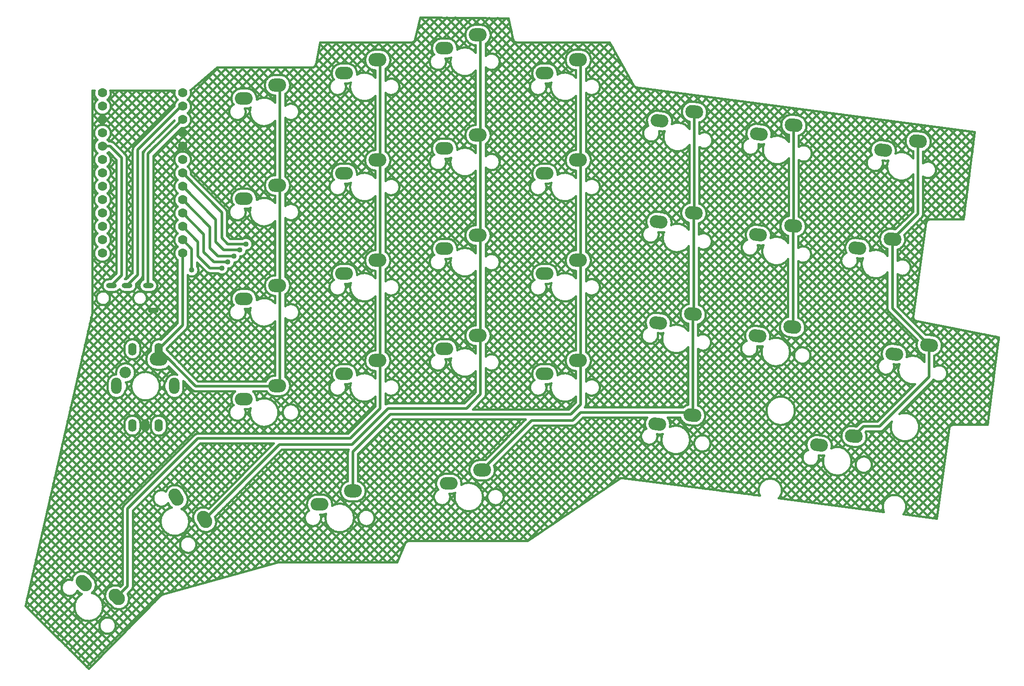
<source format=gtl>
G04 Layer: TopLayer*
G04 EasyEDA v6.5.23, 2023-04-24 17:16:31*
G04 8c4d49fcd7fc4e44909a734d2420ee08,351801b383604bb389f78a6fc88bd684,10*
G04 Gerber Generator version 0.2*
G04 Scale: 100 percent, Rotated: No, Reflected: No *
G04 Dimensions in inches *
G04 leading zeros omitted , absolute positions ,3 integer and 6 decimal *
%FSLAX36Y36*%
%MOIN*%

%AMMACRO1*1,1,$1,$2,$3*1,1,$1,$4,$5*20,1,$1,$2,$3,$4,$5,0*%
%ADD10C,0.0200*%
%ADD11C,0.0150*%
%ADD12MACRO1,0.0984X-0.0176X0.0023X0.0176X-0.0023*%
%ADD13MACRO1,0.0945X-0.0195X0.0026X0.0195X-0.0026*%
%ADD14O,0.133858X0.094488*%
%ADD15O,0.133858X0.098425*%
%ADD16MACRO1,0.0945X-0.0098X0.017X0.0098X-0.017*%
%ADD17MACRO1,0.0984X-0.0089X0.0153X0.0089X-0.0153*%
%ADD18MACRO1,0.0945X-0.0139X0.0139X0.0139X-0.0139*%
%ADD19MACRO1,0.0984X-0.0125X0.0125X0.0125X-0.0125*%
%ADD20C,0.0860*%
%ADD21O,0.07873999999999999X0.039369999999999995*%
%ADD22O,0.06299199999999999X0.094488*%
%ADD23O,0.07873999999999999X0.122047*%
%ADD24C,0.0700*%
%ADD25C,0.0400*%
%ADD26C,0.0151*%

%LPD*%
D10*
X1162704Y2412925D02*
G01*
X1086703Y2488524D01*
X1088306Y2412925D02*
G01*
X1162704Y2412925D01*
X1365005Y2210625D01*
X1970005Y2210625D01*
X1975005Y2215625D01*
X1265604Y3206226D02*
G01*
X1265604Y2667424D01*
X1086703Y2488524D01*
X665605Y4006226D02*
G01*
X724403Y4006226D01*
X810005Y3920625D01*
X810005Y3042323D01*
X733305Y2965625D01*
X1265604Y4206226D02*
G01*
X1008905Y3949524D01*
X1008905Y2965625D01*
X1265604Y4306226D02*
G01*
X1255604Y4306226D01*
X930005Y3980625D01*
X930005Y3044126D01*
X851504Y2965625D01*
X1975005Y4465625D02*
G01*
X1995005Y4445625D01*
X1995005Y3735625D01*
X1975005Y3715625D01*
X1975005Y3715625D02*
G01*
X1995005Y3695625D01*
X1995005Y2985625D01*
X1975005Y2965625D01*
X1975005Y2965625D02*
G01*
X1995005Y2945625D01*
X1995005Y2235625D01*
X1975005Y2215625D01*
X2725005Y4653125D02*
G01*
X2745005Y4633125D01*
X2745005Y3923125D01*
X2725005Y3903125D01*
X2725005Y3903125D02*
G01*
X2745005Y3883125D01*
X2745005Y3173125D01*
X2725005Y3153125D01*
X2725005Y3153125D02*
G01*
X2745005Y3133125D01*
X2745005Y2423125D01*
X2725005Y2403125D01*
X3475005Y4840625D02*
G01*
X3495005Y4820625D01*
X3495005Y4110625D01*
X3475005Y4090625D01*
X3475005Y4090625D02*
G01*
X3495005Y4070625D01*
X3495005Y3360625D01*
X3475005Y3340625D01*
X3475005Y3340625D02*
G01*
X3495005Y3320625D01*
X3495005Y2610625D01*
X3475005Y2590625D01*
X1430102Y1213625D02*
G01*
X1992103Y1775625D01*
X2535005Y1775625D01*
X2805005Y2045625D01*
X3390005Y2045625D01*
X3495005Y2150625D01*
X3495005Y2570625D01*
X3475005Y2590625D01*
X2725005Y2403125D02*
G01*
X2745005Y2383125D01*
X2745005Y2045625D01*
X2520005Y1820625D01*
X1380005Y1820625D01*
X855005Y1295625D01*
X855005Y713625D01*
X774603Y633225D01*
X4225005Y4653125D02*
G01*
X4245005Y4633125D01*
X4245005Y3923125D01*
X4225005Y3903125D01*
X4225005Y3903125D02*
G01*
X4245005Y3883125D01*
X4245005Y3173125D01*
X4225005Y3153125D01*
X2539706Y1427024D02*
G01*
X2539706Y1720324D01*
X2820005Y2000625D01*
X4170005Y2000625D01*
X4245005Y2075625D01*
X4245005Y2383125D01*
X4225005Y2403125D01*
X5094004Y4263325D02*
G01*
X5094004Y3512523D01*
X5089004Y3507523D01*
X5084106Y2751725D02*
G01*
X5084106Y2000824D01*
X5079204Y1995925D01*
X3505902Y1583524D02*
G01*
X3878002Y1955625D01*
X4185005Y1955625D01*
X4245005Y2015625D01*
X5059404Y2015625D01*
X5079204Y1995925D01*
X5837602Y4165425D02*
G01*
X5837602Y3414623D01*
X5832602Y3409623D01*
X5832602Y3409623D02*
G01*
X5832602Y2658726D01*
X5827704Y2653825D01*
X6850102Y2519225D02*
G01*
X6850102Y2280725D01*
X6480005Y1910625D01*
X6361304Y1910625D01*
X6287505Y1836826D01*
X1265625Y3306244D02*
G01*
X1335005Y3236864D01*
X1335005Y3080625D01*
X6576206Y3311725D02*
G01*
X6576206Y2793125D01*
X6850102Y2519225D01*
X6767103Y4043125D02*
G01*
X6767103Y3502624D01*
X6576206Y3311725D01*
X1740005Y3275625D02*
G01*
X1605005Y3275625D01*
X1560005Y3320625D01*
X1560005Y3511826D01*
X1265604Y3806226D01*
X1695005Y3230625D02*
G01*
X1575005Y3230625D01*
X1515005Y3290625D01*
X1515005Y3456826D01*
X1265604Y3706226D01*
X1560005Y3095625D02*
G01*
X1470005Y3095625D01*
X1380005Y3185625D01*
X1380005Y3291826D01*
X1265604Y3406226D01*
X1265604Y3506226D02*
G01*
X1425005Y3346826D01*
X1425005Y3215625D01*
X1500005Y3140625D01*
X1605005Y3140625D01*
X4225005Y3153125D02*
G01*
X4245005Y3133125D01*
X4245005Y2423125D01*
X4225005Y2403125D01*
X5089004Y3507523D02*
G01*
X5089004Y2756626D01*
X5084106Y2751725D01*
X1265604Y3606226D02*
G01*
X1470005Y3401826D01*
X1470005Y3245625D01*
X1530005Y3185625D01*
X1650005Y3185625D01*
D11*
X1105217Y647651D02*
G01*
X562374Y97570D01*
X562374Y97570D02*
G01*
X90522Y569422D01*
X90522Y569422D02*
G01*
X589590Y2759453D01*
X589590Y2759453D02*
G01*
X590113Y2762577D01*
X590113Y2762577D02*
G01*
X590284Y2765630D01*
X590284Y2765630D02*
G01*
X590284Y4425329D01*
X590284Y4425329D02*
G01*
X605875Y4425329D01*
X605875Y4425329D02*
G01*
X604404Y4420222D01*
X604404Y4420222D02*
G01*
X603224Y4413279D01*
X603224Y4413279D02*
G01*
X602829Y4406248D01*
X602829Y4406248D02*
G01*
X603224Y4399217D01*
X603224Y4399217D02*
G01*
X604404Y4392274D01*
X604404Y4392274D02*
G01*
X606354Y4385506D01*
X606354Y4385506D02*
G01*
X609049Y4379000D01*
X609049Y4379000D02*
G01*
X612455Y4372836D01*
X612455Y4372836D02*
G01*
X616531Y4367093D01*
X616531Y4367093D02*
G01*
X621223Y4361842D01*
X621223Y4361842D02*
G01*
X626474Y4357149D01*
X626474Y4357149D02*
G01*
X627743Y4356249D01*
X627743Y4356249D02*
G01*
X626473Y4355347D01*
X626473Y4355347D02*
G01*
X621222Y4350655D01*
X621222Y4350655D02*
G01*
X616529Y4345404D01*
X616529Y4345404D02*
G01*
X612454Y4339660D01*
X612454Y4339660D02*
G01*
X609048Y4333496D01*
X609048Y4333496D02*
G01*
X606353Y4326990D01*
X606353Y4326990D02*
G01*
X604403Y4320223D01*
X604403Y4320223D02*
G01*
X603223Y4313280D01*
X603223Y4313280D02*
G01*
X602829Y4306248D01*
X602829Y4306248D02*
G01*
X603223Y4299217D01*
X603223Y4299217D02*
G01*
X604403Y4292274D01*
X604403Y4292274D02*
G01*
X606353Y4285507D01*
X606353Y4285507D02*
G01*
X609048Y4279001D01*
X609048Y4279001D02*
G01*
X612454Y4272837D01*
X612454Y4272837D02*
G01*
X616529Y4267093D01*
X616529Y4267093D02*
G01*
X621222Y4261842D01*
X621222Y4261842D02*
G01*
X626473Y4257150D01*
X626473Y4257150D02*
G01*
X632217Y4253074D01*
X632217Y4253074D02*
G01*
X638381Y4249668D01*
X638381Y4249668D02*
G01*
X644887Y4246973D01*
X644887Y4246973D02*
G01*
X651654Y4245023D01*
X651654Y4245023D02*
G01*
X658597Y4243843D01*
X658597Y4243843D02*
G01*
X665628Y4243449D01*
X665628Y4243449D02*
G01*
X672660Y4243843D01*
X672660Y4243843D02*
G01*
X679603Y4245023D01*
X679603Y4245023D02*
G01*
X686370Y4246973D01*
X686370Y4246973D02*
G01*
X692876Y4249668D01*
X692876Y4249668D02*
G01*
X699040Y4253074D01*
X699040Y4253074D02*
G01*
X704784Y4257150D01*
X704784Y4257150D02*
G01*
X710035Y4261842D01*
X710035Y4261842D02*
G01*
X714728Y4267093D01*
X714728Y4267093D02*
G01*
X718803Y4272837D01*
X718803Y4272837D02*
G01*
X722209Y4279001D01*
X722209Y4279001D02*
G01*
X724904Y4285507D01*
X724904Y4285507D02*
G01*
X726854Y4292274D01*
X726854Y4292274D02*
G01*
X728034Y4299217D01*
X728034Y4299217D02*
G01*
X728429Y4306248D01*
X728429Y4306248D02*
G01*
X728034Y4313280D01*
X728034Y4313280D02*
G01*
X726854Y4320223D01*
X726854Y4320223D02*
G01*
X724904Y4326990D01*
X724904Y4326990D02*
G01*
X722209Y4333496D01*
X722209Y4333496D02*
G01*
X718803Y4339660D01*
X718803Y4339660D02*
G01*
X714728Y4345404D01*
X714728Y4345404D02*
G01*
X710035Y4350655D01*
X710035Y4350655D02*
G01*
X704784Y4355347D01*
X704784Y4355347D02*
G01*
X703515Y4356248D01*
X703515Y4356248D02*
G01*
X704785Y4357149D01*
X704785Y4357149D02*
G01*
X710036Y4361842D01*
X710036Y4361842D02*
G01*
X714729Y4367093D01*
X714729Y4367093D02*
G01*
X718804Y4372836D01*
X718804Y4372836D02*
G01*
X722210Y4379000D01*
X722210Y4379000D02*
G01*
X724905Y4385506D01*
X724905Y4385506D02*
G01*
X726855Y4392274D01*
X726855Y4392274D02*
G01*
X728035Y4399217D01*
X728035Y4399217D02*
G01*
X728429Y4406248D01*
X728429Y4406248D02*
G01*
X728035Y4413279D01*
X728035Y4413279D02*
G01*
X726855Y4420222D01*
X726855Y4420222D02*
G01*
X725384Y4425329D01*
X725384Y4425329D02*
G01*
X1205875Y4425329D01*
X1205875Y4425329D02*
G01*
X1204404Y4420222D01*
X1204404Y4420222D02*
G01*
X1203224Y4413279D01*
X1203224Y4413279D02*
G01*
X1202830Y4406248D01*
X1202830Y4406248D02*
G01*
X1203224Y4399217D01*
X1203224Y4399217D02*
G01*
X1204404Y4392274D01*
X1204404Y4392274D02*
G01*
X1206354Y4385506D01*
X1206354Y4385506D02*
G01*
X1209049Y4379000D01*
X1209049Y4379000D02*
G01*
X1212455Y4372836D01*
X1212455Y4372836D02*
G01*
X1216531Y4367093D01*
X1216531Y4367093D02*
G01*
X1221223Y4361842D01*
X1221223Y4361842D02*
G01*
X1226474Y4357149D01*
X1226474Y4357149D02*
G01*
X1227743Y4356249D01*
X1227743Y4356249D02*
G01*
X1226473Y4355347D01*
X1226473Y4355347D02*
G01*
X1221222Y4350655D01*
X1221222Y4350655D02*
G01*
X1216530Y4345404D01*
X1216530Y4345404D02*
G01*
X1212454Y4339660D01*
X1212454Y4339660D02*
G01*
X1209048Y4333496D01*
X1209048Y4333496D02*
G01*
X1206353Y4326990D01*
X1206353Y4326990D02*
G01*
X1204403Y4320223D01*
X1204403Y4320223D02*
G01*
X1203223Y4313280D01*
X1203223Y4313280D02*
G01*
X1202868Y4306946D01*
X1202868Y4306946D02*
G01*
X903276Y4007353D01*
X903276Y4007353D02*
G01*
X901437Y4005378D01*
X901437Y4005378D02*
G01*
X899744Y4003277D01*
X899744Y4003277D02*
G01*
X898205Y4001061D01*
X898205Y4001061D02*
G01*
X896828Y3998740D01*
X896828Y3998740D02*
G01*
X895620Y3996327D01*
X895620Y3996327D02*
G01*
X894588Y3993834D01*
X894588Y3993834D02*
G01*
X893736Y3991274D01*
X893736Y3991274D02*
G01*
X893068Y3988659D01*
X893068Y3988659D02*
G01*
X892589Y3986004D01*
X892589Y3986004D02*
G01*
X892301Y3983321D01*
X892301Y3983321D02*
G01*
X892205Y3980625D01*
X892205Y3980625D02*
G01*
X892205Y3059783D01*
X892205Y3059783D02*
G01*
X845539Y3013117D01*
X845539Y3013117D02*
G01*
X834256Y3013117D01*
X834256Y3013117D02*
G01*
X836733Y3015595D01*
X836733Y3015595D02*
G01*
X838572Y3017570D01*
X838572Y3017570D02*
G01*
X840265Y3019671D01*
X840265Y3019671D02*
G01*
X841804Y3021887D01*
X841804Y3021887D02*
G01*
X843181Y3024208D01*
X843181Y3024208D02*
G01*
X844389Y3026621D01*
X844389Y3026621D02*
G01*
X845421Y3029114D01*
X845421Y3029114D02*
G01*
X846273Y3031674D01*
X846273Y3031674D02*
G01*
X846941Y3034288D01*
X846941Y3034288D02*
G01*
X847420Y3036944D01*
X847420Y3036944D02*
G01*
X847708Y3039627D01*
X847708Y3039627D02*
G01*
X847804Y3042323D01*
X847804Y3042323D02*
G01*
X847804Y3920625D01*
X847804Y3920625D02*
G01*
X847708Y3923321D01*
X847708Y3923321D02*
G01*
X847420Y3926004D01*
X847420Y3926004D02*
G01*
X846941Y3928660D01*
X846941Y3928660D02*
G01*
X846273Y3931274D01*
X846273Y3931274D02*
G01*
X845421Y3933834D01*
X845421Y3933834D02*
G01*
X844389Y3936327D01*
X844389Y3936327D02*
G01*
X843181Y3938740D01*
X843181Y3938740D02*
G01*
X841804Y3941061D01*
X841804Y3941061D02*
G01*
X840265Y3943277D01*
X840265Y3943277D02*
G01*
X838572Y3945378D01*
X838572Y3945378D02*
G01*
X836733Y3947353D01*
X836733Y3947353D02*
G01*
X751132Y4032954D01*
X751132Y4032954D02*
G01*
X749157Y4034793D01*
X749157Y4034793D02*
G01*
X747056Y4036486D01*
X747056Y4036486D02*
G01*
X744840Y4038025D01*
X744840Y4038025D02*
G01*
X742519Y4039402D01*
X742519Y4039402D02*
G01*
X740106Y4040610D01*
X740106Y4040610D02*
G01*
X737613Y4041642D01*
X737613Y4041642D02*
G01*
X735053Y4042494D01*
X735053Y4042494D02*
G01*
X732438Y4043162D01*
X732438Y4043162D02*
G01*
X729783Y4043641D01*
X729783Y4043641D02*
G01*
X727100Y4043929D01*
X727100Y4043929D02*
G01*
X724403Y4044025D01*
X724403Y4044025D02*
G01*
X715705Y4044025D01*
X715705Y4044025D02*
G01*
X714728Y4045404D01*
X714728Y4045404D02*
G01*
X710035Y4050655D01*
X710035Y4050655D02*
G01*
X704784Y4055347D01*
X704784Y4055347D02*
G01*
X703514Y4056248D01*
X703514Y4056248D02*
G01*
X704784Y4057150D01*
X704784Y4057150D02*
G01*
X710035Y4061842D01*
X710035Y4061842D02*
G01*
X714728Y4067093D01*
X714728Y4067093D02*
G01*
X718803Y4072837D01*
X718803Y4072837D02*
G01*
X722210Y4079001D01*
X722210Y4079001D02*
G01*
X724905Y4085507D01*
X724905Y4085507D02*
G01*
X726855Y4092274D01*
X726855Y4092274D02*
G01*
X728034Y4099217D01*
X728034Y4099217D02*
G01*
X728429Y4106248D01*
X728429Y4106248D02*
G01*
X728034Y4113280D01*
X728034Y4113280D02*
G01*
X726855Y4120223D01*
X726855Y4120223D02*
G01*
X724905Y4126990D01*
X724905Y4126990D02*
G01*
X722210Y4133496D01*
X722210Y4133496D02*
G01*
X718803Y4139660D01*
X718803Y4139660D02*
G01*
X714728Y4145404D01*
X714728Y4145404D02*
G01*
X710035Y4150655D01*
X710035Y4150655D02*
G01*
X704784Y4155347D01*
X704784Y4155347D02*
G01*
X699041Y4159423D01*
X699041Y4159423D02*
G01*
X692877Y4162829D01*
X692877Y4162829D02*
G01*
X686370Y4165524D01*
X686370Y4165524D02*
G01*
X679603Y4167474D01*
X679603Y4167474D02*
G01*
X672660Y4168654D01*
X672660Y4168654D02*
G01*
X665629Y4169049D01*
X665629Y4169049D02*
G01*
X658598Y4168654D01*
X658598Y4168654D02*
G01*
X651655Y4167474D01*
X651655Y4167474D02*
G01*
X644888Y4165524D01*
X644888Y4165524D02*
G01*
X638381Y4162829D01*
X638381Y4162829D02*
G01*
X632217Y4159423D01*
X632217Y4159423D02*
G01*
X626474Y4155347D01*
X626474Y4155347D02*
G01*
X621223Y4150655D01*
X621223Y4150655D02*
G01*
X616530Y4145404D01*
X616530Y4145404D02*
G01*
X612455Y4139660D01*
X612455Y4139660D02*
G01*
X609048Y4133496D01*
X609048Y4133496D02*
G01*
X606353Y4126990D01*
X606353Y4126990D02*
G01*
X604403Y4120223D01*
X604403Y4120223D02*
G01*
X603224Y4113280D01*
X603224Y4113280D02*
G01*
X602829Y4106248D01*
X602829Y4106248D02*
G01*
X603224Y4099217D01*
X603224Y4099217D02*
G01*
X604403Y4092274D01*
X604403Y4092274D02*
G01*
X606353Y4085507D01*
X606353Y4085507D02*
G01*
X609048Y4079001D01*
X609048Y4079001D02*
G01*
X612455Y4072837D01*
X612455Y4072837D02*
G01*
X616530Y4067093D01*
X616530Y4067093D02*
G01*
X621223Y4061842D01*
X621223Y4061842D02*
G01*
X626474Y4057150D01*
X626474Y4057150D02*
G01*
X627743Y4056249D01*
X627743Y4056249D02*
G01*
X626473Y4055347D01*
X626473Y4055347D02*
G01*
X621222Y4050655D01*
X621222Y4050655D02*
G01*
X616529Y4045404D01*
X616529Y4045404D02*
G01*
X612454Y4039660D01*
X612454Y4039660D02*
G01*
X609048Y4033496D01*
X609048Y4033496D02*
G01*
X606353Y4026990D01*
X606353Y4026990D02*
G01*
X604403Y4020223D01*
X604403Y4020223D02*
G01*
X603223Y4013280D01*
X603223Y4013280D02*
G01*
X602829Y4006248D01*
X602829Y4006248D02*
G01*
X603223Y3999217D01*
X603223Y3999217D02*
G01*
X604403Y3992274D01*
X604403Y3992274D02*
G01*
X606353Y3985507D01*
X606353Y3985507D02*
G01*
X609048Y3979001D01*
X609048Y3979001D02*
G01*
X612454Y3972837D01*
X612454Y3972837D02*
G01*
X616529Y3967093D01*
X616529Y3967093D02*
G01*
X621222Y3961842D01*
X621222Y3961842D02*
G01*
X626473Y3957150D01*
X626473Y3957150D02*
G01*
X627744Y3956248D01*
X627744Y3956248D02*
G01*
X626474Y3955347D01*
X626474Y3955347D02*
G01*
X621223Y3950655D01*
X621223Y3950655D02*
G01*
X616531Y3945404D01*
X616531Y3945404D02*
G01*
X612455Y3939660D01*
X612455Y3939660D02*
G01*
X609049Y3933496D01*
X609049Y3933496D02*
G01*
X606354Y3926990D01*
X606354Y3926990D02*
G01*
X604404Y3920223D01*
X604404Y3920223D02*
G01*
X603224Y3913280D01*
X603224Y3913280D02*
G01*
X602829Y3906248D01*
X602829Y3906248D02*
G01*
X603224Y3899217D01*
X603224Y3899217D02*
G01*
X604404Y3892274D01*
X604404Y3892274D02*
G01*
X606354Y3885507D01*
X606354Y3885507D02*
G01*
X609049Y3879001D01*
X609049Y3879001D02*
G01*
X612455Y3872837D01*
X612455Y3872837D02*
G01*
X616531Y3867093D01*
X616531Y3867093D02*
G01*
X621223Y3861842D01*
X621223Y3861842D02*
G01*
X626474Y3857150D01*
X626474Y3857150D02*
G01*
X627744Y3856249D01*
X627744Y3856249D02*
G01*
X626473Y3855347D01*
X626473Y3855347D02*
G01*
X621222Y3850655D01*
X621222Y3850655D02*
G01*
X616529Y3845404D01*
X616529Y3845404D02*
G01*
X612454Y3839660D01*
X612454Y3839660D02*
G01*
X609048Y3833496D01*
X609048Y3833496D02*
G01*
X606353Y3826990D01*
X606353Y3826990D02*
G01*
X604403Y3820223D01*
X604403Y3820223D02*
G01*
X603223Y3813280D01*
X603223Y3813280D02*
G01*
X602829Y3806248D01*
X602829Y3806248D02*
G01*
X603223Y3799217D01*
X603223Y3799217D02*
G01*
X604403Y3792274D01*
X604403Y3792274D02*
G01*
X606353Y3785507D01*
X606353Y3785507D02*
G01*
X609048Y3779001D01*
X609048Y3779001D02*
G01*
X612454Y3772837D01*
X612454Y3772837D02*
G01*
X616529Y3767093D01*
X616529Y3767093D02*
G01*
X621222Y3761842D01*
X621222Y3761842D02*
G01*
X626473Y3757150D01*
X626473Y3757150D02*
G01*
X627744Y3756248D01*
X627744Y3756248D02*
G01*
X626474Y3755347D01*
X626474Y3755347D02*
G01*
X621223Y3750655D01*
X621223Y3750655D02*
G01*
X616531Y3745404D01*
X616531Y3745404D02*
G01*
X612455Y3739660D01*
X612455Y3739660D02*
G01*
X609049Y3733496D01*
X609049Y3733496D02*
G01*
X606354Y3726990D01*
X606354Y3726990D02*
G01*
X604404Y3720223D01*
X604404Y3720223D02*
G01*
X603224Y3713280D01*
X603224Y3713280D02*
G01*
X602829Y3706248D01*
X602829Y3706248D02*
G01*
X603224Y3699217D01*
X603224Y3699217D02*
G01*
X604404Y3692274D01*
X604404Y3692274D02*
G01*
X606354Y3685507D01*
X606354Y3685507D02*
G01*
X609049Y3679001D01*
X609049Y3679001D02*
G01*
X612455Y3672837D01*
X612455Y3672837D02*
G01*
X616531Y3667093D01*
X616531Y3667093D02*
G01*
X621223Y3661842D01*
X621223Y3661842D02*
G01*
X626474Y3657150D01*
X626474Y3657150D02*
G01*
X627744Y3656248D01*
X627744Y3656248D02*
G01*
X626474Y3655347D01*
X626474Y3655347D02*
G01*
X621223Y3650655D01*
X621223Y3650655D02*
G01*
X616531Y3645404D01*
X616531Y3645404D02*
G01*
X612455Y3639660D01*
X612455Y3639660D02*
G01*
X609049Y3633496D01*
X609049Y3633496D02*
G01*
X606354Y3626990D01*
X606354Y3626990D02*
G01*
X604404Y3620223D01*
X604404Y3620223D02*
G01*
X603224Y3613280D01*
X603224Y3613280D02*
G01*
X602829Y3606248D01*
X602829Y3606248D02*
G01*
X603224Y3599217D01*
X603224Y3599217D02*
G01*
X604404Y3592274D01*
X604404Y3592274D02*
G01*
X606354Y3585507D01*
X606354Y3585507D02*
G01*
X609049Y3579001D01*
X609049Y3579001D02*
G01*
X612455Y3572837D01*
X612455Y3572837D02*
G01*
X616531Y3567093D01*
X616531Y3567093D02*
G01*
X621223Y3561842D01*
X621223Y3561842D02*
G01*
X626474Y3557150D01*
X626474Y3557150D02*
G01*
X627744Y3556249D01*
X627744Y3556249D02*
G01*
X626473Y3555347D01*
X626473Y3555347D02*
G01*
X621222Y3550655D01*
X621222Y3550655D02*
G01*
X616529Y3545404D01*
X616529Y3545404D02*
G01*
X612454Y3539660D01*
X612454Y3539660D02*
G01*
X609048Y3533496D01*
X609048Y3533496D02*
G01*
X606353Y3526990D01*
X606353Y3526990D02*
G01*
X604403Y3520223D01*
X604403Y3520223D02*
G01*
X603223Y3513280D01*
X603223Y3513280D02*
G01*
X602829Y3506248D01*
X602829Y3506248D02*
G01*
X603223Y3499217D01*
X603223Y3499217D02*
G01*
X604403Y3492274D01*
X604403Y3492274D02*
G01*
X606353Y3485507D01*
X606353Y3485507D02*
G01*
X609048Y3479001D01*
X609048Y3479001D02*
G01*
X612454Y3472837D01*
X612454Y3472837D02*
G01*
X616529Y3467093D01*
X616529Y3467093D02*
G01*
X621222Y3461842D01*
X621222Y3461842D02*
G01*
X626473Y3457150D01*
X626473Y3457150D02*
G01*
X627744Y3456248D01*
X627744Y3456248D02*
G01*
X626474Y3455347D01*
X626474Y3455347D02*
G01*
X621223Y3450655D01*
X621223Y3450655D02*
G01*
X616531Y3445404D01*
X616531Y3445404D02*
G01*
X612455Y3439660D01*
X612455Y3439660D02*
G01*
X609049Y3433496D01*
X609049Y3433496D02*
G01*
X606354Y3426990D01*
X606354Y3426990D02*
G01*
X604404Y3420223D01*
X604404Y3420223D02*
G01*
X603224Y3413280D01*
X603224Y3413280D02*
G01*
X602829Y3406248D01*
X602829Y3406248D02*
G01*
X603224Y3399217D01*
X603224Y3399217D02*
G01*
X604404Y3392274D01*
X604404Y3392274D02*
G01*
X606354Y3385507D01*
X606354Y3385507D02*
G01*
X609049Y3379001D01*
X609049Y3379001D02*
G01*
X612455Y3372837D01*
X612455Y3372837D02*
G01*
X616531Y3367093D01*
X616531Y3367093D02*
G01*
X621223Y3361842D01*
X621223Y3361842D02*
G01*
X626474Y3357150D01*
X626474Y3357150D02*
G01*
X627744Y3356249D01*
X627744Y3356249D02*
G01*
X626474Y3355347D01*
X626474Y3355347D02*
G01*
X621223Y3350655D01*
X621223Y3350655D02*
G01*
X616530Y3345404D01*
X616530Y3345404D02*
G01*
X612455Y3339660D01*
X612455Y3339660D02*
G01*
X609048Y3333496D01*
X609048Y3333496D02*
G01*
X606353Y3326990D01*
X606353Y3326990D02*
G01*
X604403Y3320223D01*
X604403Y3320223D02*
G01*
X603224Y3313280D01*
X603224Y3313280D02*
G01*
X602829Y3306248D01*
X602829Y3306248D02*
G01*
X603224Y3299217D01*
X603224Y3299217D02*
G01*
X604403Y3292274D01*
X604403Y3292274D02*
G01*
X606353Y3285507D01*
X606353Y3285507D02*
G01*
X609048Y3279001D01*
X609048Y3279001D02*
G01*
X612455Y3272837D01*
X612455Y3272837D02*
G01*
X616530Y3267093D01*
X616530Y3267093D02*
G01*
X621223Y3261842D01*
X621223Y3261842D02*
G01*
X626474Y3257150D01*
X626474Y3257150D02*
G01*
X627744Y3256248D01*
X627744Y3256248D02*
G01*
X626474Y3255347D01*
X626474Y3255347D02*
G01*
X621223Y3250655D01*
X621223Y3250655D02*
G01*
X616530Y3245404D01*
X616530Y3245404D02*
G01*
X612455Y3239660D01*
X612455Y3239660D02*
G01*
X609048Y3233496D01*
X609048Y3233496D02*
G01*
X606353Y3226990D01*
X606353Y3226990D02*
G01*
X604403Y3220223D01*
X604403Y3220223D02*
G01*
X603224Y3213280D01*
X603224Y3213280D02*
G01*
X602829Y3206248D01*
X602829Y3206248D02*
G01*
X603224Y3199217D01*
X603224Y3199217D02*
G01*
X604403Y3192274D01*
X604403Y3192274D02*
G01*
X606353Y3185507D01*
X606353Y3185507D02*
G01*
X609048Y3179001D01*
X609048Y3179001D02*
G01*
X612455Y3172837D01*
X612455Y3172837D02*
G01*
X616530Y3167093D01*
X616530Y3167093D02*
G01*
X621223Y3161842D01*
X621223Y3161842D02*
G01*
X626474Y3157150D01*
X626474Y3157150D02*
G01*
X632217Y3153074D01*
X632217Y3153074D02*
G01*
X638381Y3149668D01*
X638381Y3149668D02*
G01*
X644888Y3146973D01*
X644888Y3146973D02*
G01*
X651655Y3145023D01*
X651655Y3145023D02*
G01*
X658598Y3143843D01*
X658598Y3143843D02*
G01*
X665629Y3143449D01*
X665629Y3143449D02*
G01*
X672660Y3143843D01*
X672660Y3143843D02*
G01*
X679603Y3145023D01*
X679603Y3145023D02*
G01*
X686370Y3146973D01*
X686370Y3146973D02*
G01*
X692877Y3149668D01*
X692877Y3149668D02*
G01*
X699041Y3153074D01*
X699041Y3153074D02*
G01*
X704784Y3157150D01*
X704784Y3157150D02*
G01*
X710035Y3161842D01*
X710035Y3161842D02*
G01*
X714728Y3167093D01*
X714728Y3167093D02*
G01*
X718803Y3172837D01*
X718803Y3172837D02*
G01*
X722210Y3179001D01*
X722210Y3179001D02*
G01*
X724905Y3185507D01*
X724905Y3185507D02*
G01*
X726855Y3192274D01*
X726855Y3192274D02*
G01*
X728034Y3199217D01*
X728034Y3199217D02*
G01*
X728429Y3206248D01*
X728429Y3206248D02*
G01*
X728034Y3213280D01*
X728034Y3213280D02*
G01*
X726855Y3220223D01*
X726855Y3220223D02*
G01*
X724905Y3226990D01*
X724905Y3226990D02*
G01*
X722210Y3233496D01*
X722210Y3233496D02*
G01*
X718803Y3239660D01*
X718803Y3239660D02*
G01*
X714728Y3245404D01*
X714728Y3245404D02*
G01*
X710035Y3250655D01*
X710035Y3250655D02*
G01*
X704784Y3255347D01*
X704784Y3255347D02*
G01*
X703514Y3256248D01*
X703514Y3256248D02*
G01*
X704784Y3257150D01*
X704784Y3257150D02*
G01*
X710035Y3261842D01*
X710035Y3261842D02*
G01*
X714728Y3267093D01*
X714728Y3267093D02*
G01*
X718803Y3272837D01*
X718803Y3272837D02*
G01*
X722210Y3279001D01*
X722210Y3279001D02*
G01*
X724905Y3285507D01*
X724905Y3285507D02*
G01*
X726855Y3292274D01*
X726855Y3292274D02*
G01*
X728034Y3299217D01*
X728034Y3299217D02*
G01*
X728429Y3306248D01*
X728429Y3306248D02*
G01*
X728034Y3313280D01*
X728034Y3313280D02*
G01*
X726855Y3320223D01*
X726855Y3320223D02*
G01*
X724905Y3326990D01*
X724905Y3326990D02*
G01*
X722210Y3333496D01*
X722210Y3333496D02*
G01*
X718803Y3339660D01*
X718803Y3339660D02*
G01*
X714728Y3345404D01*
X714728Y3345404D02*
G01*
X710035Y3350655D01*
X710035Y3350655D02*
G01*
X704784Y3355347D01*
X704784Y3355347D02*
G01*
X703515Y3356248D01*
X703515Y3356248D02*
G01*
X704785Y3357150D01*
X704785Y3357150D02*
G01*
X710036Y3361842D01*
X710036Y3361842D02*
G01*
X714729Y3367093D01*
X714729Y3367093D02*
G01*
X718804Y3372837D01*
X718804Y3372837D02*
G01*
X722210Y3379001D01*
X722210Y3379001D02*
G01*
X724905Y3385507D01*
X724905Y3385507D02*
G01*
X726855Y3392274D01*
X726855Y3392274D02*
G01*
X728035Y3399217D01*
X728035Y3399217D02*
G01*
X728429Y3406248D01*
X728429Y3406248D02*
G01*
X728035Y3413280D01*
X728035Y3413280D02*
G01*
X726855Y3420223D01*
X726855Y3420223D02*
G01*
X724905Y3426990D01*
X724905Y3426990D02*
G01*
X722210Y3433496D01*
X722210Y3433496D02*
G01*
X718804Y3439660D01*
X718804Y3439660D02*
G01*
X714729Y3445404D01*
X714729Y3445404D02*
G01*
X710036Y3450655D01*
X710036Y3450655D02*
G01*
X704785Y3455347D01*
X704785Y3455347D02*
G01*
X703514Y3456249D01*
X703514Y3456249D02*
G01*
X704784Y3457150D01*
X704784Y3457150D02*
G01*
X710035Y3461842D01*
X710035Y3461842D02*
G01*
X714728Y3467093D01*
X714728Y3467093D02*
G01*
X718803Y3472837D01*
X718803Y3472837D02*
G01*
X722209Y3479001D01*
X722209Y3479001D02*
G01*
X724904Y3485507D01*
X724904Y3485507D02*
G01*
X726854Y3492274D01*
X726854Y3492274D02*
G01*
X728034Y3499217D01*
X728034Y3499217D02*
G01*
X728429Y3506248D01*
X728429Y3506248D02*
G01*
X728034Y3513280D01*
X728034Y3513280D02*
G01*
X726854Y3520223D01*
X726854Y3520223D02*
G01*
X724904Y3526990D01*
X724904Y3526990D02*
G01*
X722209Y3533496D01*
X722209Y3533496D02*
G01*
X718803Y3539660D01*
X718803Y3539660D02*
G01*
X714728Y3545404D01*
X714728Y3545404D02*
G01*
X710035Y3550655D01*
X710035Y3550655D02*
G01*
X704784Y3555347D01*
X704784Y3555347D02*
G01*
X703514Y3556248D01*
X703514Y3556248D02*
G01*
X704785Y3557150D01*
X704785Y3557150D02*
G01*
X710036Y3561842D01*
X710036Y3561842D02*
G01*
X714729Y3567093D01*
X714729Y3567093D02*
G01*
X718804Y3572837D01*
X718804Y3572837D02*
G01*
X722210Y3579001D01*
X722210Y3579001D02*
G01*
X724905Y3585507D01*
X724905Y3585507D02*
G01*
X726855Y3592274D01*
X726855Y3592274D02*
G01*
X728035Y3599217D01*
X728035Y3599217D02*
G01*
X728429Y3606248D01*
X728429Y3606248D02*
G01*
X728035Y3613280D01*
X728035Y3613280D02*
G01*
X726855Y3620223D01*
X726855Y3620223D02*
G01*
X724905Y3626990D01*
X724905Y3626990D02*
G01*
X722210Y3633496D01*
X722210Y3633496D02*
G01*
X718804Y3639660D01*
X718804Y3639660D02*
G01*
X714729Y3645404D01*
X714729Y3645404D02*
G01*
X710036Y3650655D01*
X710036Y3650655D02*
G01*
X704785Y3655347D01*
X704785Y3655347D02*
G01*
X703515Y3656248D01*
X703515Y3656248D02*
G01*
X704785Y3657150D01*
X704785Y3657150D02*
G01*
X710036Y3661842D01*
X710036Y3661842D02*
G01*
X714729Y3667093D01*
X714729Y3667093D02*
G01*
X718804Y3672837D01*
X718804Y3672837D02*
G01*
X722210Y3679001D01*
X722210Y3679001D02*
G01*
X724905Y3685507D01*
X724905Y3685507D02*
G01*
X726855Y3692274D01*
X726855Y3692274D02*
G01*
X728035Y3699217D01*
X728035Y3699217D02*
G01*
X728429Y3706248D01*
X728429Y3706248D02*
G01*
X728035Y3713280D01*
X728035Y3713280D02*
G01*
X726855Y3720223D01*
X726855Y3720223D02*
G01*
X724905Y3726990D01*
X724905Y3726990D02*
G01*
X722210Y3733496D01*
X722210Y3733496D02*
G01*
X718804Y3739660D01*
X718804Y3739660D02*
G01*
X714729Y3745404D01*
X714729Y3745404D02*
G01*
X710036Y3750655D01*
X710036Y3750655D02*
G01*
X704785Y3755347D01*
X704785Y3755347D02*
G01*
X703514Y3756249D01*
X703514Y3756249D02*
G01*
X704784Y3757150D01*
X704784Y3757150D02*
G01*
X710035Y3761842D01*
X710035Y3761842D02*
G01*
X714728Y3767093D01*
X714728Y3767093D02*
G01*
X718803Y3772837D01*
X718803Y3772837D02*
G01*
X722209Y3779001D01*
X722209Y3779001D02*
G01*
X724904Y3785507D01*
X724904Y3785507D02*
G01*
X726854Y3792274D01*
X726854Y3792274D02*
G01*
X728034Y3799217D01*
X728034Y3799217D02*
G01*
X728429Y3806248D01*
X728429Y3806248D02*
G01*
X728034Y3813280D01*
X728034Y3813280D02*
G01*
X726854Y3820223D01*
X726854Y3820223D02*
G01*
X724904Y3826990D01*
X724904Y3826990D02*
G01*
X722209Y3833496D01*
X722209Y3833496D02*
G01*
X718803Y3839660D01*
X718803Y3839660D02*
G01*
X714728Y3845404D01*
X714728Y3845404D02*
G01*
X710035Y3850655D01*
X710035Y3850655D02*
G01*
X704784Y3855347D01*
X704784Y3855347D02*
G01*
X703514Y3856248D01*
X703514Y3856248D02*
G01*
X704785Y3857150D01*
X704785Y3857150D02*
G01*
X710036Y3861842D01*
X710036Y3861842D02*
G01*
X714729Y3867093D01*
X714729Y3867093D02*
G01*
X718804Y3872837D01*
X718804Y3872837D02*
G01*
X722210Y3879001D01*
X722210Y3879001D02*
G01*
X724905Y3885507D01*
X724905Y3885507D02*
G01*
X726855Y3892274D01*
X726855Y3892274D02*
G01*
X728035Y3899217D01*
X728035Y3899217D02*
G01*
X728429Y3906248D01*
X728429Y3906248D02*
G01*
X728035Y3913280D01*
X728035Y3913280D02*
G01*
X726855Y3920223D01*
X726855Y3920223D02*
G01*
X724905Y3926990D01*
X724905Y3926990D02*
G01*
X722210Y3933496D01*
X722210Y3933496D02*
G01*
X718804Y3939660D01*
X718804Y3939660D02*
G01*
X714729Y3945404D01*
X714729Y3945404D02*
G01*
X710036Y3950655D01*
X710036Y3950655D02*
G01*
X704785Y3955347D01*
X704785Y3955347D02*
G01*
X703514Y3956249D01*
X703514Y3956249D02*
G01*
X704784Y3957150D01*
X704784Y3957150D02*
G01*
X710035Y3961842D01*
X710035Y3961842D02*
G01*
X712534Y3964638D01*
X712534Y3964638D02*
G01*
X772205Y3904967D01*
X772205Y3904967D02*
G01*
X772205Y3057981D01*
X772205Y3057981D02*
G01*
X727341Y3013117D01*
X727341Y3013117D02*
G01*
X713660Y3013117D01*
X713660Y3013117D02*
G01*
X707709Y3012743D01*
X707709Y3012743D02*
G01*
X701851Y3011626D01*
X701851Y3011626D02*
G01*
X696180Y3009783D01*
X696180Y3009783D02*
G01*
X690784Y3007244D01*
X690784Y3007244D02*
G01*
X685749Y3004049D01*
X685749Y3004049D02*
G01*
X681154Y3000248D01*
X681154Y3000248D02*
G01*
X677072Y2995901D01*
X677072Y2995901D02*
G01*
X673567Y2991076D01*
X673567Y2991076D02*
G01*
X670694Y2985851D01*
X670694Y2985851D02*
G01*
X668499Y2980306D01*
X668499Y2980306D02*
G01*
X667016Y2974530D01*
X667016Y2974530D02*
G01*
X666269Y2968614D01*
X666269Y2968614D02*
G01*
X666269Y2962651D01*
X666269Y2962651D02*
G01*
X667016Y2956735D01*
X667016Y2956735D02*
G01*
X668499Y2950959D01*
X668499Y2950959D02*
G01*
X670694Y2945414D01*
X670694Y2945414D02*
G01*
X673567Y2940189D01*
X673567Y2940189D02*
G01*
X677072Y2935364D01*
X677072Y2935364D02*
G01*
X681154Y2931017D01*
X681154Y2931017D02*
G01*
X685749Y2927216D01*
X685749Y2927216D02*
G01*
X690784Y2924021D01*
X690784Y2924021D02*
G01*
X696180Y2921482D01*
X696180Y2921482D02*
G01*
X701851Y2919639D01*
X701851Y2919639D02*
G01*
X707709Y2918522D01*
X707709Y2918522D02*
G01*
X713660Y2918148D01*
X713660Y2918148D02*
G01*
X753030Y2918148D01*
X753030Y2918148D02*
G01*
X758981Y2918522D01*
X758981Y2918522D02*
G01*
X764839Y2919639D01*
X764839Y2919639D02*
G01*
X770510Y2921482D01*
X770510Y2921482D02*
G01*
X775906Y2924021D01*
X775906Y2924021D02*
G01*
X780941Y2927216D01*
X780941Y2927216D02*
G01*
X785536Y2931017D01*
X785536Y2931017D02*
G01*
X789618Y2935364D01*
X789618Y2935364D02*
G01*
X792400Y2939194D01*
X792400Y2939194D02*
G01*
X795182Y2935364D01*
X795182Y2935364D02*
G01*
X799264Y2931017D01*
X799264Y2931017D02*
G01*
X803859Y2927216D01*
X803859Y2927216D02*
G01*
X808894Y2924021D01*
X808894Y2924021D02*
G01*
X814290Y2921482D01*
X814290Y2921482D02*
G01*
X819961Y2919639D01*
X819961Y2919639D02*
G01*
X825819Y2918522D01*
X825819Y2918522D02*
G01*
X831770Y2918148D01*
X831770Y2918148D02*
G01*
X871140Y2918148D01*
X871140Y2918148D02*
G01*
X877091Y2918522D01*
X877091Y2918522D02*
G01*
X882949Y2919639D01*
X882949Y2919639D02*
G01*
X888620Y2921482D01*
X888620Y2921482D02*
G01*
X894016Y2924021D01*
X894016Y2924021D02*
G01*
X899051Y2927216D01*
X899051Y2927216D02*
G01*
X903646Y2931017D01*
X903646Y2931017D02*
G01*
X907728Y2935364D01*
X907728Y2935364D02*
G01*
X911233Y2940189D01*
X911233Y2940189D02*
G01*
X914106Y2945414D01*
X914106Y2945414D02*
G01*
X916301Y2950959D01*
X916301Y2950959D02*
G01*
X917784Y2956735D01*
X917784Y2956735D02*
G01*
X918531Y2962651D01*
X918531Y2962651D02*
G01*
X918531Y2968614D01*
X918531Y2968614D02*
G01*
X917784Y2974530D01*
X917784Y2974530D02*
G01*
X916984Y2977647D01*
X916984Y2977647D02*
G01*
X956733Y3017397D01*
X956733Y3017397D02*
G01*
X958572Y3019372D01*
X958572Y3019372D02*
G01*
X960265Y3021473D01*
X960265Y3021473D02*
G01*
X961804Y3023689D01*
X961804Y3023689D02*
G01*
X963181Y3026010D01*
X963181Y3026010D02*
G01*
X964389Y3028423D01*
X964389Y3028423D02*
G01*
X965421Y3030916D01*
X965421Y3030916D02*
G01*
X966273Y3033476D01*
X966273Y3033476D02*
G01*
X966941Y3036091D01*
X966941Y3036091D02*
G01*
X967420Y3038746D01*
X967420Y3038746D02*
G01*
X967708Y3041429D01*
X967708Y3041429D02*
G01*
X967804Y3044126D01*
X967804Y3044126D02*
G01*
X967804Y3964967D01*
X967804Y3964967D02*
G01*
X1203162Y4200326D01*
X1203162Y4200326D02*
G01*
X1203224Y4199217D01*
X1203224Y4199217D02*
G01*
X1203503Y4197580D01*
X1203503Y4197580D02*
G01*
X982177Y3976252D01*
X982177Y3976252D02*
G01*
X980338Y3974277D01*
X980338Y3974277D02*
G01*
X978645Y3972176D01*
X978645Y3972176D02*
G01*
X977106Y3969960D01*
X977106Y3969960D02*
G01*
X975729Y3967639D01*
X975729Y3967639D02*
G01*
X974521Y3965226D01*
X974521Y3965226D02*
G01*
X973489Y3962733D01*
X973489Y3962733D02*
G01*
X972637Y3960173D01*
X972637Y3960173D02*
G01*
X971969Y3957558D01*
X971969Y3957558D02*
G01*
X971490Y3954903D01*
X971490Y3954903D02*
G01*
X971202Y3952220D01*
X971202Y3952220D02*
G01*
X971105Y3949524D01*
X971105Y3949524D02*
G01*
X971105Y3009470D01*
X971105Y3009470D02*
G01*
X966374Y3007244D01*
X966374Y3007244D02*
G01*
X961339Y3004049D01*
X961339Y3004049D02*
G01*
X956744Y3000248D01*
X956744Y3000248D02*
G01*
X952662Y2995901D01*
X952662Y2995901D02*
G01*
X949157Y2991076D01*
X949157Y2991076D02*
G01*
X946284Y2985851D01*
X946284Y2985851D02*
G01*
X944089Y2980306D01*
X944089Y2980306D02*
G01*
X942606Y2974530D01*
X942606Y2974530D02*
G01*
X941859Y2968614D01*
X941859Y2968614D02*
G01*
X941859Y2962651D01*
X941859Y2962651D02*
G01*
X942606Y2956735D01*
X942606Y2956735D02*
G01*
X944089Y2950959D01*
X944089Y2950959D02*
G01*
X946284Y2945414D01*
X946284Y2945414D02*
G01*
X949157Y2940189D01*
X949157Y2940189D02*
G01*
X952662Y2935364D01*
X952662Y2935364D02*
G01*
X956744Y2931017D01*
X956744Y2931017D02*
G01*
X961339Y2927216D01*
X961339Y2927216D02*
G01*
X966374Y2924021D01*
X966374Y2924021D02*
G01*
X971770Y2921482D01*
X971770Y2921482D02*
G01*
X977441Y2919639D01*
X977441Y2919639D02*
G01*
X983299Y2918522D01*
X983299Y2918522D02*
G01*
X989250Y2918148D01*
X989250Y2918148D02*
G01*
X1028620Y2918148D01*
X1028620Y2918148D02*
G01*
X1034571Y2918522D01*
X1034571Y2918522D02*
G01*
X1040429Y2919639D01*
X1040429Y2919639D02*
G01*
X1046100Y2921482D01*
X1046100Y2921482D02*
G01*
X1051496Y2924021D01*
X1051496Y2924021D02*
G01*
X1056531Y2927216D01*
X1056531Y2927216D02*
G01*
X1061126Y2931017D01*
X1061126Y2931017D02*
G01*
X1065208Y2935364D01*
X1065208Y2935364D02*
G01*
X1068713Y2940189D01*
X1068713Y2940189D02*
G01*
X1071586Y2945414D01*
X1071586Y2945414D02*
G01*
X1073781Y2950959D01*
X1073781Y2950959D02*
G01*
X1075264Y2956735D01*
X1075264Y2956735D02*
G01*
X1076011Y2962651D01*
X1076011Y2962651D02*
G01*
X1076011Y2968614D01*
X1076011Y2968614D02*
G01*
X1075264Y2974530D01*
X1075264Y2974530D02*
G01*
X1073781Y2980306D01*
X1073781Y2980306D02*
G01*
X1071586Y2985851D01*
X1071586Y2985851D02*
G01*
X1068713Y2991076D01*
X1068713Y2991076D02*
G01*
X1065208Y2995901D01*
X1065208Y2995901D02*
G01*
X1061126Y3000248D01*
X1061126Y3000248D02*
G01*
X1056531Y3004049D01*
X1056531Y3004049D02*
G01*
X1051496Y3007244D01*
X1051496Y3007244D02*
G01*
X1046706Y3009498D01*
X1046706Y3009498D02*
G01*
X1046706Y3933866D01*
X1046706Y3933866D02*
G01*
X1256959Y4144122D01*
X1256959Y4144122D02*
G01*
X1258598Y4143843D01*
X1258598Y4143843D02*
G01*
X1265630Y4143449D01*
X1265630Y4143449D02*
G01*
X1272661Y4143843D01*
X1272661Y4143843D02*
G01*
X1279604Y4145023D01*
X1279604Y4145023D02*
G01*
X1286371Y4146973D01*
X1286371Y4146973D02*
G01*
X1292877Y4149668D01*
X1292877Y4149668D02*
G01*
X1299041Y4153074D01*
X1299041Y4153074D02*
G01*
X1304785Y4157150D01*
X1304785Y4157150D02*
G01*
X1310036Y4161842D01*
X1310036Y4161842D02*
G01*
X1314728Y4167093D01*
X1314728Y4167093D02*
G01*
X1318804Y4172837D01*
X1318804Y4172837D02*
G01*
X1322210Y4179001D01*
X1322210Y4179001D02*
G01*
X1324905Y4185507D01*
X1324905Y4185507D02*
G01*
X1326855Y4192274D01*
X1326855Y4192274D02*
G01*
X1328035Y4199217D01*
X1328035Y4199217D02*
G01*
X1328429Y4206248D01*
X1328429Y4206248D02*
G01*
X1328035Y4213280D01*
X1328035Y4213280D02*
G01*
X1326855Y4220223D01*
X1326855Y4220223D02*
G01*
X1324905Y4226990D01*
X1324905Y4226990D02*
G01*
X1322210Y4233496D01*
X1322210Y4233496D02*
G01*
X1318804Y4239660D01*
X1318804Y4239660D02*
G01*
X1314728Y4245404D01*
X1314728Y4245404D02*
G01*
X1310036Y4250655D01*
X1310036Y4250655D02*
G01*
X1304785Y4255347D01*
X1304785Y4255347D02*
G01*
X1303514Y4256249D01*
X1303514Y4256249D02*
G01*
X1304784Y4257150D01*
X1304784Y4257150D02*
G01*
X1310035Y4261842D01*
X1310035Y4261842D02*
G01*
X1314727Y4267093D01*
X1314727Y4267093D02*
G01*
X1318803Y4272837D01*
X1318803Y4272837D02*
G01*
X1322209Y4279001D01*
X1322209Y4279001D02*
G01*
X1324904Y4285507D01*
X1324904Y4285507D02*
G01*
X1326854Y4292274D01*
X1326854Y4292274D02*
G01*
X1328034Y4299217D01*
X1328034Y4299217D02*
G01*
X1328428Y4306248D01*
X1328428Y4306248D02*
G01*
X1328034Y4313280D01*
X1328034Y4313280D02*
G01*
X1326854Y4320223D01*
X1326854Y4320223D02*
G01*
X1324904Y4326990D01*
X1324904Y4326990D02*
G01*
X1322209Y4333496D01*
X1322209Y4333496D02*
G01*
X1318803Y4339660D01*
X1318803Y4339660D02*
G01*
X1314727Y4345404D01*
X1314727Y4345404D02*
G01*
X1310035Y4350655D01*
X1310035Y4350655D02*
G01*
X1304784Y4355347D01*
X1304784Y4355347D02*
G01*
X1303515Y4356248D01*
X1303515Y4356248D02*
G01*
X1304785Y4357149D01*
X1304785Y4357149D02*
G01*
X1310036Y4361842D01*
X1310036Y4361842D02*
G01*
X1314728Y4367093D01*
X1314728Y4367093D02*
G01*
X1318804Y4372836D01*
X1318804Y4372836D02*
G01*
X1322210Y4379000D01*
X1322210Y4379000D02*
G01*
X1324905Y4385506D01*
X1324905Y4385506D02*
G01*
X1326855Y4392274D01*
X1326855Y4392274D02*
G01*
X1328035Y4399217D01*
X1328035Y4399217D02*
G01*
X1328429Y4406248D01*
X1328429Y4406248D02*
G01*
X1328035Y4413279D01*
X1328035Y4413279D02*
G01*
X1326855Y4420222D01*
X1326855Y4420222D02*
G01*
X1324905Y4426990D01*
X1324905Y4426990D02*
G01*
X1324427Y4428144D01*
X1324427Y4428144D02*
G01*
X1326848Y4429336D01*
X1326848Y4429336D02*
G01*
X1330510Y4431966D01*
X1330510Y4431966D02*
G01*
X1525239Y4597824D01*
X1525239Y4597824D02*
G01*
X2235005Y4597824D01*
X2235005Y4597824D02*
G01*
X2239498Y4598197D01*
X2239498Y4598197D02*
G01*
X2243869Y4599304D01*
X2243869Y4599304D02*
G01*
X2247998Y4601115D01*
X2247998Y4601115D02*
G01*
X2251773Y4603581D01*
X2251773Y4603581D02*
G01*
X2253332Y4604859D01*
X2253332Y4604859D02*
G01*
X2256042Y4607551D01*
X2256042Y4607551D02*
G01*
X2258720Y4611178D01*
X2258720Y4611178D02*
G01*
X2260765Y4615196D01*
X2260765Y4615196D02*
G01*
X2262121Y4619497D01*
X2262121Y4619497D02*
G01*
X2262265Y4620173D01*
X2262265Y4620173D02*
G01*
X2295295Y4785324D01*
X2295295Y4785324D02*
G01*
X2977505Y4785324D01*
X2977505Y4785324D02*
G01*
X2982166Y4785725D01*
X2982166Y4785725D02*
G01*
X2986530Y4786860D01*
X2986530Y4786860D02*
G01*
X2990647Y4788696D01*
X2990647Y4788696D02*
G01*
X2994407Y4791186D01*
X2994407Y4791186D02*
G01*
X2998305Y4794770D01*
X2998305Y4794770D02*
G01*
X3001030Y4798362D01*
X3001030Y4798362D02*
G01*
X3003126Y4802354D01*
X3003126Y4802354D02*
G01*
X3004537Y4806637D01*
X3004537Y4806637D02*
G01*
X3044366Y4972590D01*
X3044366Y4972590D02*
G01*
X3704849Y4965564D01*
X3704849Y4965564D02*
G01*
X3737789Y4807455D01*
X3737789Y4807455D02*
G01*
X3739070Y4803132D01*
X3739070Y4803132D02*
G01*
X3741045Y4799078D01*
X3741045Y4799078D02*
G01*
X3743660Y4795405D01*
X3743660Y4795405D02*
G01*
X3746844Y4792213D01*
X3746844Y4792213D02*
G01*
X3748236Y4791081D01*
X3748236Y4791081D02*
G01*
X3752011Y4788615D01*
X3752011Y4788615D02*
G01*
X3756140Y4786804D01*
X3756140Y4786804D02*
G01*
X3760511Y4785697D01*
X3760511Y4785697D02*
G01*
X3765005Y4785324D01*
X3765005Y4785324D02*
G01*
X4461147Y4785324D01*
X4461147Y4785324D02*
G01*
X4640703Y4462124D01*
X4640703Y4462124D02*
G01*
X4642713Y4459020D01*
X4642713Y4459020D02*
G01*
X4645704Y4455646D01*
X4645704Y4455646D02*
G01*
X4649889Y4452363D01*
X4649889Y4452363D02*
G01*
X4653506Y4450338D01*
X4653506Y4450338D02*
G01*
X4656961Y4449020D01*
X4656961Y4449020D02*
G01*
X4661367Y4448063D01*
X4661367Y4448063D02*
G01*
X7191423Y4114185D01*
X7191423Y4114185D02*
G01*
X7108028Y3460925D01*
X7108028Y3460925D02*
G01*
X6855005Y3460925D01*
X6855005Y3460925D02*
G01*
X6853496Y3460883D01*
X6853496Y3460883D02*
G01*
X6850511Y3460552D01*
X6850511Y3460552D02*
G01*
X6849030Y3460263D01*
X6849030Y3460263D02*
G01*
X6846140Y3459445D01*
X6846140Y3459445D02*
G01*
X6844727Y3458916D01*
X6844727Y3458916D02*
G01*
X6842011Y3457634D01*
X6842011Y3457634D02*
G01*
X6840704Y3456879D01*
X6840704Y3456879D02*
G01*
X6838236Y3455168D01*
X6838236Y3455168D02*
G01*
X6835466Y3452754D01*
X6835466Y3452754D02*
G01*
X6833433Y3450544D01*
X6833433Y3450544D02*
G01*
X6832506Y3449353D01*
X6832506Y3449353D02*
G01*
X6830864Y3446839D01*
X6830864Y3446839D02*
G01*
X6830146Y3445511D01*
X6830146Y3445511D02*
G01*
X6828941Y3442761D01*
X6828941Y3442761D02*
G01*
X6828451Y3441333D01*
X6828451Y3441333D02*
G01*
X6827715Y3438422D01*
X6827715Y3438422D02*
G01*
X6827467Y3436933D01*
X6827467Y3436933D02*
G01*
X6729967Y2731933D01*
X6729967Y2731933D02*
G01*
X6729734Y2729347D01*
X6729734Y2729347D02*
G01*
X6729720Y2727431D01*
X6729720Y2727431D02*
G01*
X6729916Y2724842D01*
X6729916Y2724842D02*
G01*
X6730218Y2722950D01*
X6730218Y2722950D02*
G01*
X6730837Y2720428D01*
X6730837Y2720428D02*
G01*
X6731446Y2718611D01*
X6731446Y2718611D02*
G01*
X6732472Y2716226D01*
X6732472Y2716226D02*
G01*
X6733372Y2714534D01*
X6733372Y2714534D02*
G01*
X6735174Y2711792D01*
X6735174Y2711792D02*
G01*
X6736780Y2709751D01*
X6736780Y2709751D02*
G01*
X6738085Y2708348D01*
X6738085Y2708348D02*
G01*
X6740005Y2706600D01*
X6740005Y2706600D02*
G01*
X6741523Y2705431D01*
X6741523Y2705431D02*
G01*
X6743704Y2704022D01*
X6743704Y2704022D02*
G01*
X6745394Y2703119D01*
X6745394Y2703119D02*
G01*
X6747777Y2702089D01*
X6747777Y2702089D02*
G01*
X6749593Y2701476D01*
X6749593Y2701476D02*
G01*
X6752114Y2700852D01*
X6752114Y2700852D02*
G01*
X7371640Y2578388D01*
X7371640Y2578388D02*
G01*
X7288028Y1923425D01*
X7288028Y1923425D02*
G01*
X7027505Y1923425D01*
X7027505Y1923425D02*
G01*
X7025996Y1923383D01*
X7025996Y1923383D02*
G01*
X7023011Y1923052D01*
X7023011Y1923052D02*
G01*
X7021530Y1922763D01*
X7021530Y1922763D02*
G01*
X7018640Y1921945D01*
X7018640Y1921945D02*
G01*
X7017227Y1921416D01*
X7017227Y1921416D02*
G01*
X7014511Y1920134D01*
X7014511Y1920134D02*
G01*
X7013204Y1919379D01*
X7013204Y1919379D02*
G01*
X7010736Y1917668D01*
X7010736Y1917668D02*
G01*
X7007966Y1915254D01*
X7007966Y1915254D02*
G01*
X7005933Y1913044D01*
X7005933Y1913044D02*
G01*
X7005006Y1911853D01*
X7005006Y1911853D02*
G01*
X7003364Y1909339D01*
X7003364Y1909339D02*
G01*
X7002646Y1908011D01*
X7002646Y1908011D02*
G01*
X7001441Y1905261D01*
X7001441Y1905261D02*
G01*
X7000951Y1903833D01*
X7000951Y1903833D02*
G01*
X7000215Y1900922D01*
X7000215Y1900922D02*
G01*
X6999967Y1899433D01*
X6999967Y1899433D02*
G01*
X6906242Y1221729D01*
X6906242Y1221729D02*
G01*
X6656468Y1254035D01*
X6656468Y1254035D02*
G01*
X6659280Y1257280D01*
X6659280Y1257280D02*
G01*
X6664127Y1264086D01*
X6664127Y1264086D02*
G01*
X6668304Y1271322D01*
X6668304Y1271322D02*
G01*
X6671775Y1278922D01*
X6671775Y1278922D02*
G01*
X6674508Y1286818D01*
X6674508Y1286818D02*
G01*
X6676478Y1294938D01*
X6676478Y1294938D02*
G01*
X6677667Y1303209D01*
X6677667Y1303209D02*
G01*
X6678064Y1311554D01*
X6678064Y1311554D02*
G01*
X6677667Y1319900D01*
X6677667Y1319900D02*
G01*
X6676478Y1328171D01*
X6676478Y1328171D02*
G01*
X6674508Y1336291D01*
X6674508Y1336291D02*
G01*
X6671775Y1344187D01*
X6671775Y1344187D02*
G01*
X6668304Y1351787D01*
X6668304Y1351787D02*
G01*
X6664127Y1359023D01*
X6664127Y1359023D02*
G01*
X6659280Y1365829D01*
X6659280Y1365829D02*
G01*
X6653808Y1372143D01*
X6653808Y1372143D02*
G01*
X6647761Y1377909D01*
X6647761Y1377909D02*
G01*
X6641193Y1383074D01*
X6641193Y1383074D02*
G01*
X6634165Y1387591D01*
X6634165Y1387591D02*
G01*
X6626738Y1391420D01*
X6626738Y1391420D02*
G01*
X6618981Y1394526D01*
X6618981Y1394526D02*
G01*
X6610964Y1396880D01*
X6610964Y1396880D02*
G01*
X6602760Y1398461D01*
X6602760Y1398461D02*
G01*
X6594442Y1399255D01*
X6594442Y1399255D02*
G01*
X6586087Y1399255D01*
X6586087Y1399255D02*
G01*
X6577769Y1398461D01*
X6577769Y1398461D02*
G01*
X6569565Y1396880D01*
X6569565Y1396880D02*
G01*
X6561548Y1394526D01*
X6561548Y1394526D02*
G01*
X6553791Y1391420D01*
X6553791Y1391420D02*
G01*
X6546364Y1387591D01*
X6546364Y1387591D02*
G01*
X6539336Y1383074D01*
X6539336Y1383074D02*
G01*
X6532768Y1377909D01*
X6532768Y1377909D02*
G01*
X6526721Y1372143D01*
X6526721Y1372143D02*
G01*
X6521249Y1365829D01*
X6521249Y1365829D02*
G01*
X6516402Y1359023D01*
X6516402Y1359023D02*
G01*
X6512225Y1351787D01*
X6512225Y1351787D02*
G01*
X6508754Y1344187D01*
X6508754Y1344187D02*
G01*
X6506021Y1336291D01*
X6506021Y1336291D02*
G01*
X6504051Y1328171D01*
X6504051Y1328171D02*
G01*
X6502862Y1319900D01*
X6502862Y1319900D02*
G01*
X6502465Y1311554D01*
X6502465Y1311554D02*
G01*
X6502862Y1303209D01*
X6502862Y1303209D02*
G01*
X6504051Y1294938D01*
X6504051Y1294938D02*
G01*
X6506021Y1286818D01*
X6506021Y1286818D02*
G01*
X6508754Y1278922D01*
X6508754Y1278922D02*
G01*
X6511561Y1272777D01*
X6511561Y1272777D02*
G01*
X5725212Y1374481D01*
X5725212Y1374481D02*
G01*
X5729700Y1379660D01*
X5729700Y1379660D02*
G01*
X5734547Y1386466D01*
X5734547Y1386466D02*
G01*
X5738724Y1393702D01*
X5738724Y1393702D02*
G01*
X5742195Y1401302D01*
X5742195Y1401302D02*
G01*
X5744928Y1409198D01*
X5744928Y1409198D02*
G01*
X5746898Y1417318D01*
X5746898Y1417318D02*
G01*
X5748087Y1425589D01*
X5748087Y1425589D02*
G01*
X5748485Y1433935D01*
X5748485Y1433935D02*
G01*
X5748087Y1442280D01*
X5748087Y1442280D02*
G01*
X5746898Y1450551D01*
X5746898Y1450551D02*
G01*
X5744928Y1458671D01*
X5744928Y1458671D02*
G01*
X5742195Y1466567D01*
X5742195Y1466567D02*
G01*
X5738724Y1474167D01*
X5738724Y1474167D02*
G01*
X5734547Y1481403D01*
X5734547Y1481403D02*
G01*
X5729700Y1488209D01*
X5729700Y1488209D02*
G01*
X5724228Y1494523D01*
X5724228Y1494523D02*
G01*
X5718181Y1500289D01*
X5718181Y1500289D02*
G01*
X5711614Y1505454D01*
X5711614Y1505454D02*
G01*
X5704584Y1509971D01*
X5704584Y1509971D02*
G01*
X5697158Y1513800D01*
X5697158Y1513800D02*
G01*
X5689401Y1516906D01*
X5689401Y1516906D02*
G01*
X5681384Y1519260D01*
X5681384Y1519260D02*
G01*
X5673180Y1520841D01*
X5673180Y1520841D02*
G01*
X5664862Y1521635D01*
X5664862Y1521635D02*
G01*
X5656507Y1521635D01*
X5656507Y1521635D02*
G01*
X5648189Y1520841D01*
X5648189Y1520841D02*
G01*
X5639985Y1519260D01*
X5639985Y1519260D02*
G01*
X5631968Y1516906D01*
X5631968Y1516906D02*
G01*
X5624211Y1513800D01*
X5624211Y1513800D02*
G01*
X5616785Y1509971D01*
X5616785Y1509971D02*
G01*
X5609755Y1505454D01*
X5609755Y1505454D02*
G01*
X5603188Y1500289D01*
X5603188Y1500289D02*
G01*
X5597141Y1494523D01*
X5597141Y1494523D02*
G01*
X5591669Y1488209D01*
X5591669Y1488209D02*
G01*
X5586822Y1481403D01*
X5586822Y1481403D02*
G01*
X5582645Y1474167D01*
X5582645Y1474167D02*
G01*
X5579174Y1466567D01*
X5579174Y1466567D02*
G01*
X5576441Y1458671D01*
X5576441Y1458671D02*
G01*
X5574471Y1450551D01*
X5574471Y1450551D02*
G01*
X5573282Y1442280D01*
X5573282Y1442280D02*
G01*
X5572884Y1433935D01*
X5572884Y1433935D02*
G01*
X5573282Y1425589D01*
X5573282Y1425589D02*
G01*
X5574471Y1417318D01*
X5574471Y1417318D02*
G01*
X5576441Y1409198D01*
X5576441Y1409198D02*
G01*
X5579174Y1401302D01*
X5579174Y1401302D02*
G01*
X5582645Y1393702D01*
X5582645Y1393702D02*
G01*
X5583133Y1392857D01*
X5583133Y1392857D02*
G01*
X4556070Y1525695D01*
X4556070Y1525695D02*
G01*
X4551566Y1525902D01*
X4551566Y1525902D02*
G01*
X4547090Y1525365D01*
X4547090Y1525365D02*
G01*
X4545081Y1524888D01*
X4545081Y1524888D02*
G01*
X4541625Y1523697D01*
X4541625Y1523697D02*
G01*
X4537628Y1521609D01*
X4537628Y1521609D02*
G01*
X4536913Y1521141D01*
X4536913Y1521141D02*
G01*
X3846475Y1053425D01*
X3846475Y1053425D02*
G01*
X2955005Y1053425D01*
X2955005Y1053425D02*
G01*
X2952635Y1053321D01*
X2952635Y1053321D02*
G01*
X2950511Y1053052D01*
X2950511Y1053052D02*
G01*
X2948191Y1052561D01*
X2948191Y1052561D02*
G01*
X2946140Y1051945D01*
X2946140Y1051945D02*
G01*
X2943932Y1051078D01*
X2943932Y1051078D02*
G01*
X2939976Y1048916D01*
X2939976Y1048916D02*
G01*
X2937595Y1047222D01*
X2937595Y1047222D02*
G01*
X2935970Y1045828D01*
X2935970Y1045828D02*
G01*
X2934304Y1044140D01*
X2934304Y1044140D02*
G01*
X2932930Y1042498D01*
X2932930Y1042498D02*
G01*
X2931565Y1040559D01*
X2931565Y1040559D02*
G01*
X2930480Y1038713D01*
X2930480Y1038713D02*
G01*
X2929452Y1036576D01*
X2929452Y1036576D02*
G01*
X2869173Y895925D01*
X2869173Y895925D02*
G01*
X1987505Y895925D01*
X1987505Y895925D02*
G01*
X1983011Y895552D01*
X1983011Y895552D02*
G01*
X1980052Y894907D01*
X1980052Y894907D02*
G01*
X1117552Y654907D01*
X1117552Y654907D02*
G01*
X1115091Y654095D01*
X1115091Y654095D02*
G01*
X1112496Y652922D01*
X1112496Y652922D02*
G01*
X1110807Y652007D01*
X1110807Y652007D02*
G01*
X1108638Y650588D01*
X1108638Y650588D02*
G01*
X1107123Y649408D01*
X1107123Y649408D02*
G01*
X1105217Y647651D01*
X702420Y597071D02*
G01*
X707650Y591283D01*
X707650Y591283D02*
G01*
X732705Y566228D01*
X732705Y566228D02*
G01*
X738494Y560998D01*
X738494Y560998D02*
G01*
X744782Y556381D01*
X744782Y556381D02*
G01*
X751504Y552423D01*
X751504Y552423D02*
G01*
X758593Y549166D01*
X758593Y549166D02*
G01*
X765975Y546643D01*
X765975Y546643D02*
G01*
X773574Y544879D01*
X773574Y544879D02*
G01*
X781313Y543894D01*
X781313Y543894D02*
G01*
X789112Y543696D01*
X789112Y543696D02*
G01*
X796891Y544289D01*
X796891Y544289D02*
G01*
X804570Y545665D01*
X804570Y545665D02*
G01*
X812070Y547811D01*
X812070Y547811D02*
G01*
X819314Y550705D01*
X819314Y550705D02*
G01*
X826229Y554317D01*
X826229Y554317D02*
G01*
X832743Y558610D01*
X832743Y558610D02*
G01*
X838789Y563540D01*
X838789Y563540D02*
G01*
X844305Y569056D01*
X844305Y569056D02*
G01*
X849235Y575102D01*
X849235Y575102D02*
G01*
X853528Y581616D01*
X853528Y581616D02*
G01*
X857140Y588531D01*
X857140Y588531D02*
G01*
X860034Y595775D01*
X860034Y595775D02*
G01*
X862180Y603276D01*
X862180Y603276D02*
G01*
X863556Y610954D01*
X863556Y610954D02*
G01*
X864149Y618733D01*
X864149Y618733D02*
G01*
X863951Y626532D01*
X863951Y626532D02*
G01*
X862965Y634271D01*
X862965Y634271D02*
G01*
X861202Y641870D01*
X861202Y641870D02*
G01*
X858679Y649252D01*
X858679Y649252D02*
G01*
X855422Y656341D01*
X855422Y656341D02*
G01*
X853849Y659012D01*
X853849Y659012D02*
G01*
X881733Y686896D01*
X881733Y686896D02*
G01*
X883572Y688871D01*
X883572Y688871D02*
G01*
X885265Y690972D01*
X885265Y690972D02*
G01*
X886804Y693188D01*
X886804Y693188D02*
G01*
X888181Y695509D01*
X888181Y695509D02*
G01*
X889389Y697922D01*
X889389Y697922D02*
G01*
X890421Y700414D01*
X890421Y700414D02*
G01*
X891273Y702975D01*
X891273Y702975D02*
G01*
X891941Y705589D01*
X891941Y705589D02*
G01*
X892420Y708245D01*
X892420Y708245D02*
G01*
X892708Y710928D01*
X892708Y710928D02*
G01*
X892804Y713625D01*
X892804Y713625D02*
G01*
X892804Y1279967D01*
X892804Y1279967D02*
G01*
X1395662Y1782824D01*
X1395662Y1782824D02*
G01*
X1945846Y1782824D01*
X1945846Y1782824D02*
G01*
X1459013Y1295992D01*
X1459013Y1295992D02*
G01*
X1454009Y1298660D01*
X1454009Y1298660D02*
G01*
X1446790Y1301615D01*
X1446790Y1301615D02*
G01*
X1439308Y1303824D01*
X1439308Y1303824D02*
G01*
X1431641Y1305265D01*
X1431641Y1305265D02*
G01*
X1423867Y1305923D01*
X1423867Y1305923D02*
G01*
X1416067Y1305791D01*
X1416067Y1305791D02*
G01*
X1408320Y1304871D01*
X1408320Y1304871D02*
G01*
X1400706Y1303172D01*
X1400706Y1303172D02*
G01*
X1393303Y1300711D01*
X1393303Y1300711D02*
G01*
X1386188Y1297514D01*
X1386188Y1297514D02*
G01*
X1379431Y1293613D01*
X1379431Y1293613D02*
G01*
X1373105Y1289049D01*
X1373105Y1289049D02*
G01*
X1367272Y1283868D01*
X1367272Y1283868D02*
G01*
X1361994Y1278124D01*
X1361994Y1278124D02*
G01*
X1357323Y1271875D01*
X1357323Y1271875D02*
G01*
X1353309Y1265186D01*
X1353309Y1265186D02*
G01*
X1349992Y1258125D01*
X1349992Y1258125D02*
G01*
X1347407Y1250765D01*
X1347407Y1250765D02*
G01*
X1345579Y1243181D01*
X1345579Y1243181D02*
G01*
X1344528Y1235450D01*
X1344528Y1235450D02*
G01*
X1344265Y1227654D01*
X1344265Y1227654D02*
G01*
X1344791Y1219870D01*
X1344791Y1219870D02*
G01*
X1346103Y1212180D01*
X1346103Y1212180D02*
G01*
X1348185Y1204662D01*
X1348185Y1204662D02*
G01*
X1351018Y1197393D01*
X1351018Y1197393D02*
G01*
X1354571Y1190448D01*
X1354571Y1190448D02*
G01*
X1372288Y1159762D01*
X1372288Y1159762D02*
G01*
X1376526Y1153213D01*
X1376526Y1153213D02*
G01*
X1381405Y1147125D01*
X1381405Y1147125D02*
G01*
X1386874Y1141562D01*
X1386874Y1141562D02*
G01*
X1392878Y1136581D01*
X1392878Y1136581D02*
G01*
X1399356Y1132234D01*
X1399356Y1132234D02*
G01*
X1406239Y1128563D01*
X1406239Y1128563D02*
G01*
X1413459Y1125608D01*
X1413459Y1125608D02*
G01*
X1420941Y1123399D01*
X1420941Y1123399D02*
G01*
X1428608Y1121958D01*
X1428608Y1121958D02*
G01*
X1436382Y1121300D01*
X1436382Y1121300D02*
G01*
X1444182Y1121432D01*
X1444182Y1121432D02*
G01*
X1451929Y1122352D01*
X1451929Y1122352D02*
G01*
X1459543Y1124051D01*
X1459543Y1124051D02*
G01*
X1466945Y1126512D01*
X1466945Y1126512D02*
G01*
X1474062Y1129709D01*
X1474062Y1129709D02*
G01*
X1480818Y1133610D01*
X1480818Y1133610D02*
G01*
X1487144Y1138174D01*
X1487144Y1138174D02*
G01*
X1492977Y1143355D01*
X1492977Y1143355D02*
G01*
X1498256Y1149099D01*
X1498256Y1149099D02*
G01*
X1502926Y1155348D01*
X1502926Y1155348D02*
G01*
X1506940Y1162037D01*
X1506940Y1162037D02*
G01*
X1510257Y1169098D01*
X1510257Y1169098D02*
G01*
X1512842Y1176458D01*
X1512842Y1176458D02*
G01*
X1514670Y1184042D01*
X1514670Y1184042D02*
G01*
X1515721Y1191772D01*
X1515721Y1191772D02*
G01*
X1515984Y1199569D01*
X1515984Y1199569D02*
G01*
X1515458Y1207353D01*
X1515458Y1207353D02*
G01*
X1514146Y1215043D01*
X1514146Y1215043D02*
G01*
X1512064Y1222561D01*
X1512064Y1222561D02*
G01*
X1509231Y1229830D01*
X1509231Y1229830D02*
G01*
X1506027Y1236092D01*
X1506027Y1236092D02*
G01*
X2007761Y1737824D01*
X2007761Y1737824D02*
G01*
X2506222Y1737824D01*
X2506222Y1737824D02*
G01*
X2505322Y1736027D01*
X2505322Y1736027D02*
G01*
X2504290Y1733534D01*
X2504290Y1733534D02*
G01*
X2503438Y1730974D01*
X2503438Y1730974D02*
G01*
X2502770Y1728359D01*
X2502770Y1728359D02*
G01*
X2502291Y1725704D01*
X2502291Y1725704D02*
G01*
X2502003Y1723021D01*
X2502003Y1723021D02*
G01*
X2501907Y1720324D01*
X2501907Y1720324D02*
G01*
X2501907Y1501280D01*
X2501907Y1501280D02*
G01*
X2498946Y1500513D01*
X2498946Y1500513D02*
G01*
X2491631Y1497804D01*
X2491631Y1497804D02*
G01*
X2484627Y1494368D01*
X2484627Y1494368D02*
G01*
X2478006Y1490241D01*
X2478006Y1490241D02*
G01*
X2471837Y1485466D01*
X2471837Y1485466D02*
G01*
X2466183Y1480092D01*
X2466183Y1480092D02*
G01*
X2461101Y1474172D01*
X2461101Y1474172D02*
G01*
X2456645Y1467769D01*
X2456645Y1467769D02*
G01*
X2452859Y1460948D01*
X2452859Y1460948D02*
G01*
X2449782Y1453779D01*
X2449782Y1453779D02*
G01*
X2447447Y1446336D01*
X2447447Y1446336D02*
G01*
X2445877Y1438694D01*
X2445877Y1438694D02*
G01*
X2445087Y1430933D01*
X2445087Y1430933D02*
G01*
X2445087Y1423132D01*
X2445087Y1423132D02*
G01*
X2445877Y1415371D01*
X2445877Y1415371D02*
G01*
X2447447Y1407729D01*
X2447447Y1407729D02*
G01*
X2449782Y1400286D01*
X2449782Y1400286D02*
G01*
X2452859Y1393117D01*
X2452859Y1393117D02*
G01*
X2456645Y1386296D01*
X2456645Y1386296D02*
G01*
X2461101Y1379893D01*
X2461101Y1379893D02*
G01*
X2466183Y1373973D01*
X2466183Y1373973D02*
G01*
X2471837Y1368599D01*
X2471837Y1368599D02*
G01*
X2478006Y1363823D01*
X2478006Y1363823D02*
G01*
X2484627Y1359697D01*
X2484627Y1359697D02*
G01*
X2491631Y1356261D01*
X2491631Y1356261D02*
G01*
X2498946Y1353552D01*
X2498946Y1353552D02*
G01*
X2506499Y1351597D01*
X2506499Y1351597D02*
G01*
X2514210Y1350415D01*
X2514210Y1350415D02*
G01*
X2522001Y1350020D01*
X2522001Y1350020D02*
G01*
X2557434Y1350020D01*
X2557434Y1350020D02*
G01*
X2565225Y1350415D01*
X2565225Y1350415D02*
G01*
X2572937Y1351597D01*
X2572937Y1351597D02*
G01*
X2580489Y1353552D01*
X2580489Y1353552D02*
G01*
X2587804Y1356261D01*
X2587804Y1356261D02*
G01*
X2594808Y1359697D01*
X2594808Y1359697D02*
G01*
X2601429Y1363823D01*
X2601429Y1363823D02*
G01*
X2607598Y1368599D01*
X2607598Y1368599D02*
G01*
X2613252Y1373973D01*
X2613252Y1373973D02*
G01*
X2618334Y1379893D01*
X2618334Y1379893D02*
G01*
X2622790Y1386296D01*
X2622790Y1386296D02*
G01*
X2626576Y1393117D01*
X2626576Y1393117D02*
G01*
X2629653Y1400286D01*
X2629653Y1400286D02*
G01*
X2631988Y1407729D01*
X2631988Y1407729D02*
G01*
X2633558Y1415371D01*
X2633558Y1415371D02*
G01*
X2634348Y1423132D01*
X2634348Y1423132D02*
G01*
X2634348Y1430933D01*
X2634348Y1430933D02*
G01*
X2633558Y1438694D01*
X2633558Y1438694D02*
G01*
X2631988Y1446336D01*
X2631988Y1446336D02*
G01*
X2629653Y1453779D01*
X2629653Y1453779D02*
G01*
X2626576Y1460948D01*
X2626576Y1460948D02*
G01*
X2622790Y1467769D01*
X2622790Y1467769D02*
G01*
X2618334Y1474172D01*
X2618334Y1474172D02*
G01*
X2613252Y1480092D01*
X2613252Y1480092D02*
G01*
X2607598Y1485466D01*
X2607598Y1485466D02*
G01*
X2601429Y1490241D01*
X2601429Y1490241D02*
G01*
X2594808Y1494368D01*
X2594808Y1494368D02*
G01*
X2587804Y1497804D01*
X2587804Y1497804D02*
G01*
X2580489Y1500513D01*
X2580489Y1500513D02*
G01*
X2577506Y1501285D01*
X2577506Y1501285D02*
G01*
X2577506Y1704667D01*
X2577506Y1704667D02*
G01*
X2835662Y1962824D01*
X2835662Y1962824D02*
G01*
X3831745Y1962824D01*
X3831745Y1962824D02*
G01*
X3529161Y1660240D01*
X3529161Y1660240D02*
G01*
X3523624Y1660521D01*
X3523624Y1660521D02*
G01*
X3488191Y1660521D01*
X3488191Y1660521D02*
G01*
X3480400Y1660126D01*
X3480400Y1660126D02*
G01*
X3472689Y1658944D01*
X3472689Y1658944D02*
G01*
X3465136Y1656989D01*
X3465136Y1656989D02*
G01*
X3457821Y1654280D01*
X3457821Y1654280D02*
G01*
X3450817Y1650844D01*
X3450817Y1650844D02*
G01*
X3444196Y1646718D01*
X3444196Y1646718D02*
G01*
X3438027Y1641942D01*
X3438027Y1641942D02*
G01*
X3432373Y1636568D01*
X3432373Y1636568D02*
G01*
X3427291Y1630648D01*
X3427291Y1630648D02*
G01*
X3422835Y1624245D01*
X3422835Y1624245D02*
G01*
X3419049Y1617424D01*
X3419049Y1617424D02*
G01*
X3415972Y1610255D01*
X3415972Y1610255D02*
G01*
X3413637Y1602812D01*
X3413637Y1602812D02*
G01*
X3412067Y1595170D01*
X3412067Y1595170D02*
G01*
X3411277Y1587409D01*
X3411277Y1587409D02*
G01*
X3411277Y1579608D01*
X3411277Y1579608D02*
G01*
X3412067Y1571847D01*
X3412067Y1571847D02*
G01*
X3413637Y1564205D01*
X3413637Y1564205D02*
G01*
X3415972Y1556762D01*
X3415972Y1556762D02*
G01*
X3419049Y1549593D01*
X3419049Y1549593D02*
G01*
X3422835Y1542772D01*
X3422835Y1542772D02*
G01*
X3427291Y1536369D01*
X3427291Y1536369D02*
G01*
X3432373Y1530449D01*
X3432373Y1530449D02*
G01*
X3438027Y1525075D01*
X3438027Y1525075D02*
G01*
X3444196Y1520300D01*
X3444196Y1520300D02*
G01*
X3450817Y1516173D01*
X3450817Y1516173D02*
G01*
X3457821Y1512737D01*
X3457821Y1512737D02*
G01*
X3465136Y1510028D01*
X3465136Y1510028D02*
G01*
X3472689Y1508072D01*
X3472689Y1508072D02*
G01*
X3480400Y1506891D01*
X3480400Y1506891D02*
G01*
X3488191Y1506496D01*
X3488191Y1506496D02*
G01*
X3523624Y1506496D01*
X3523624Y1506496D02*
G01*
X3531415Y1506891D01*
X3531415Y1506891D02*
G01*
X3539126Y1508072D01*
X3539126Y1508072D02*
G01*
X3546679Y1510028D01*
X3546679Y1510028D02*
G01*
X3553994Y1512737D01*
X3553994Y1512737D02*
G01*
X3560998Y1516173D01*
X3560998Y1516173D02*
G01*
X3567619Y1520300D01*
X3567619Y1520300D02*
G01*
X3573788Y1525075D01*
X3573788Y1525075D02*
G01*
X3579442Y1530449D01*
X3579442Y1530449D02*
G01*
X3584524Y1536369D01*
X3584524Y1536369D02*
G01*
X3588980Y1542772D01*
X3588980Y1542772D02*
G01*
X3592766Y1549593D01*
X3592766Y1549593D02*
G01*
X3595843Y1556762D01*
X3595843Y1556762D02*
G01*
X3598178Y1564205D01*
X3598178Y1564205D02*
G01*
X3599748Y1571847D01*
X3599748Y1571847D02*
G01*
X3600538Y1579608D01*
X3600538Y1579608D02*
G01*
X3600538Y1587409D01*
X3600538Y1587409D02*
G01*
X3599748Y1595170D01*
X3599748Y1595170D02*
G01*
X3598178Y1602812D01*
X3598178Y1602812D02*
G01*
X3595843Y1610255D01*
X3595843Y1610255D02*
G01*
X3592914Y1617079D01*
X3592914Y1617079D02*
G01*
X3893660Y1917824D01*
X3893660Y1917824D02*
G01*
X4185005Y1917824D01*
X4185005Y1917824D02*
G01*
X4187701Y1917921D01*
X4187701Y1917921D02*
G01*
X4190384Y1918209D01*
X4190384Y1918209D02*
G01*
X4193040Y1918688D01*
X4193040Y1918688D02*
G01*
X4195654Y1919356D01*
X4195654Y1919356D02*
G01*
X4198214Y1920208D01*
X4198214Y1920208D02*
G01*
X4200707Y1921240D01*
X4200707Y1921240D02*
G01*
X4203120Y1922448D01*
X4203120Y1922448D02*
G01*
X4205441Y1923825D01*
X4205441Y1923825D02*
G01*
X4207657Y1925364D01*
X4207657Y1925364D02*
G01*
X4209758Y1927057D01*
X4209758Y1927057D02*
G01*
X4211733Y1928896D01*
X4211733Y1928896D02*
G01*
X4260662Y1977824D01*
X4260662Y1977824D02*
G01*
X4739441Y1977824D01*
X4739441Y1977824D02*
G01*
X4736248Y1973515D01*
X4736248Y1973515D02*
G01*
X4732364Y1966981D01*
X4732364Y1966981D02*
G01*
X4729161Y1960086D01*
X4729161Y1960086D02*
G01*
X4726672Y1952904D01*
X4726672Y1952904D02*
G01*
X4724922Y1945506D01*
X4724922Y1945506D02*
G01*
X4723930Y1937969D01*
X4723930Y1937969D02*
G01*
X4723706Y1930371D01*
X4723706Y1930371D02*
G01*
X4724251Y1922788D01*
X4724251Y1922788D02*
G01*
X4725560Y1915300D01*
X4725560Y1915300D02*
G01*
X4727621Y1907983D01*
X4727621Y1907983D02*
G01*
X4730411Y1900912D01*
X4730411Y1900912D02*
G01*
X4733977Y1894044D01*
X4733977Y1894044D02*
G01*
X4733397Y1893855D01*
X4733397Y1893855D02*
G01*
X4727034Y1890949D01*
X4727034Y1890949D02*
G01*
X4721044Y1887337D01*
X4721044Y1887337D02*
G01*
X4715505Y1883065D01*
X4715505Y1883065D02*
G01*
X4710488Y1878190D01*
X4710488Y1878190D02*
G01*
X4706060Y1872775D01*
X4706060Y1872775D02*
G01*
X4702278Y1866891D01*
X4702278Y1866891D02*
G01*
X4699192Y1860613D01*
X4699192Y1860613D02*
G01*
X4696841Y1854025D01*
X4696841Y1854025D02*
G01*
X4695257Y1847211D01*
X4695257Y1847211D02*
G01*
X4694459Y1840262D01*
X4694459Y1840262D02*
G01*
X4694459Y1833267D01*
X4694459Y1833267D02*
G01*
X4695257Y1826318D01*
X4695257Y1826318D02*
G01*
X4696841Y1819504D01*
X4696841Y1819504D02*
G01*
X4699192Y1812916D01*
X4699192Y1812916D02*
G01*
X4702278Y1806639D01*
X4702278Y1806639D02*
G01*
X4706060Y1800754D01*
X4706060Y1800754D02*
G01*
X4710488Y1795339D01*
X4710488Y1795339D02*
G01*
X4715505Y1790464D01*
X4715505Y1790464D02*
G01*
X4721044Y1786192D01*
X4721044Y1786192D02*
G01*
X4727034Y1782580D01*
X4727034Y1782580D02*
G01*
X4733397Y1779674D01*
X4733397Y1779674D02*
G01*
X4740050Y1777512D01*
X4740050Y1777512D02*
G01*
X4746906Y1776123D01*
X4746906Y1776123D02*
G01*
X4753875Y1775524D01*
X4753875Y1775524D02*
G01*
X4760867Y1775724D01*
X4760867Y1775724D02*
G01*
X4767791Y1776720D01*
X4767791Y1776720D02*
G01*
X4774556Y1778498D01*
X4774556Y1778498D02*
G01*
X4781075Y1781036D01*
X4781075Y1781036D02*
G01*
X4787262Y1784300D01*
X4787262Y1784300D02*
G01*
X4793036Y1788249D01*
X4793036Y1788249D02*
G01*
X4798322Y1792829D01*
X4798322Y1792829D02*
G01*
X4803052Y1797983D01*
X4803052Y1797983D02*
G01*
X4807164Y1803642D01*
X4807164Y1803642D02*
G01*
X4810604Y1809733D01*
X4810604Y1809733D02*
G01*
X4813327Y1816176D01*
X4813327Y1816176D02*
G01*
X4815297Y1822888D01*
X4815297Y1822888D02*
G01*
X4816490Y1829781D01*
X4816490Y1829781D02*
G01*
X4816890Y1836765D01*
X4816890Y1836765D02*
G01*
X4816490Y1843748D01*
X4816490Y1843748D02*
G01*
X4815297Y1850641D01*
X4815297Y1850641D02*
G01*
X4814246Y1854221D01*
X4814246Y1854221D02*
G01*
X4827971Y1852414D01*
X4827971Y1852414D02*
G01*
X4835548Y1851805D01*
X4835548Y1851805D02*
G01*
X4843148Y1851965D01*
X4843148Y1851965D02*
G01*
X4850693Y1852894D01*
X4850693Y1852894D02*
G01*
X4856819Y1854288D01*
X4856819Y1854288D02*
G01*
X4855267Y1850906D01*
X4855267Y1850906D02*
G01*
X4852172Y1842276D01*
X4852172Y1842276D02*
G01*
X4849831Y1833413D01*
X4849831Y1833413D02*
G01*
X4848261Y1824381D01*
X4848261Y1824381D02*
G01*
X4847473Y1815248D01*
X4847473Y1815248D02*
G01*
X4847473Y1806081D01*
X4847473Y1806081D02*
G01*
X4848261Y1796948D01*
X4848261Y1796948D02*
G01*
X4849831Y1787916D01*
X4849831Y1787916D02*
G01*
X4852172Y1779053D01*
X4852172Y1779053D02*
G01*
X4855267Y1770423D01*
X4855267Y1770423D02*
G01*
X4859091Y1762092D01*
X4859091Y1762092D02*
G01*
X4863617Y1754121D01*
X4863617Y1754121D02*
G01*
X4868813Y1746568D01*
X4868813Y1746568D02*
G01*
X4874638Y1739489D01*
X4874638Y1739489D02*
G01*
X4881050Y1732937D01*
X4881050Y1732937D02*
G01*
X4888001Y1726961D01*
X4888001Y1726961D02*
G01*
X4895441Y1721605D01*
X4895441Y1721605D02*
G01*
X4903313Y1716908D01*
X4903313Y1716908D02*
G01*
X4911560Y1712905D01*
X4911560Y1712905D02*
G01*
X4920121Y1709626D01*
X4920121Y1709626D02*
G01*
X4928932Y1707095D01*
X4928932Y1707095D02*
G01*
X4937928Y1705331D01*
X4937928Y1705331D02*
G01*
X4947042Y1704346D01*
X4947042Y1704346D02*
G01*
X4956207Y1704149D01*
X4956207Y1704149D02*
G01*
X4965355Y1704740D01*
X4965355Y1704740D02*
G01*
X4974418Y1706116D01*
X4974418Y1706116D02*
G01*
X4983330Y1708266D01*
X4983330Y1708266D02*
G01*
X4992024Y1711174D01*
X4992024Y1711174D02*
G01*
X5000435Y1714818D01*
X5000435Y1714818D02*
G01*
X5008503Y1719172D01*
X5008503Y1719172D02*
G01*
X5016166Y1724203D01*
X5016166Y1724203D02*
G01*
X5023368Y1729875D01*
X5023368Y1729875D02*
G01*
X5030056Y1736144D01*
X5030056Y1736144D02*
G01*
X5036180Y1742966D01*
X5036180Y1742966D02*
G01*
X5041695Y1750288D01*
X5041695Y1750288D02*
G01*
X5046561Y1758058D01*
X5046561Y1758058D02*
G01*
X5050740Y1766217D01*
X5050740Y1766217D02*
G01*
X5054202Y1774705D01*
X5054202Y1774705D02*
G01*
X5056922Y1783459D01*
X5056922Y1783459D02*
G01*
X5058880Y1792415D01*
X5058880Y1792415D02*
G01*
X5060060Y1801506D01*
X5060060Y1801506D02*
G01*
X5060455Y1810664D01*
X5060455Y1810664D02*
G01*
X5060060Y1819823D01*
X5060060Y1819823D02*
G01*
X5058880Y1828914D01*
X5058880Y1828914D02*
G01*
X5056922Y1837870D01*
X5056922Y1837870D02*
G01*
X5054202Y1846624D01*
X5054202Y1846624D02*
G01*
X5050740Y1855112D01*
X5050740Y1855112D02*
G01*
X5046561Y1863271D01*
X5046561Y1863271D02*
G01*
X5041695Y1871041D01*
X5041695Y1871041D02*
G01*
X5036180Y1878364D01*
X5036180Y1878364D02*
G01*
X5030056Y1885185D01*
X5030056Y1885185D02*
G01*
X5023368Y1891454D01*
X5023368Y1891454D02*
G01*
X5016166Y1897126D01*
X5016166Y1897126D02*
G01*
X5008503Y1902157D01*
X5008503Y1902157D02*
G01*
X5000435Y1906511D01*
X5000435Y1906511D02*
G01*
X4992024Y1910156D01*
X4992024Y1910156D02*
G01*
X4983330Y1913063D01*
X4983330Y1913063D02*
G01*
X4974418Y1915213D01*
X4974418Y1915213D02*
G01*
X4965355Y1916588D01*
X4965355Y1916588D02*
G01*
X4956207Y1917180D01*
X4956207Y1917180D02*
G01*
X4947042Y1916983D01*
X4947042Y1916983D02*
G01*
X4937928Y1915998D01*
X4937928Y1915998D02*
G01*
X4928932Y1914234D01*
X4928932Y1914234D02*
G01*
X4920121Y1911703D01*
X4920121Y1911703D02*
G01*
X4911560Y1908424D01*
X4911560Y1908424D02*
G01*
X4910285Y1907805D01*
X4910285Y1907805D02*
G01*
X4911576Y1913265D01*
X4911576Y1913265D02*
G01*
X4912569Y1920802D01*
X4912569Y1920802D02*
G01*
X4912793Y1928400D01*
X4912793Y1928400D02*
G01*
X4912248Y1935983D01*
X4912248Y1935983D02*
G01*
X4910939Y1943471D01*
X4910939Y1943471D02*
G01*
X4908878Y1950788D01*
X4908878Y1950788D02*
G01*
X4906088Y1957859D01*
X4906088Y1957859D02*
G01*
X4902597Y1964612D01*
X4902597Y1964612D02*
G01*
X4898441Y1970977D01*
X4898441Y1970977D02*
G01*
X4893662Y1976889D01*
X4893662Y1976889D02*
G01*
X4892734Y1977824D01*
X4892734Y1977824D02*
G01*
X4987434Y1977824D01*
X4987434Y1977824D02*
G01*
X4988621Y1973610D01*
X4988621Y1973610D02*
G01*
X4991484Y1966353D01*
X4991484Y1966353D02*
G01*
X4995067Y1959423D01*
X4995067Y1959423D02*
G01*
X4999332Y1952892D01*
X4999332Y1952892D02*
G01*
X5004237Y1946825D01*
X5004237Y1946825D02*
G01*
X5009730Y1941285D01*
X5009730Y1941285D02*
G01*
X5015755Y1936330D01*
X5015755Y1936330D02*
G01*
X5022251Y1932009D01*
X5022251Y1932009D02*
G01*
X5029150Y1928368D01*
X5029150Y1928368D02*
G01*
X5036382Y1925444D01*
X5036382Y1925444D02*
G01*
X5043873Y1923266D01*
X5043873Y1923266D02*
G01*
X5051546Y1921857D01*
X5051546Y1921857D02*
G01*
X5086676Y1917232D01*
X5086676Y1917232D02*
G01*
X5094452Y1916607D01*
X5094452Y1916607D02*
G01*
X5102252Y1916772D01*
X5102252Y1916772D02*
G01*
X5109995Y1917725D01*
X5109995Y1917725D02*
G01*
X5117601Y1919456D01*
X5117601Y1919456D02*
G01*
X5124994Y1921948D01*
X5124994Y1921948D02*
G01*
X5132096Y1925175D01*
X5132096Y1925175D02*
G01*
X5138836Y1929104D01*
X5138836Y1929104D02*
G01*
X5145143Y1933695D01*
X5145143Y1933695D02*
G01*
X5150954Y1938901D01*
X5150954Y1938901D02*
G01*
X5156208Y1944667D01*
X5156208Y1944667D02*
G01*
X5160852Y1950936D01*
X5160852Y1950936D02*
G01*
X5164838Y1957642D01*
X5164838Y1957642D02*
G01*
X5168125Y1964717D01*
X5168125Y1964717D02*
G01*
X5170679Y1972088D01*
X5170679Y1972088D02*
G01*
X5172475Y1979679D01*
X5172475Y1979679D02*
G01*
X5173493Y1987414D01*
X5173493Y1987414D02*
G01*
X5173724Y1995212D01*
X5173724Y1995212D02*
G01*
X5173164Y2002993D01*
X5173164Y2002993D02*
G01*
X5171820Y2010678D01*
X5171820Y2010678D02*
G01*
X5169706Y2018187D01*
X5169706Y2018187D02*
G01*
X5166843Y2025444D01*
X5166843Y2025444D02*
G01*
X5163260Y2032374D01*
X5163260Y2032374D02*
G01*
X5158995Y2038905D01*
X5158995Y2038905D02*
G01*
X5154090Y2044972D01*
X5154090Y2044972D02*
G01*
X5148597Y2050512D01*
X5148597Y2050512D02*
G01*
X5142572Y2055467D01*
X5142572Y2055467D02*
G01*
X5136076Y2059788D01*
X5136076Y2059788D02*
G01*
X5129177Y2063429D01*
X5129177Y2063429D02*
G01*
X5121905Y2066365D01*
X5121905Y2066365D02*
G01*
X5121905Y2490317D01*
X5121905Y2490317D02*
G01*
X5122574Y2489802D01*
X5122574Y2489802D02*
G01*
X5128564Y2486190D01*
X5128564Y2486190D02*
G01*
X5134927Y2483284D01*
X5134927Y2483284D02*
G01*
X5141580Y2481122D01*
X5141580Y2481122D02*
G01*
X5148436Y2479733D01*
X5148436Y2479733D02*
G01*
X5155405Y2479135D01*
X5155405Y2479135D02*
G01*
X5162397Y2479334D01*
X5162397Y2479334D02*
G01*
X5169321Y2480330D01*
X5169321Y2480330D02*
G01*
X5176086Y2482108D01*
X5176086Y2482108D02*
G01*
X5182605Y2484646D01*
X5182605Y2484646D02*
G01*
X5188792Y2487910D01*
X5188792Y2487910D02*
G01*
X5194566Y2491859D01*
X5194566Y2491859D02*
G01*
X5199852Y2496439D01*
X5199852Y2496439D02*
G01*
X5204582Y2501593D01*
X5204582Y2501593D02*
G01*
X5208694Y2507252D01*
X5208694Y2507252D02*
G01*
X5212134Y2513343D01*
X5212134Y2513343D02*
G01*
X5214857Y2519786D01*
X5214857Y2519786D02*
G01*
X5216827Y2526498D01*
X5216827Y2526498D02*
G01*
X5218020Y2533391D01*
X5218020Y2533391D02*
G01*
X5218419Y2540374D01*
X5218419Y2540374D02*
G01*
X5218020Y2547358D01*
X5218020Y2547358D02*
G01*
X5216827Y2554251D01*
X5216827Y2554251D02*
G01*
X5214857Y2560963D01*
X5214857Y2560963D02*
G01*
X5212134Y2567406D01*
X5212134Y2567406D02*
G01*
X5208694Y2573497D01*
X5208694Y2573497D02*
G01*
X5204582Y2579156D01*
X5204582Y2579156D02*
G01*
X5199852Y2584310D01*
X5199852Y2584310D02*
G01*
X5194566Y2588890D01*
X5194566Y2588890D02*
G01*
X5188792Y2592839D01*
X5188792Y2592839D02*
G01*
X5182605Y2596103D01*
X5182605Y2596103D02*
G01*
X5176086Y2598641D01*
X5176086Y2598641D02*
G01*
X5169321Y2600419D01*
X5169321Y2600419D02*
G01*
X5162397Y2601415D01*
X5162397Y2601415D02*
G01*
X5155405Y2601615D01*
X5155405Y2601615D02*
G01*
X5148436Y2601016D01*
X5148436Y2601016D02*
G01*
X5141580Y2599627D01*
X5141580Y2599627D02*
G01*
X5134927Y2597465D01*
X5134927Y2597465D02*
G01*
X5128564Y2594559D01*
X5128564Y2594559D02*
G01*
X5122574Y2590947D01*
X5122574Y2590947D02*
G01*
X5121905Y2590432D01*
X5121905Y2590432D02*
G01*
X5121905Y2675131D01*
X5121905Y2675131D02*
G01*
X5122548Y2675277D01*
X5122548Y2675277D02*
G01*
X5129941Y2677769D01*
X5129941Y2677769D02*
G01*
X5137043Y2680996D01*
X5137043Y2680996D02*
G01*
X5143783Y2684925D01*
X5143783Y2684925D02*
G01*
X5150090Y2689516D01*
X5150090Y2689516D02*
G01*
X5155901Y2694722D01*
X5155901Y2694722D02*
G01*
X5161155Y2700488D01*
X5161155Y2700488D02*
G01*
X5165799Y2706756D01*
X5165799Y2706756D02*
G01*
X5169785Y2713463D01*
X5169785Y2713463D02*
G01*
X5173072Y2720538D01*
X5173072Y2720538D02*
G01*
X5175626Y2727909D01*
X5175626Y2727909D02*
G01*
X5177422Y2735500D01*
X5177422Y2735500D02*
G01*
X5178440Y2743235D01*
X5178440Y2743235D02*
G01*
X5178671Y2751033D01*
X5178671Y2751033D02*
G01*
X5178111Y2758814D01*
X5178111Y2758814D02*
G01*
X5176767Y2766499D01*
X5176767Y2766499D02*
G01*
X5174653Y2774008D01*
X5174653Y2774008D02*
G01*
X5171790Y2781265D01*
X5171790Y2781265D02*
G01*
X5168207Y2788195D01*
X5168207Y2788195D02*
G01*
X5163942Y2794726D01*
X5163942Y2794726D02*
G01*
X5159037Y2800793D01*
X5159037Y2800793D02*
G01*
X5153544Y2806333D01*
X5153544Y2806333D02*
G01*
X5147519Y2811288D01*
X5147519Y2811288D02*
G01*
X5141023Y2815609D01*
X5141023Y2815609D02*
G01*
X5134124Y2819250D01*
X5134124Y2819250D02*
G01*
X5126804Y2822200D01*
X5126804Y2822200D02*
G01*
X5126804Y3246170D01*
X5126804Y3246170D02*
G01*
X5127514Y3245622D01*
X5127514Y3245622D02*
G01*
X5133504Y3242010D01*
X5133504Y3242010D02*
G01*
X5139867Y3239104D01*
X5139867Y3239104D02*
G01*
X5146520Y3236942D01*
X5146520Y3236942D02*
G01*
X5153376Y3235553D01*
X5153376Y3235553D02*
G01*
X5160345Y3234955D01*
X5160345Y3234955D02*
G01*
X5167337Y3235154D01*
X5167337Y3235154D02*
G01*
X5174261Y3236150D01*
X5174261Y3236150D02*
G01*
X5181026Y3237928D01*
X5181026Y3237928D02*
G01*
X5187545Y3240466D01*
X5187545Y3240466D02*
G01*
X5193732Y3243730D01*
X5193732Y3243730D02*
G01*
X5199506Y3247679D01*
X5199506Y3247679D02*
G01*
X5204792Y3252259D01*
X5204792Y3252259D02*
G01*
X5209522Y3257413D01*
X5209522Y3257413D02*
G01*
X5213634Y3263072D01*
X5213634Y3263072D02*
G01*
X5217074Y3269163D01*
X5217074Y3269163D02*
G01*
X5219797Y3275606D01*
X5219797Y3275606D02*
G01*
X5221767Y3282318D01*
X5221767Y3282318D02*
G01*
X5222960Y3289211D01*
X5222960Y3289211D02*
G01*
X5223360Y3296194D01*
X5223360Y3296194D02*
G01*
X5222960Y3303178D01*
X5222960Y3303178D02*
G01*
X5221767Y3310071D01*
X5221767Y3310071D02*
G01*
X5219797Y3316783D01*
X5219797Y3316783D02*
G01*
X5217074Y3323226D01*
X5217074Y3323226D02*
G01*
X5213634Y3329317D01*
X5213634Y3329317D02*
G01*
X5209522Y3334976D01*
X5209522Y3334976D02*
G01*
X5204792Y3340130D01*
X5204792Y3340130D02*
G01*
X5199506Y3344710D01*
X5199506Y3344710D02*
G01*
X5193732Y3348659D01*
X5193732Y3348659D02*
G01*
X5187545Y3351923D01*
X5187545Y3351923D02*
G01*
X5181026Y3354461D01*
X5181026Y3354461D02*
G01*
X5174261Y3356239D01*
X5174261Y3356239D02*
G01*
X5167337Y3357235D01*
X5167337Y3357235D02*
G01*
X5160345Y3357435D01*
X5160345Y3357435D02*
G01*
X5153376Y3356836D01*
X5153376Y3356836D02*
G01*
X5146520Y3355447D01*
X5146520Y3355447D02*
G01*
X5139867Y3353285D01*
X5139867Y3353285D02*
G01*
X5133504Y3350379D01*
X5133504Y3350379D02*
G01*
X5127514Y3346767D01*
X5127514Y3346767D02*
G01*
X5126804Y3346219D01*
X5126804Y3346219D02*
G01*
X5126804Y3430940D01*
X5126804Y3430940D02*
G01*
X5127495Y3431097D01*
X5127495Y3431097D02*
G01*
X5134888Y3433589D01*
X5134888Y3433589D02*
G01*
X5141990Y3436816D01*
X5141990Y3436816D02*
G01*
X5148730Y3440745D01*
X5148730Y3440745D02*
G01*
X5155037Y3445336D01*
X5155037Y3445336D02*
G01*
X5160848Y3450542D01*
X5160848Y3450542D02*
G01*
X5166102Y3456308D01*
X5166102Y3456308D02*
G01*
X5170746Y3462577D01*
X5170746Y3462577D02*
G01*
X5174732Y3469283D01*
X5174732Y3469283D02*
G01*
X5178019Y3476358D01*
X5178019Y3476358D02*
G01*
X5180573Y3483729D01*
X5180573Y3483729D02*
G01*
X5182369Y3491320D01*
X5182369Y3491320D02*
G01*
X5183387Y3499055D01*
X5183387Y3499055D02*
G01*
X5183618Y3506853D01*
X5183618Y3506853D02*
G01*
X5183058Y3514634D01*
X5183058Y3514634D02*
G01*
X5181714Y3522319D01*
X5181714Y3522319D02*
G01*
X5179600Y3529828D01*
X5179600Y3529828D02*
G01*
X5176737Y3537085D01*
X5176737Y3537085D02*
G01*
X5173154Y3544015D01*
X5173154Y3544015D02*
G01*
X5168889Y3550546D01*
X5168889Y3550546D02*
G01*
X5163984Y3556613D01*
X5163984Y3556613D02*
G01*
X5158491Y3562153D01*
X5158491Y3562153D02*
G01*
X5152466Y3567108D01*
X5152466Y3567108D02*
G01*
X5145970Y3571429D01*
X5145970Y3571429D02*
G01*
X5139071Y3575070D01*
X5139071Y3575070D02*
G01*
X5131804Y3578004D01*
X5131804Y3578004D02*
G01*
X5131804Y4001951D01*
X5131804Y4001951D02*
G01*
X5132464Y4001442D01*
X5132464Y4001442D02*
G01*
X5138454Y3997830D01*
X5138454Y3997830D02*
G01*
X5144817Y3994924D01*
X5144817Y3994924D02*
G01*
X5151470Y3992762D01*
X5151470Y3992762D02*
G01*
X5158326Y3991373D01*
X5158326Y3991373D02*
G01*
X5165295Y3990774D01*
X5165295Y3990774D02*
G01*
X5172287Y3990974D01*
X5172287Y3990974D02*
G01*
X5179211Y3991970D01*
X5179211Y3991970D02*
G01*
X5185976Y3993748D01*
X5185976Y3993748D02*
G01*
X5192495Y3996286D01*
X5192495Y3996286D02*
G01*
X5198682Y3999550D01*
X5198682Y3999550D02*
G01*
X5204456Y4003499D01*
X5204456Y4003499D02*
G01*
X5209742Y4008079D01*
X5209742Y4008079D02*
G01*
X5214472Y4013233D01*
X5214472Y4013233D02*
G01*
X5218584Y4018892D01*
X5218584Y4018892D02*
G01*
X5222024Y4024983D01*
X5222024Y4024983D02*
G01*
X5224747Y4031426D01*
X5224747Y4031426D02*
G01*
X5226717Y4038138D01*
X5226717Y4038138D02*
G01*
X5227910Y4045031D01*
X5227910Y4045031D02*
G01*
X5228310Y4052015D01*
X5228310Y4052015D02*
G01*
X5227910Y4058998D01*
X5227910Y4058998D02*
G01*
X5226717Y4065891D01*
X5226717Y4065891D02*
G01*
X5224747Y4072603D01*
X5224747Y4072603D02*
G01*
X5222024Y4079046D01*
X5222024Y4079046D02*
G01*
X5218584Y4085137D01*
X5218584Y4085137D02*
G01*
X5214472Y4090796D01*
X5214472Y4090796D02*
G01*
X5209742Y4095950D01*
X5209742Y4095950D02*
G01*
X5204456Y4100530D01*
X5204456Y4100530D02*
G01*
X5198682Y4104479D01*
X5198682Y4104479D02*
G01*
X5192495Y4107743D01*
X5192495Y4107743D02*
G01*
X5185976Y4110281D01*
X5185976Y4110281D02*
G01*
X5179211Y4112059D01*
X5179211Y4112059D02*
G01*
X5172287Y4113055D01*
X5172287Y4113055D02*
G01*
X5165295Y4113254D01*
X5165295Y4113254D02*
G01*
X5158326Y4112656D01*
X5158326Y4112656D02*
G01*
X5151470Y4111267D01*
X5151470Y4111267D02*
G01*
X5144817Y4109105D01*
X5144817Y4109105D02*
G01*
X5138454Y4106199D01*
X5138454Y4106199D02*
G01*
X5132464Y4102587D01*
X5132464Y4102587D02*
G01*
X5131804Y4102078D01*
X5131804Y4102078D02*
G01*
X5131804Y4186772D01*
X5131804Y4186772D02*
G01*
X5132441Y4186917D01*
X5132441Y4186917D02*
G01*
X5139834Y4189409D01*
X5139834Y4189409D02*
G01*
X5146936Y4192636D01*
X5146936Y4192636D02*
G01*
X5153676Y4196565D01*
X5153676Y4196565D02*
G01*
X5159983Y4201156D01*
X5159983Y4201156D02*
G01*
X5165794Y4206361D01*
X5165794Y4206361D02*
G01*
X5171048Y4212128D01*
X5171048Y4212128D02*
G01*
X5175692Y4218397D01*
X5175692Y4218397D02*
G01*
X5179678Y4225103D01*
X5179678Y4225103D02*
G01*
X5182965Y4232177D01*
X5182965Y4232177D02*
G01*
X5185519Y4239549D01*
X5185519Y4239549D02*
G01*
X5187315Y4247141D01*
X5187315Y4247141D02*
G01*
X5188333Y4254875D01*
X5188333Y4254875D02*
G01*
X5188564Y4262673D01*
X5188564Y4262673D02*
G01*
X5188004Y4270454D01*
X5188004Y4270454D02*
G01*
X5186660Y4278139D01*
X5186660Y4278139D02*
G01*
X5184546Y4285648D01*
X5184546Y4285648D02*
G01*
X5181683Y4292905D01*
X5181683Y4292905D02*
G01*
X5178100Y4299835D01*
X5178100Y4299835D02*
G01*
X5173835Y4306366D01*
X5173835Y4306366D02*
G01*
X5168930Y4312433D01*
X5168930Y4312433D02*
G01*
X5163437Y4317973D01*
X5163437Y4317973D02*
G01*
X5157412Y4322928D01*
X5157412Y4322928D02*
G01*
X5150916Y4327249D01*
X5150916Y4327249D02*
G01*
X5144017Y4330890D01*
X5144017Y4330890D02*
G01*
X5136785Y4333814D01*
X5136785Y4333814D02*
G01*
X5129294Y4335992D01*
X5129294Y4335992D02*
G01*
X5121621Y4337401D01*
X5121621Y4337401D02*
G01*
X5086491Y4342026D01*
X5086491Y4342026D02*
G01*
X5078715Y4342651D01*
X5078715Y4342651D02*
G01*
X5070915Y4342486D01*
X5070915Y4342486D02*
G01*
X5063172Y4341533D01*
X5063172Y4341533D02*
G01*
X5055566Y4339802D01*
X5055566Y4339802D02*
G01*
X5048173Y4337310D01*
X5048173Y4337310D02*
G01*
X5041071Y4334083D01*
X5041071Y4334083D02*
G01*
X5034331Y4330154D01*
X5034331Y4330154D02*
G01*
X5028024Y4325563D01*
X5028024Y4325563D02*
G01*
X5022213Y4320358D01*
X5022213Y4320358D02*
G01*
X5016959Y4314591D01*
X5016959Y4314591D02*
G01*
X5012315Y4308323D01*
X5012315Y4308323D02*
G01*
X5008329Y4301616D01*
X5008329Y4301616D02*
G01*
X5005042Y4294542D01*
X5005042Y4294542D02*
G01*
X5002488Y4287170D01*
X5002488Y4287170D02*
G01*
X5000692Y4279578D01*
X5000692Y4279578D02*
G01*
X4999674Y4271844D01*
X4999674Y4271844D02*
G01*
X4999443Y4264046D01*
X4999443Y4264046D02*
G01*
X5000003Y4256265D01*
X5000003Y4256265D02*
G01*
X5001347Y4248580D01*
X5001347Y4248580D02*
G01*
X5003461Y4241071D01*
X5003461Y4241071D02*
G01*
X5006324Y4233814D01*
X5006324Y4233814D02*
G01*
X5009907Y4226884D01*
X5009907Y4226884D02*
G01*
X5014172Y4220353D01*
X5014172Y4220353D02*
G01*
X5019077Y4214286D01*
X5019077Y4214286D02*
G01*
X5024570Y4208746D01*
X5024570Y4208746D02*
G01*
X5030595Y4203791D01*
X5030595Y4203791D02*
G01*
X5037091Y4199470D01*
X5037091Y4199470D02*
G01*
X5043990Y4195829D01*
X5043990Y4195829D02*
G01*
X5051222Y4192905D01*
X5051222Y4192905D02*
G01*
X5056203Y4191457D01*
X5056203Y4191457D02*
G01*
X5056203Y4138941D01*
X5056203Y4138941D02*
G01*
X5051020Y4145823D01*
X5051020Y4145823D02*
G01*
X5044896Y4152645D01*
X5044896Y4152645D02*
G01*
X5038208Y4158914D01*
X5038208Y4158914D02*
G01*
X5031006Y4164586D01*
X5031006Y4164586D02*
G01*
X5023343Y4169617D01*
X5023343Y4169617D02*
G01*
X5015275Y4173971D01*
X5015275Y4173971D02*
G01*
X5006864Y4177615D01*
X5006864Y4177615D02*
G01*
X4998170Y4180523D01*
X4998170Y4180523D02*
G01*
X4989258Y4182673D01*
X4989258Y4182673D02*
G01*
X4980195Y4184049D01*
X4980195Y4184049D02*
G01*
X4971047Y4184640D01*
X4971047Y4184640D02*
G01*
X4961882Y4184443D01*
X4961882Y4184443D02*
G01*
X4952768Y4183458D01*
X4952768Y4183458D02*
G01*
X4943772Y4181694D01*
X4943772Y4181694D02*
G01*
X4934961Y4179163D01*
X4934961Y4179163D02*
G01*
X4926400Y4175884D01*
X4926400Y4175884D02*
G01*
X4925125Y4175265D01*
X4925125Y4175265D02*
G01*
X4926417Y4180727D01*
X4926417Y4180727D02*
G01*
X4927409Y4188264D01*
X4927409Y4188264D02*
G01*
X4927633Y4195862D01*
X4927633Y4195862D02*
G01*
X4927088Y4203445D01*
X4927088Y4203445D02*
G01*
X4925779Y4210933D01*
X4925779Y4210933D02*
G01*
X4923718Y4218250D01*
X4923718Y4218250D02*
G01*
X4920928Y4225321D01*
X4920928Y4225321D02*
G01*
X4917437Y4232074D01*
X4917437Y4232074D02*
G01*
X4913281Y4238439D01*
X4913281Y4238439D02*
G01*
X4908502Y4244351D01*
X4908502Y4244351D02*
G01*
X4903149Y4249749D01*
X4903149Y4249749D02*
G01*
X4897278Y4254578D01*
X4897278Y4254578D02*
G01*
X4890948Y4258788D01*
X4890948Y4258788D02*
G01*
X4884225Y4262336D01*
X4884225Y4262336D02*
G01*
X4877178Y4265185D01*
X4877178Y4265185D02*
G01*
X4869878Y4267307D01*
X4869878Y4267307D02*
G01*
X4862401Y4268680D01*
X4862401Y4268680D02*
G01*
X4823368Y4273819D01*
X4823368Y4273819D02*
G01*
X4815791Y4274428D01*
X4815791Y4274428D02*
G01*
X4808191Y4274268D01*
X4808191Y4274268D02*
G01*
X4800646Y4273339D01*
X4800646Y4273339D02*
G01*
X4793233Y4271652D01*
X4793233Y4271652D02*
G01*
X4786030Y4269224D01*
X4786030Y4269224D02*
G01*
X4779109Y4266079D01*
X4779109Y4266079D02*
G01*
X4772542Y4262250D01*
X4772542Y4262250D02*
G01*
X4766396Y4257777D01*
X4766396Y4257777D02*
G01*
X4760733Y4252705D01*
X4760733Y4252705D02*
G01*
X4755613Y4247085D01*
X4755613Y4247085D02*
G01*
X4751088Y4240977D01*
X4751088Y4240977D02*
G01*
X4747204Y4234443D01*
X4747204Y4234443D02*
G01*
X4744001Y4227548D01*
X4744001Y4227548D02*
G01*
X4741512Y4220366D01*
X4741512Y4220366D02*
G01*
X4739763Y4212968D01*
X4739763Y4212968D02*
G01*
X4738770Y4205431D01*
X4738770Y4205431D02*
G01*
X4738546Y4197833D01*
X4738546Y4197833D02*
G01*
X4739091Y4190250D01*
X4739091Y4190250D02*
G01*
X4740400Y4182762D01*
X4740400Y4182762D02*
G01*
X4742461Y4175445D01*
X4742461Y4175445D02*
G01*
X4745251Y4168374D01*
X4745251Y4168374D02*
G01*
X4748818Y4161504D01*
X4748818Y4161504D02*
G01*
X4748237Y4161315D01*
X4748237Y4161315D02*
G01*
X4741874Y4158409D01*
X4741874Y4158409D02*
G01*
X4735884Y4154797D01*
X4735884Y4154797D02*
G01*
X4730344Y4150526D01*
X4730344Y4150526D02*
G01*
X4725328Y4145650D01*
X4725328Y4145650D02*
G01*
X4720900Y4140235D01*
X4720900Y4140235D02*
G01*
X4717118Y4134351D01*
X4717118Y4134351D02*
G01*
X4714032Y4128073D01*
X4714032Y4128073D02*
G01*
X4711681Y4121485D01*
X4711681Y4121485D02*
G01*
X4710097Y4114672D01*
X4710097Y4114672D02*
G01*
X4709299Y4107722D01*
X4709299Y4107722D02*
G01*
X4709299Y4100727D01*
X4709299Y4100727D02*
G01*
X4710097Y4093778D01*
X4710097Y4093778D02*
G01*
X4711681Y4086964D01*
X4711681Y4086964D02*
G01*
X4714032Y4080376D01*
X4714032Y4080376D02*
G01*
X4717118Y4074099D01*
X4717118Y4074099D02*
G01*
X4720900Y4068214D01*
X4720900Y4068214D02*
G01*
X4725328Y4062799D01*
X4725328Y4062799D02*
G01*
X4730344Y4057923D01*
X4730344Y4057923D02*
G01*
X4735884Y4053652D01*
X4735884Y4053652D02*
G01*
X4741874Y4050040D01*
X4741874Y4050040D02*
G01*
X4748237Y4047134D01*
X4748237Y4047134D02*
G01*
X4754890Y4044972D01*
X4754890Y4044972D02*
G01*
X4761746Y4043583D01*
X4761746Y4043583D02*
G01*
X4768715Y4042984D01*
X4768715Y4042984D02*
G01*
X4775707Y4043184D01*
X4775707Y4043184D02*
G01*
X4782631Y4044180D01*
X4782631Y4044180D02*
G01*
X4789396Y4045958D01*
X4789396Y4045958D02*
G01*
X4795915Y4048496D01*
X4795915Y4048496D02*
G01*
X4802102Y4051760D01*
X4802102Y4051760D02*
G01*
X4807876Y4055709D01*
X4807876Y4055709D02*
G01*
X4813162Y4060289D01*
X4813162Y4060289D02*
G01*
X4817892Y4065443D01*
X4817892Y4065443D02*
G01*
X4822004Y4071102D01*
X4822004Y4071102D02*
G01*
X4825444Y4077193D01*
X4825444Y4077193D02*
G01*
X4828167Y4083636D01*
X4828167Y4083636D02*
G01*
X4830137Y4090348D01*
X4830137Y4090348D02*
G01*
X4831330Y4097241D01*
X4831330Y4097241D02*
G01*
X4831729Y4104225D01*
X4831729Y4104225D02*
G01*
X4831330Y4111208D01*
X4831330Y4111208D02*
G01*
X4830137Y4118101D01*
X4830137Y4118101D02*
G01*
X4829085Y4121683D01*
X4829085Y4121683D02*
G01*
X4842811Y4119876D01*
X4842811Y4119876D02*
G01*
X4850388Y4119267D01*
X4850388Y4119267D02*
G01*
X4857988Y4119427D01*
X4857988Y4119427D02*
G01*
X4865533Y4120356D01*
X4865533Y4120356D02*
G01*
X4871660Y4121750D01*
X4871660Y4121750D02*
G01*
X4870106Y4118366D01*
X4870106Y4118366D02*
G01*
X4867012Y4109736D01*
X4867012Y4109736D02*
G01*
X4864672Y4100873D01*
X4864672Y4100873D02*
G01*
X4863101Y4091841D01*
X4863101Y4091841D02*
G01*
X4862313Y4082708D01*
X4862313Y4082708D02*
G01*
X4862313Y4073541D01*
X4862313Y4073541D02*
G01*
X4863101Y4064408D01*
X4863101Y4064408D02*
G01*
X4864672Y4055376D01*
X4864672Y4055376D02*
G01*
X4867012Y4046513D01*
X4867012Y4046513D02*
G01*
X4870106Y4037883D01*
X4870106Y4037883D02*
G01*
X4873931Y4029552D01*
X4873931Y4029552D02*
G01*
X4878458Y4021581D01*
X4878458Y4021581D02*
G01*
X4883653Y4014027D01*
X4883653Y4014027D02*
G01*
X4889478Y4006949D01*
X4889478Y4006949D02*
G01*
X4895890Y4000397D01*
X4895890Y4000397D02*
G01*
X4902841Y3994421D01*
X4902841Y3994421D02*
G01*
X4910281Y3989065D01*
X4910281Y3989065D02*
G01*
X4918153Y3984368D01*
X4918153Y3984368D02*
G01*
X4926400Y3980365D01*
X4926400Y3980365D02*
G01*
X4934961Y3977086D01*
X4934961Y3977086D02*
G01*
X4943772Y3974555D01*
X4943772Y3974555D02*
G01*
X4952768Y3972791D01*
X4952768Y3972791D02*
G01*
X4961882Y3971806D01*
X4961882Y3971806D02*
G01*
X4971047Y3971609D01*
X4971047Y3971609D02*
G01*
X4980195Y3972201D01*
X4980195Y3972201D02*
G01*
X4989258Y3973576D01*
X4989258Y3973576D02*
G01*
X4998170Y3975726D01*
X4998170Y3975726D02*
G01*
X5006864Y3978634D01*
X5006864Y3978634D02*
G01*
X5015275Y3982278D01*
X5015275Y3982278D02*
G01*
X5023343Y3986632D01*
X5023343Y3986632D02*
G01*
X5031006Y3991663D01*
X5031006Y3991663D02*
G01*
X5038208Y3997335D01*
X5038208Y3997335D02*
G01*
X5044896Y4003604D01*
X5044896Y4003604D02*
G01*
X5051020Y4010426D01*
X5051020Y4010426D02*
G01*
X5056203Y4017308D01*
X5056203Y4017308D02*
G01*
X5056203Y3585253D01*
X5056203Y3585253D02*
G01*
X5050620Y3583982D01*
X5050620Y3583982D02*
G01*
X5043227Y3581490D01*
X5043227Y3581490D02*
G01*
X5036125Y3578263D01*
X5036125Y3578263D02*
G01*
X5029385Y3574334D01*
X5029385Y3574334D02*
G01*
X5023078Y3569743D01*
X5023078Y3569743D02*
G01*
X5017267Y3564537D01*
X5017267Y3564537D02*
G01*
X5012013Y3558771D01*
X5012013Y3558771D02*
G01*
X5007369Y3552503D01*
X5007369Y3552503D02*
G01*
X5003383Y3545796D01*
X5003383Y3545796D02*
G01*
X5000096Y3538721D01*
X5000096Y3538721D02*
G01*
X4997542Y3531350D01*
X4997542Y3531350D02*
G01*
X4995746Y3523759D01*
X4995746Y3523759D02*
G01*
X4994728Y3516024D01*
X4994728Y3516024D02*
G01*
X4994497Y3508226D01*
X4994497Y3508226D02*
G01*
X4995057Y3500445D01*
X4995057Y3500445D02*
G01*
X4996401Y3492760D01*
X4996401Y3492760D02*
G01*
X4998515Y3485251D01*
X4998515Y3485251D02*
G01*
X5001378Y3477994D01*
X5001378Y3477994D02*
G01*
X5004961Y3471064D01*
X5004961Y3471064D02*
G01*
X5009226Y3464533D01*
X5009226Y3464533D02*
G01*
X5014131Y3458466D01*
X5014131Y3458466D02*
G01*
X5019624Y3452926D01*
X5019624Y3452926D02*
G01*
X5025649Y3447971D01*
X5025649Y3447971D02*
G01*
X5032145Y3443650D01*
X5032145Y3443650D02*
G01*
X5039044Y3440009D01*
X5039044Y3440009D02*
G01*
X5046276Y3437085D01*
X5046276Y3437085D02*
G01*
X5051203Y3435652D01*
X5051203Y3435652D02*
G01*
X5051203Y3383188D01*
X5051203Y3383188D02*
G01*
X5046070Y3390003D01*
X5046070Y3390003D02*
G01*
X5039946Y3396825D01*
X5039946Y3396825D02*
G01*
X5033258Y3403094D01*
X5033258Y3403094D02*
G01*
X5026056Y3408766D01*
X5026056Y3408766D02*
G01*
X5018393Y3413797D01*
X5018393Y3413797D02*
G01*
X5010325Y3418151D01*
X5010325Y3418151D02*
G01*
X5001914Y3421795D01*
X5001914Y3421795D02*
G01*
X4993220Y3424703D01*
X4993220Y3424703D02*
G01*
X4984308Y3426853D01*
X4984308Y3426853D02*
G01*
X4975245Y3428229D01*
X4975245Y3428229D02*
G01*
X4966097Y3428820D01*
X4966097Y3428820D02*
G01*
X4956932Y3428623D01*
X4956932Y3428623D02*
G01*
X4947818Y3427638D01*
X4947818Y3427638D02*
G01*
X4938822Y3425874D01*
X4938822Y3425874D02*
G01*
X4930011Y3423343D01*
X4930011Y3423343D02*
G01*
X4921450Y3420064D01*
X4921450Y3420064D02*
G01*
X4920179Y3419447D01*
X4920179Y3419447D02*
G01*
X4921471Y3424906D01*
X4921471Y3424906D02*
G01*
X4922463Y3432443D01*
X4922463Y3432443D02*
G01*
X4922687Y3440041D01*
X4922687Y3440041D02*
G01*
X4922142Y3447624D01*
X4922142Y3447624D02*
G01*
X4920833Y3455112D01*
X4920833Y3455112D02*
G01*
X4918772Y3462429D01*
X4918772Y3462429D02*
G01*
X4915982Y3469500D01*
X4915982Y3469500D02*
G01*
X4912491Y3476253D01*
X4912491Y3476253D02*
G01*
X4908335Y3482618D01*
X4908335Y3482618D02*
G01*
X4903556Y3488530D01*
X4903556Y3488530D02*
G01*
X4898203Y3493928D01*
X4898203Y3493928D02*
G01*
X4892332Y3498757D01*
X4892332Y3498757D02*
G01*
X4886002Y3502967D01*
X4886002Y3502967D02*
G01*
X4879279Y3506515D01*
X4879279Y3506515D02*
G01*
X4872232Y3509364D01*
X4872232Y3509364D02*
G01*
X4864932Y3511486D01*
X4864932Y3511486D02*
G01*
X4857455Y3512859D01*
X4857455Y3512859D02*
G01*
X4818422Y3517998D01*
X4818422Y3517998D02*
G01*
X4810845Y3518607D01*
X4810845Y3518607D02*
G01*
X4803245Y3518447D01*
X4803245Y3518447D02*
G01*
X4795700Y3517518D01*
X4795700Y3517518D02*
G01*
X4788287Y3515831D01*
X4788287Y3515831D02*
G01*
X4781084Y3513403D01*
X4781084Y3513403D02*
G01*
X4774163Y3510258D01*
X4774163Y3510258D02*
G01*
X4767596Y3506429D01*
X4767596Y3506429D02*
G01*
X4761450Y3501956D01*
X4761450Y3501956D02*
G01*
X4755787Y3496884D01*
X4755787Y3496884D02*
G01*
X4750667Y3491264D01*
X4750667Y3491264D02*
G01*
X4746142Y3485156D01*
X4746142Y3485156D02*
G01*
X4742258Y3478622D01*
X4742258Y3478622D02*
G01*
X4739055Y3471727D01*
X4739055Y3471727D02*
G01*
X4736566Y3464545D01*
X4736566Y3464545D02*
G01*
X4734817Y3457147D01*
X4734817Y3457147D02*
G01*
X4733824Y3449610D01*
X4733824Y3449610D02*
G01*
X4733600Y3442012D01*
X4733600Y3442012D02*
G01*
X4734145Y3434429D01*
X4734145Y3434429D02*
G01*
X4735454Y3426941D01*
X4735454Y3426941D02*
G01*
X4737515Y3419624D01*
X4737515Y3419624D02*
G01*
X4740305Y3412553D01*
X4740305Y3412553D02*
G01*
X4743871Y3405685D01*
X4743871Y3405685D02*
G01*
X4743287Y3405495D01*
X4743287Y3405495D02*
G01*
X4736924Y3402589D01*
X4736924Y3402589D02*
G01*
X4730934Y3398977D01*
X4730934Y3398977D02*
G01*
X4725394Y3394706D01*
X4725394Y3394706D02*
G01*
X4720378Y3389830D01*
X4720378Y3389830D02*
G01*
X4715950Y3384415D01*
X4715950Y3384415D02*
G01*
X4712168Y3378530D01*
X4712168Y3378530D02*
G01*
X4709082Y3372253D01*
X4709082Y3372253D02*
G01*
X4706731Y3365665D01*
X4706731Y3365665D02*
G01*
X4705147Y3358852D01*
X4705147Y3358852D02*
G01*
X4704349Y3351902D01*
X4704349Y3351902D02*
G01*
X4704349Y3344907D01*
X4704349Y3344907D02*
G01*
X4705147Y3337957D01*
X4705147Y3337957D02*
G01*
X4706731Y3331144D01*
X4706731Y3331144D02*
G01*
X4709082Y3324556D01*
X4709082Y3324556D02*
G01*
X4712168Y3318279D01*
X4712168Y3318279D02*
G01*
X4715950Y3312394D01*
X4715950Y3312394D02*
G01*
X4720378Y3306979D01*
X4720378Y3306979D02*
G01*
X4725394Y3302103D01*
X4725394Y3302103D02*
G01*
X4730934Y3297832D01*
X4730934Y3297832D02*
G01*
X4736924Y3294220D01*
X4736924Y3294220D02*
G01*
X4743287Y3291314D01*
X4743287Y3291314D02*
G01*
X4749940Y3289152D01*
X4749940Y3289152D02*
G01*
X4756796Y3287763D01*
X4756796Y3287763D02*
G01*
X4763765Y3287165D01*
X4763765Y3287165D02*
G01*
X4770757Y3287364D01*
X4770757Y3287364D02*
G01*
X4777681Y3288360D01*
X4777681Y3288360D02*
G01*
X4784446Y3290138D01*
X4784446Y3290138D02*
G01*
X4790965Y3292676D01*
X4790965Y3292676D02*
G01*
X4797152Y3295940D01*
X4797152Y3295940D02*
G01*
X4802926Y3299889D01*
X4802926Y3299889D02*
G01*
X4808212Y3304469D01*
X4808212Y3304469D02*
G01*
X4812942Y3309623D01*
X4812942Y3309623D02*
G01*
X4817054Y3315282D01*
X4817054Y3315282D02*
G01*
X4820494Y3321373D01*
X4820494Y3321373D02*
G01*
X4823217Y3327816D01*
X4823217Y3327816D02*
G01*
X4825187Y3334528D01*
X4825187Y3334528D02*
G01*
X4826380Y3341421D01*
X4826380Y3341421D02*
G01*
X4826779Y3348404D01*
X4826779Y3348404D02*
G01*
X4826380Y3355388D01*
X4826380Y3355388D02*
G01*
X4825187Y3362281D01*
X4825187Y3362281D02*
G01*
X4824136Y3365863D01*
X4824136Y3365863D02*
G01*
X4837865Y3364055D01*
X4837865Y3364055D02*
G01*
X4845442Y3363446D01*
X4845442Y3363446D02*
G01*
X4853042Y3363606D01*
X4853042Y3363606D02*
G01*
X4860587Y3364535D01*
X4860587Y3364535D02*
G01*
X4866709Y3365928D01*
X4866709Y3365928D02*
G01*
X4865156Y3362546D01*
X4865156Y3362546D02*
G01*
X4862062Y3353916D01*
X4862062Y3353916D02*
G01*
X4859722Y3345053D01*
X4859722Y3345053D02*
G01*
X4858151Y3336021D01*
X4858151Y3336021D02*
G01*
X4857363Y3326888D01*
X4857363Y3326888D02*
G01*
X4857363Y3317721D01*
X4857363Y3317721D02*
G01*
X4858151Y3308588D01*
X4858151Y3308588D02*
G01*
X4859722Y3299556D01*
X4859722Y3299556D02*
G01*
X4862062Y3290693D01*
X4862062Y3290693D02*
G01*
X4865156Y3282064D01*
X4865156Y3282064D02*
G01*
X4868981Y3273732D01*
X4868981Y3273732D02*
G01*
X4873508Y3265761D01*
X4873508Y3265761D02*
G01*
X4878702Y3258207D01*
X4878702Y3258207D02*
G01*
X4884528Y3251129D01*
X4884528Y3251129D02*
G01*
X4890940Y3244577D01*
X4890940Y3244577D02*
G01*
X4897891Y3238601D01*
X4897891Y3238601D02*
G01*
X4905331Y3233245D01*
X4905331Y3233245D02*
G01*
X4913203Y3228548D01*
X4913203Y3228548D02*
G01*
X4921450Y3224545D01*
X4921450Y3224545D02*
G01*
X4930011Y3221266D01*
X4930011Y3221266D02*
G01*
X4938822Y3218735D01*
X4938822Y3218735D02*
G01*
X4947818Y3216971D01*
X4947818Y3216971D02*
G01*
X4956932Y3215986D01*
X4956932Y3215986D02*
G01*
X4966097Y3215789D01*
X4966097Y3215789D02*
G01*
X4975245Y3216381D01*
X4975245Y3216381D02*
G01*
X4984308Y3217756D01*
X4984308Y3217756D02*
G01*
X4993220Y3219906D01*
X4993220Y3219906D02*
G01*
X5001914Y3222813D01*
X5001914Y3222813D02*
G01*
X5010325Y3226458D01*
X5010325Y3226458D02*
G01*
X5018393Y3230812D01*
X5018393Y3230812D02*
G01*
X5026056Y3235843D01*
X5026056Y3235843D02*
G01*
X5033258Y3241515D01*
X5033258Y3241515D02*
G01*
X5039946Y3247784D01*
X5039946Y3247784D02*
G01*
X5046070Y3254605D01*
X5046070Y3254605D02*
G01*
X5051203Y3261421D01*
X5051203Y3261421D02*
G01*
X5051203Y2829421D01*
X5051203Y2829421D02*
G01*
X5045673Y2828162D01*
X5045673Y2828162D02*
G01*
X5038280Y2825670D01*
X5038280Y2825670D02*
G01*
X5031178Y2822443D01*
X5031178Y2822443D02*
G01*
X5024438Y2818514D01*
X5024438Y2818514D02*
G01*
X5018131Y2813923D01*
X5018131Y2813923D02*
G01*
X5012320Y2808717D01*
X5012320Y2808717D02*
G01*
X5007066Y2802951D01*
X5007066Y2802951D02*
G01*
X5002422Y2796682D01*
X5002422Y2796682D02*
G01*
X4998436Y2789976D01*
X4998436Y2789976D02*
G01*
X4995149Y2782901D01*
X4995149Y2782901D02*
G01*
X4992595Y2775530D01*
X4992595Y2775530D02*
G01*
X4990799Y2767939D01*
X4990799Y2767939D02*
G01*
X4989781Y2760204D01*
X4989781Y2760204D02*
G01*
X4989550Y2752406D01*
X4989550Y2752406D02*
G01*
X4990110Y2744625D01*
X4990110Y2744625D02*
G01*
X4991454Y2736940D01*
X4991454Y2736940D02*
G01*
X4993568Y2729431D01*
X4993568Y2729431D02*
G01*
X4996431Y2722174D01*
X4996431Y2722174D02*
G01*
X5000014Y2715244D01*
X5000014Y2715244D02*
G01*
X5004279Y2708713D01*
X5004279Y2708713D02*
G01*
X5009184Y2702646D01*
X5009184Y2702646D02*
G01*
X5014677Y2697106D01*
X5014677Y2697106D02*
G01*
X5020702Y2692151D01*
X5020702Y2692151D02*
G01*
X5027198Y2687830D01*
X5027198Y2687830D02*
G01*
X5034097Y2684189D01*
X5034097Y2684189D02*
G01*
X5041329Y2681265D01*
X5041329Y2681265D02*
G01*
X5046306Y2679818D01*
X5046306Y2679818D02*
G01*
X5046306Y2627312D01*
X5046306Y2627312D02*
G01*
X5041130Y2634184D01*
X5041130Y2634184D02*
G01*
X5035006Y2641005D01*
X5035006Y2641005D02*
G01*
X5028318Y2647274D01*
X5028318Y2647274D02*
G01*
X5021116Y2652946D01*
X5021116Y2652946D02*
G01*
X5013453Y2657977D01*
X5013453Y2657977D02*
G01*
X5005385Y2662331D01*
X5005385Y2662331D02*
G01*
X4996974Y2665976D01*
X4996974Y2665976D02*
G01*
X4988280Y2668883D01*
X4988280Y2668883D02*
G01*
X4979368Y2671033D01*
X4979368Y2671033D02*
G01*
X4970305Y2672408D01*
X4970305Y2672408D02*
G01*
X4961157Y2673000D01*
X4961157Y2673000D02*
G01*
X4951992Y2672803D01*
X4951992Y2672803D02*
G01*
X4942878Y2671818D01*
X4942878Y2671818D02*
G01*
X4933882Y2670054D01*
X4933882Y2670054D02*
G01*
X4925071Y2667523D01*
X4925071Y2667523D02*
G01*
X4916510Y2664244D01*
X4916510Y2664244D02*
G01*
X4915231Y2663623D01*
X4915231Y2663623D02*
G01*
X4916523Y2669086D01*
X4916523Y2669086D02*
G01*
X4917516Y2676623D01*
X4917516Y2676623D02*
G01*
X4917740Y2684221D01*
X4917740Y2684221D02*
G01*
X4917195Y2691804D01*
X4917195Y2691804D02*
G01*
X4915886Y2699292D01*
X4915886Y2699292D02*
G01*
X4913825Y2706609D01*
X4913825Y2706609D02*
G01*
X4911035Y2713680D01*
X4911035Y2713680D02*
G01*
X4907544Y2720433D01*
X4907544Y2720433D02*
G01*
X4903388Y2726798D01*
X4903388Y2726798D02*
G01*
X4898609Y2732710D01*
X4898609Y2732710D02*
G01*
X4893256Y2738108D01*
X4893256Y2738108D02*
G01*
X4887385Y2742937D01*
X4887385Y2742937D02*
G01*
X4881055Y2747147D01*
X4881055Y2747147D02*
G01*
X4874332Y2750695D01*
X4874332Y2750695D02*
G01*
X4867285Y2753544D01*
X4867285Y2753544D02*
G01*
X4859985Y2755666D01*
X4859985Y2755666D02*
G01*
X4852508Y2757039D01*
X4852508Y2757039D02*
G01*
X4813475Y2762178D01*
X4813475Y2762178D02*
G01*
X4805898Y2762787D01*
X4805898Y2762787D02*
G01*
X4798298Y2762627D01*
X4798298Y2762627D02*
G01*
X4790753Y2761698D01*
X4790753Y2761698D02*
G01*
X4783340Y2760011D01*
X4783340Y2760011D02*
G01*
X4776137Y2757583D01*
X4776137Y2757583D02*
G01*
X4769216Y2754438D01*
X4769216Y2754438D02*
G01*
X4762649Y2750609D01*
X4762649Y2750609D02*
G01*
X4756503Y2746136D01*
X4756503Y2746136D02*
G01*
X4750840Y2741064D01*
X4750840Y2741064D02*
G01*
X4745720Y2735444D01*
X4745720Y2735444D02*
G01*
X4741195Y2729336D01*
X4741195Y2729336D02*
G01*
X4737311Y2722802D01*
X4737311Y2722802D02*
G01*
X4734108Y2715907D01*
X4734108Y2715907D02*
G01*
X4731619Y2708725D01*
X4731619Y2708725D02*
G01*
X4729870Y2701327D01*
X4729870Y2701327D02*
G01*
X4728877Y2693790D01*
X4728877Y2693790D02*
G01*
X4728653Y2686192D01*
X4728653Y2686192D02*
G01*
X4729198Y2678609D01*
X4729198Y2678609D02*
G01*
X4730507Y2671121D01*
X4730507Y2671121D02*
G01*
X4732568Y2663804D01*
X4732568Y2663804D02*
G01*
X4735358Y2656733D01*
X4735358Y2656733D02*
G01*
X4738925Y2649863D01*
X4738925Y2649863D02*
G01*
X4738347Y2649675D01*
X4738347Y2649675D02*
G01*
X4731984Y2646769D01*
X4731984Y2646769D02*
G01*
X4725994Y2643157D01*
X4725994Y2643157D02*
G01*
X4720455Y2638886D01*
X4720455Y2638886D02*
G01*
X4715438Y2634010D01*
X4715438Y2634010D02*
G01*
X4711010Y2628595D01*
X4711010Y2628595D02*
G01*
X4707228Y2622710D01*
X4707228Y2622710D02*
G01*
X4704142Y2616433D01*
X4704142Y2616433D02*
G01*
X4701791Y2609845D01*
X4701791Y2609845D02*
G01*
X4700207Y2603031D01*
X4700207Y2603031D02*
G01*
X4699409Y2596082D01*
X4699409Y2596082D02*
G01*
X4699409Y2589087D01*
X4699409Y2589087D02*
G01*
X4700207Y2582138D01*
X4700207Y2582138D02*
G01*
X4701791Y2575324D01*
X4701791Y2575324D02*
G01*
X4704142Y2568736D01*
X4704142Y2568736D02*
G01*
X4707228Y2562458D01*
X4707228Y2562458D02*
G01*
X4711010Y2556574D01*
X4711010Y2556574D02*
G01*
X4715438Y2551159D01*
X4715438Y2551159D02*
G01*
X4720455Y2546284D01*
X4720455Y2546284D02*
G01*
X4725994Y2542012D01*
X4725994Y2542012D02*
G01*
X4731984Y2538400D01*
X4731984Y2538400D02*
G01*
X4738347Y2535494D01*
X4738347Y2535494D02*
G01*
X4745000Y2533332D01*
X4745000Y2533332D02*
G01*
X4751856Y2531943D01*
X4751856Y2531943D02*
G01*
X4758825Y2531345D01*
X4758825Y2531345D02*
G01*
X4765817Y2531544D01*
X4765817Y2531544D02*
G01*
X4772741Y2532540D01*
X4772741Y2532540D02*
G01*
X4779506Y2534318D01*
X4779506Y2534318D02*
G01*
X4786025Y2536856D01*
X4786025Y2536856D02*
G01*
X4792212Y2540120D01*
X4792212Y2540120D02*
G01*
X4797986Y2544069D01*
X4797986Y2544069D02*
G01*
X4803272Y2548649D01*
X4803272Y2548649D02*
G01*
X4808002Y2553803D01*
X4808002Y2553803D02*
G01*
X4812114Y2559462D01*
X4812114Y2559462D02*
G01*
X4815554Y2565553D01*
X4815554Y2565553D02*
G01*
X4818277Y2571996D01*
X4818277Y2571996D02*
G01*
X4820247Y2578708D01*
X4820247Y2578708D02*
G01*
X4821440Y2585601D01*
X4821440Y2585601D02*
G01*
X4821840Y2592584D01*
X4821840Y2592584D02*
G01*
X4821440Y2599568D01*
X4821440Y2599568D02*
G01*
X4820247Y2606461D01*
X4820247Y2606461D02*
G01*
X4819196Y2610042D01*
X4819196Y2610042D02*
G01*
X4832918Y2608235D01*
X4832918Y2608235D02*
G01*
X4840495Y2607626D01*
X4840495Y2607626D02*
G01*
X4848095Y2607786D01*
X4848095Y2607786D02*
G01*
X4855640Y2608715D01*
X4855640Y2608715D02*
G01*
X4861770Y2610110D01*
X4861770Y2610110D02*
G01*
X4860217Y2606725D01*
X4860217Y2606725D02*
G01*
X4857122Y2598096D01*
X4857122Y2598096D02*
G01*
X4854781Y2589233D01*
X4854781Y2589233D02*
G01*
X4853211Y2580201D01*
X4853211Y2580201D02*
G01*
X4852423Y2571068D01*
X4852423Y2571068D02*
G01*
X4852423Y2561901D01*
X4852423Y2561901D02*
G01*
X4853211Y2552768D01*
X4853211Y2552768D02*
G01*
X4854781Y2543736D01*
X4854781Y2543736D02*
G01*
X4857122Y2534873D01*
X4857122Y2534873D02*
G01*
X4860217Y2526244D01*
X4860217Y2526244D02*
G01*
X4864041Y2517912D01*
X4864041Y2517912D02*
G01*
X4868567Y2509940D01*
X4868567Y2509940D02*
G01*
X4873762Y2502388D01*
X4873762Y2502388D02*
G01*
X4879588Y2495309D01*
X4879588Y2495309D02*
G01*
X4886000Y2488757D01*
X4886000Y2488757D02*
G01*
X4892951Y2482781D01*
X4892951Y2482781D02*
G01*
X4900391Y2477425D01*
X4900391Y2477425D02*
G01*
X4908263Y2472728D01*
X4908263Y2472728D02*
G01*
X4916510Y2468725D01*
X4916510Y2468725D02*
G01*
X4925071Y2465446D01*
X4925071Y2465446D02*
G01*
X4933882Y2462915D01*
X4933882Y2462915D02*
G01*
X4942878Y2461151D01*
X4942878Y2461151D02*
G01*
X4951992Y2460166D01*
X4951992Y2460166D02*
G01*
X4961157Y2459969D01*
X4961157Y2459969D02*
G01*
X4970305Y2460560D01*
X4970305Y2460560D02*
G01*
X4979368Y2461936D01*
X4979368Y2461936D02*
G01*
X4988280Y2464086D01*
X4988280Y2464086D02*
G01*
X4996974Y2466993D01*
X4996974Y2466993D02*
G01*
X5005385Y2470638D01*
X5005385Y2470638D02*
G01*
X5013453Y2474992D01*
X5013453Y2474992D02*
G01*
X5021116Y2480023D01*
X5021116Y2480023D02*
G01*
X5028318Y2485695D01*
X5028318Y2485695D02*
G01*
X5035006Y2491964D01*
X5035006Y2491964D02*
G01*
X5041130Y2498786D01*
X5041130Y2498786D02*
G01*
X5046306Y2505657D01*
X5046306Y2505657D02*
G01*
X5046306Y2073611D01*
X5046306Y2073611D02*
G01*
X5040726Y2072341D01*
X5040726Y2072341D02*
G01*
X5033333Y2069849D01*
X5033333Y2069849D02*
G01*
X5026231Y2066622D01*
X5026231Y2066622D02*
G01*
X5019491Y2062693D01*
X5019491Y2062693D02*
G01*
X5013184Y2058102D01*
X5013184Y2058102D02*
G01*
X5007962Y2053425D01*
X5007962Y2053425D02*
G01*
X4275579Y2053425D01*
X4275579Y2053425D02*
G01*
X4276804Y2055188D01*
X4276804Y2055188D02*
G01*
X4278181Y2057509D01*
X4278181Y2057509D02*
G01*
X4279389Y2059922D01*
X4279389Y2059922D02*
G01*
X4280421Y2062415D01*
X4280421Y2062415D02*
G01*
X4281273Y2064975D01*
X4281273Y2064975D02*
G01*
X4281941Y2067590D01*
X4281941Y2067590D02*
G01*
X4282420Y2070245D01*
X4282420Y2070245D02*
G01*
X4282708Y2072928D01*
X4282708Y2072928D02*
G01*
X4282804Y2075625D01*
X4282804Y2075625D02*
G01*
X4282804Y2158855D01*
X4282804Y2158855D02*
G01*
X4284894Y2156824D01*
X4284894Y2156824D02*
G01*
X4290434Y2152552D01*
X4290434Y2152552D02*
G01*
X4296424Y2148940D01*
X4296424Y2148940D02*
G01*
X4302787Y2146034D01*
X4302787Y2146034D02*
G01*
X4309440Y2143872D01*
X4309440Y2143872D02*
G01*
X4316296Y2142483D01*
X4316296Y2142483D02*
G01*
X4323265Y2141885D01*
X4323265Y2141885D02*
G01*
X4330257Y2142084D01*
X4330257Y2142084D02*
G01*
X4337181Y2143080D01*
X4337181Y2143080D02*
G01*
X4343946Y2144858D01*
X4343946Y2144858D02*
G01*
X4350465Y2147396D01*
X4350465Y2147396D02*
G01*
X4356652Y2150660D01*
X4356652Y2150660D02*
G01*
X4362426Y2154609D01*
X4362426Y2154609D02*
G01*
X4367712Y2159189D01*
X4367712Y2159189D02*
G01*
X4372442Y2164343D01*
X4372442Y2164343D02*
G01*
X4376554Y2170002D01*
X4376554Y2170002D02*
G01*
X4379994Y2176093D01*
X4379994Y2176093D02*
G01*
X4382717Y2182536D01*
X4382717Y2182536D02*
G01*
X4384687Y2189248D01*
X4384687Y2189248D02*
G01*
X4385880Y2196141D01*
X4385880Y2196141D02*
G01*
X4386279Y2203125D01*
X4386279Y2203125D02*
G01*
X4385880Y2210108D01*
X4385880Y2210108D02*
G01*
X4384687Y2217001D01*
X4384687Y2217001D02*
G01*
X4382717Y2223713D01*
X4382717Y2223713D02*
G01*
X4379994Y2230156D01*
X4379994Y2230156D02*
G01*
X4376554Y2236247D01*
X4376554Y2236247D02*
G01*
X4372442Y2241906D01*
X4372442Y2241906D02*
G01*
X4367712Y2247060D01*
X4367712Y2247060D02*
G01*
X4362426Y2251640D01*
X4362426Y2251640D02*
G01*
X4356652Y2255589D01*
X4356652Y2255589D02*
G01*
X4350465Y2258853D01*
X4350465Y2258853D02*
G01*
X4343946Y2261391D01*
X4343946Y2261391D02*
G01*
X4337181Y2263169D01*
X4337181Y2263169D02*
G01*
X4330257Y2264165D01*
X4330257Y2264165D02*
G01*
X4323265Y2264364D01*
X4323265Y2264364D02*
G01*
X4316296Y2263766D01*
X4316296Y2263766D02*
G01*
X4309440Y2262377D01*
X4309440Y2262377D02*
G01*
X4302787Y2260215D01*
X4302787Y2260215D02*
G01*
X4296424Y2257309D01*
X4296424Y2257309D02*
G01*
X4290434Y2253697D01*
X4290434Y2253697D02*
G01*
X4284894Y2249425D01*
X4284894Y2249425D02*
G01*
X4282804Y2247394D01*
X4282804Y2247394D02*
G01*
X4282804Y2337477D01*
X4282804Y2337477D02*
G01*
X4286717Y2339915D01*
X4286717Y2339915D02*
G01*
X4292886Y2344691D01*
X4292886Y2344691D02*
G01*
X4298540Y2350065D01*
X4298540Y2350065D02*
G01*
X4303622Y2355985D01*
X4303622Y2355985D02*
G01*
X4308078Y2362388D01*
X4308078Y2362388D02*
G01*
X4311864Y2369209D01*
X4311864Y2369209D02*
G01*
X4314941Y2376378D01*
X4314941Y2376378D02*
G01*
X4317276Y2383821D01*
X4317276Y2383821D02*
G01*
X4318846Y2391463D01*
X4318846Y2391463D02*
G01*
X4319636Y2399224D01*
X4319636Y2399224D02*
G01*
X4319636Y2407025D01*
X4319636Y2407025D02*
G01*
X4318846Y2414786D01*
X4318846Y2414786D02*
G01*
X4317276Y2422428D01*
X4317276Y2422428D02*
G01*
X4314941Y2429871D01*
X4314941Y2429871D02*
G01*
X4311864Y2437040D01*
X4311864Y2437040D02*
G01*
X4308078Y2443861D01*
X4308078Y2443861D02*
G01*
X4303622Y2450264D01*
X4303622Y2450264D02*
G01*
X4298540Y2456184D01*
X4298540Y2456184D02*
G01*
X4292886Y2461558D01*
X4292886Y2461558D02*
G01*
X4286717Y2466334D01*
X4286717Y2466334D02*
G01*
X4282804Y2468772D01*
X4282804Y2468772D02*
G01*
X4282804Y2908845D01*
X4282804Y2908845D02*
G01*
X4284885Y2906824D01*
X4284885Y2906824D02*
G01*
X4290424Y2902552D01*
X4290424Y2902552D02*
G01*
X4296414Y2898940D01*
X4296414Y2898940D02*
G01*
X4302777Y2896034D01*
X4302777Y2896034D02*
G01*
X4309430Y2893872D01*
X4309430Y2893872D02*
G01*
X4316286Y2892483D01*
X4316286Y2892483D02*
G01*
X4323255Y2891885D01*
X4323255Y2891885D02*
G01*
X4330247Y2892084D01*
X4330247Y2892084D02*
G01*
X4337171Y2893080D01*
X4337171Y2893080D02*
G01*
X4343936Y2894858D01*
X4343936Y2894858D02*
G01*
X4350455Y2897396D01*
X4350455Y2897396D02*
G01*
X4356642Y2900660D01*
X4356642Y2900660D02*
G01*
X4362416Y2904609D01*
X4362416Y2904609D02*
G01*
X4367702Y2909189D01*
X4367702Y2909189D02*
G01*
X4372432Y2914343D01*
X4372432Y2914343D02*
G01*
X4376544Y2920002D01*
X4376544Y2920002D02*
G01*
X4379984Y2926093D01*
X4379984Y2926093D02*
G01*
X4382707Y2932536D01*
X4382707Y2932536D02*
G01*
X4384677Y2939248D01*
X4384677Y2939248D02*
G01*
X4385870Y2946141D01*
X4385870Y2946141D02*
G01*
X4386270Y2953125D01*
X4386270Y2953125D02*
G01*
X4385870Y2960108D01*
X4385870Y2960108D02*
G01*
X4384677Y2967001D01*
X4384677Y2967001D02*
G01*
X4382707Y2973713D01*
X4382707Y2973713D02*
G01*
X4379984Y2980156D01*
X4379984Y2980156D02*
G01*
X4376544Y2986247D01*
X4376544Y2986247D02*
G01*
X4372432Y2991906D01*
X4372432Y2991906D02*
G01*
X4367702Y2997060D01*
X4367702Y2997060D02*
G01*
X4362416Y3001640D01*
X4362416Y3001640D02*
G01*
X4356642Y3005589D01*
X4356642Y3005589D02*
G01*
X4350455Y3008853D01*
X4350455Y3008853D02*
G01*
X4343936Y3011391D01*
X4343936Y3011391D02*
G01*
X4337171Y3013169D01*
X4337171Y3013169D02*
G01*
X4330247Y3014165D01*
X4330247Y3014165D02*
G01*
X4323255Y3014364D01*
X4323255Y3014364D02*
G01*
X4316286Y3013766D01*
X4316286Y3013766D02*
G01*
X4309430Y3012377D01*
X4309430Y3012377D02*
G01*
X4302777Y3010215D01*
X4302777Y3010215D02*
G01*
X4296414Y3007309D01*
X4296414Y3007309D02*
G01*
X4290424Y3003697D01*
X4290424Y3003697D02*
G01*
X4284885Y2999425D01*
X4284885Y2999425D02*
G01*
X4282804Y2997404D01*
X4282804Y2997404D02*
G01*
X4282804Y3087476D01*
X4282804Y3087476D02*
G01*
X4286717Y3089915D01*
X4286717Y3089915D02*
G01*
X4292886Y3094690D01*
X4292886Y3094690D02*
G01*
X4298540Y3100064D01*
X4298540Y3100064D02*
G01*
X4303622Y3105984D01*
X4303622Y3105984D02*
G01*
X4308078Y3112387D01*
X4308078Y3112387D02*
G01*
X4311864Y3119208D01*
X4311864Y3119208D02*
G01*
X4314941Y3126377D01*
X4314941Y3126377D02*
G01*
X4317276Y3133820D01*
X4317276Y3133820D02*
G01*
X4318846Y3141462D01*
X4318846Y3141462D02*
G01*
X4319636Y3149223D01*
X4319636Y3149223D02*
G01*
X4319636Y3157024D01*
X4319636Y3157024D02*
G01*
X4318846Y3164785D01*
X4318846Y3164785D02*
G01*
X4317276Y3172427D01*
X4317276Y3172427D02*
G01*
X4314941Y3179870D01*
X4314941Y3179870D02*
G01*
X4311864Y3187039D01*
X4311864Y3187039D02*
G01*
X4308078Y3193860D01*
X4308078Y3193860D02*
G01*
X4303622Y3200263D01*
X4303622Y3200263D02*
G01*
X4298540Y3206183D01*
X4298540Y3206183D02*
G01*
X4292886Y3211557D01*
X4292886Y3211557D02*
G01*
X4286717Y3216332D01*
X4286717Y3216332D02*
G01*
X4282804Y3218771D01*
X4282804Y3218771D02*
G01*
X4282804Y3658835D01*
X4282804Y3658835D02*
G01*
X4284885Y3656813D01*
X4284885Y3656813D02*
G01*
X4290424Y3652542D01*
X4290424Y3652542D02*
G01*
X4296414Y3648930D01*
X4296414Y3648930D02*
G01*
X4302777Y3646024D01*
X4302777Y3646024D02*
G01*
X4309430Y3643862D01*
X4309430Y3643862D02*
G01*
X4316286Y3642473D01*
X4316286Y3642473D02*
G01*
X4323255Y3641875D01*
X4323255Y3641875D02*
G01*
X4330247Y3642074D01*
X4330247Y3642074D02*
G01*
X4337171Y3643070D01*
X4337171Y3643070D02*
G01*
X4343936Y3644848D01*
X4343936Y3644848D02*
G01*
X4350455Y3647386D01*
X4350455Y3647386D02*
G01*
X4356642Y3650650D01*
X4356642Y3650650D02*
G01*
X4362416Y3654599D01*
X4362416Y3654599D02*
G01*
X4367702Y3659179D01*
X4367702Y3659179D02*
G01*
X4372432Y3664333D01*
X4372432Y3664333D02*
G01*
X4376544Y3669992D01*
X4376544Y3669992D02*
G01*
X4379984Y3676083D01*
X4379984Y3676083D02*
G01*
X4382707Y3682526D01*
X4382707Y3682526D02*
G01*
X4384677Y3689238D01*
X4384677Y3689238D02*
G01*
X4385870Y3696131D01*
X4385870Y3696131D02*
G01*
X4386270Y3703114D01*
X4386270Y3703114D02*
G01*
X4385870Y3710098D01*
X4385870Y3710098D02*
G01*
X4384677Y3716991D01*
X4384677Y3716991D02*
G01*
X4382707Y3723703D01*
X4382707Y3723703D02*
G01*
X4379984Y3730146D01*
X4379984Y3730146D02*
G01*
X4376544Y3736237D01*
X4376544Y3736237D02*
G01*
X4372432Y3741896D01*
X4372432Y3741896D02*
G01*
X4367702Y3747050D01*
X4367702Y3747050D02*
G01*
X4362416Y3751630D01*
X4362416Y3751630D02*
G01*
X4356642Y3755579D01*
X4356642Y3755579D02*
G01*
X4350455Y3758843D01*
X4350455Y3758843D02*
G01*
X4343936Y3761381D01*
X4343936Y3761381D02*
G01*
X4337171Y3763159D01*
X4337171Y3763159D02*
G01*
X4330247Y3764155D01*
X4330247Y3764155D02*
G01*
X4323255Y3764355D01*
X4323255Y3764355D02*
G01*
X4316286Y3763756D01*
X4316286Y3763756D02*
G01*
X4309430Y3762367D01*
X4309430Y3762367D02*
G01*
X4302777Y3760205D01*
X4302777Y3760205D02*
G01*
X4296414Y3757299D01*
X4296414Y3757299D02*
G01*
X4290424Y3753687D01*
X4290424Y3753687D02*
G01*
X4284885Y3749416D01*
X4284885Y3749416D02*
G01*
X4282804Y3747394D01*
X4282804Y3747394D02*
G01*
X4282804Y3837476D01*
X4282804Y3837476D02*
G01*
X4286717Y3839915D01*
X4286717Y3839915D02*
G01*
X4292886Y3844690D01*
X4292886Y3844690D02*
G01*
X4298540Y3850064D01*
X4298540Y3850064D02*
G01*
X4303622Y3855984D01*
X4303622Y3855984D02*
G01*
X4308078Y3862387D01*
X4308078Y3862387D02*
G01*
X4311864Y3869208D01*
X4311864Y3869208D02*
G01*
X4314941Y3876377D01*
X4314941Y3876377D02*
G01*
X4317276Y3883820D01*
X4317276Y3883820D02*
G01*
X4318846Y3891462D01*
X4318846Y3891462D02*
G01*
X4319636Y3899223D01*
X4319636Y3899223D02*
G01*
X4319636Y3907024D01*
X4319636Y3907024D02*
G01*
X4318846Y3914785D01*
X4318846Y3914785D02*
G01*
X4317276Y3922427D01*
X4317276Y3922427D02*
G01*
X4314941Y3929870D01*
X4314941Y3929870D02*
G01*
X4311864Y3937039D01*
X4311864Y3937039D02*
G01*
X4308078Y3943860D01*
X4308078Y3943860D02*
G01*
X4303622Y3950263D01*
X4303622Y3950263D02*
G01*
X4298540Y3956183D01*
X4298540Y3956183D02*
G01*
X4292886Y3961557D01*
X4292886Y3961557D02*
G01*
X4286717Y3966332D01*
X4286717Y3966332D02*
G01*
X4282804Y3968771D01*
X4282804Y3968771D02*
G01*
X4282804Y4408845D01*
X4282804Y4408845D02*
G01*
X4284885Y4406824D01*
X4284885Y4406824D02*
G01*
X4290424Y4402552D01*
X4290424Y4402552D02*
G01*
X4296414Y4398940D01*
X4296414Y4398940D02*
G01*
X4302777Y4396034D01*
X4302777Y4396034D02*
G01*
X4309430Y4393872D01*
X4309430Y4393872D02*
G01*
X4316286Y4392483D01*
X4316286Y4392483D02*
G01*
X4323255Y4391885D01*
X4323255Y4391885D02*
G01*
X4330247Y4392084D01*
X4330247Y4392084D02*
G01*
X4337171Y4393080D01*
X4337171Y4393080D02*
G01*
X4343936Y4394858D01*
X4343936Y4394858D02*
G01*
X4350455Y4397396D01*
X4350455Y4397396D02*
G01*
X4356642Y4400660D01*
X4356642Y4400660D02*
G01*
X4362416Y4404609D01*
X4362416Y4404609D02*
G01*
X4367702Y4409189D01*
X4367702Y4409189D02*
G01*
X4372432Y4414343D01*
X4372432Y4414343D02*
G01*
X4376544Y4420002D01*
X4376544Y4420002D02*
G01*
X4379984Y4426093D01*
X4379984Y4426093D02*
G01*
X4382707Y4432536D01*
X4382707Y4432536D02*
G01*
X4384677Y4439248D01*
X4384677Y4439248D02*
G01*
X4385870Y4446141D01*
X4385870Y4446141D02*
G01*
X4386270Y4453125D01*
X4386270Y4453125D02*
G01*
X4385870Y4460108D01*
X4385870Y4460108D02*
G01*
X4384677Y4467001D01*
X4384677Y4467001D02*
G01*
X4382707Y4473713D01*
X4382707Y4473713D02*
G01*
X4379984Y4480156D01*
X4379984Y4480156D02*
G01*
X4376544Y4486247D01*
X4376544Y4486247D02*
G01*
X4372432Y4491906D01*
X4372432Y4491906D02*
G01*
X4367702Y4497060D01*
X4367702Y4497060D02*
G01*
X4362416Y4501640D01*
X4362416Y4501640D02*
G01*
X4356642Y4505589D01*
X4356642Y4505589D02*
G01*
X4350455Y4508853D01*
X4350455Y4508853D02*
G01*
X4343936Y4511391D01*
X4343936Y4511391D02*
G01*
X4337171Y4513169D01*
X4337171Y4513169D02*
G01*
X4330247Y4514165D01*
X4330247Y4514165D02*
G01*
X4323255Y4514364D01*
X4323255Y4514364D02*
G01*
X4316286Y4513766D01*
X4316286Y4513766D02*
G01*
X4309430Y4512377D01*
X4309430Y4512377D02*
G01*
X4302777Y4510215D01*
X4302777Y4510215D02*
G01*
X4296414Y4507309D01*
X4296414Y4507309D02*
G01*
X4290424Y4503697D01*
X4290424Y4503697D02*
G01*
X4284885Y4499425D01*
X4284885Y4499425D02*
G01*
X4282804Y4497404D01*
X4282804Y4497404D02*
G01*
X4282804Y4587476D01*
X4282804Y4587476D02*
G01*
X4286718Y4589915D01*
X4286718Y4589915D02*
G01*
X4292887Y4594691D01*
X4292887Y4594691D02*
G01*
X4298541Y4600065D01*
X4298541Y4600065D02*
G01*
X4303623Y4605985D01*
X4303623Y4605985D02*
G01*
X4308079Y4612388D01*
X4308079Y4612388D02*
G01*
X4311865Y4619209D01*
X4311865Y4619209D02*
G01*
X4314942Y4626378D01*
X4314942Y4626378D02*
G01*
X4317277Y4633821D01*
X4317277Y4633821D02*
G01*
X4318847Y4641463D01*
X4318847Y4641463D02*
G01*
X4319637Y4649224D01*
X4319637Y4649224D02*
G01*
X4319637Y4657025D01*
X4319637Y4657025D02*
G01*
X4318847Y4664786D01*
X4318847Y4664786D02*
G01*
X4317277Y4672428D01*
X4317277Y4672428D02*
G01*
X4314942Y4679871D01*
X4314942Y4679871D02*
G01*
X4311865Y4687040D01*
X4311865Y4687040D02*
G01*
X4308079Y4693861D01*
X4308079Y4693861D02*
G01*
X4303623Y4700264D01*
X4303623Y4700264D02*
G01*
X4298541Y4706184D01*
X4298541Y4706184D02*
G01*
X4292887Y4711558D01*
X4292887Y4711558D02*
G01*
X4286718Y4716334D01*
X4286718Y4716334D02*
G01*
X4280097Y4720460D01*
X4280097Y4720460D02*
G01*
X4273093Y4723896D01*
X4273093Y4723896D02*
G01*
X4265778Y4726605D01*
X4265778Y4726605D02*
G01*
X4258226Y4728561D01*
X4258226Y4728561D02*
G01*
X4250514Y4729742D01*
X4250514Y4729742D02*
G01*
X4242723Y4730137D01*
X4242723Y4730137D02*
G01*
X4207290Y4730137D01*
X4207290Y4730137D02*
G01*
X4199499Y4729742D01*
X4199499Y4729742D02*
G01*
X4191787Y4728561D01*
X4191787Y4728561D02*
G01*
X4184235Y4726605D01*
X4184235Y4726605D02*
G01*
X4176920Y4723896D01*
X4176920Y4723896D02*
G01*
X4169916Y4720460D01*
X4169916Y4720460D02*
G01*
X4163295Y4716334D01*
X4163295Y4716334D02*
G01*
X4157126Y4711558D01*
X4157126Y4711558D02*
G01*
X4151472Y4706184D01*
X4151472Y4706184D02*
G01*
X4146390Y4700264D01*
X4146390Y4700264D02*
G01*
X4141934Y4693861D01*
X4141934Y4693861D02*
G01*
X4138148Y4687040D01*
X4138148Y4687040D02*
G01*
X4135071Y4679871D01*
X4135071Y4679871D02*
G01*
X4132736Y4672428D01*
X4132736Y4672428D02*
G01*
X4131166Y4664786D01*
X4131166Y4664786D02*
G01*
X4130376Y4657025D01*
X4130376Y4657025D02*
G01*
X4130376Y4649224D01*
X4130376Y4649224D02*
G01*
X4131166Y4641463D01*
X4131166Y4641463D02*
G01*
X4132736Y4633821D01*
X4132736Y4633821D02*
G01*
X4135071Y4626378D01*
X4135071Y4626378D02*
G01*
X4138148Y4619209D01*
X4138148Y4619209D02*
G01*
X4141934Y4612388D01*
X4141934Y4612388D02*
G01*
X4146390Y4605985D01*
X4146390Y4605985D02*
G01*
X4151472Y4600065D01*
X4151472Y4600065D02*
G01*
X4157126Y4594691D01*
X4157126Y4594691D02*
G01*
X4163295Y4589915D01*
X4163295Y4589915D02*
G01*
X4169916Y4585789D01*
X4169916Y4585789D02*
G01*
X4176920Y4582353D01*
X4176920Y4582353D02*
G01*
X4184235Y4579644D01*
X4184235Y4579644D02*
G01*
X4191787Y4577689D01*
X4191787Y4577689D02*
G01*
X4199499Y4576507D01*
X4199499Y4576507D02*
G01*
X4207205Y4576116D01*
X4207205Y4576116D02*
G01*
X4207205Y4520897D01*
X4207205Y4520897D02*
G01*
X4201146Y4527645D01*
X4201146Y4527645D02*
G01*
X4194458Y4533914D01*
X4194458Y4533914D02*
G01*
X4187256Y4539586D01*
X4187256Y4539586D02*
G01*
X4179593Y4544617D01*
X4179593Y4544617D02*
G01*
X4171525Y4548971D01*
X4171525Y4548971D02*
G01*
X4163114Y4552615D01*
X4163114Y4552615D02*
G01*
X4154420Y4555523D01*
X4154420Y4555523D02*
G01*
X4145508Y4557673D01*
X4145508Y4557673D02*
G01*
X4136445Y4559049D01*
X4136445Y4559049D02*
G01*
X4127297Y4559640D01*
X4127297Y4559640D02*
G01*
X4118132Y4559443D01*
X4118132Y4559443D02*
G01*
X4109018Y4558458D01*
X4109018Y4558458D02*
G01*
X4100022Y4556694D01*
X4100022Y4556694D02*
G01*
X4091211Y4554163D01*
X4091211Y4554163D02*
G01*
X4082650Y4550884D01*
X4082650Y4550884D02*
G01*
X4074403Y4546881D01*
X4074403Y4546881D02*
G01*
X4069066Y4543697D01*
X4069066Y4543697D02*
G01*
X4069638Y4549323D01*
X4069638Y4549323D02*
G01*
X4069638Y4556924D01*
X4069638Y4556924D02*
G01*
X4068869Y4564487D01*
X4068869Y4564487D02*
G01*
X4067339Y4571934D01*
X4067339Y4571934D02*
G01*
X4065063Y4579187D01*
X4065063Y4579187D02*
G01*
X4062065Y4586172D01*
X4062065Y4586172D02*
G01*
X4058376Y4592819D01*
X4058376Y4592819D02*
G01*
X4054034Y4599058D01*
X4054034Y4599058D02*
G01*
X4049082Y4604826D01*
X4049082Y4604826D02*
G01*
X4043572Y4610064D01*
X4043572Y4610064D02*
G01*
X4037561Y4614717D01*
X4037561Y4614717D02*
G01*
X4031109Y4618738D01*
X4031109Y4618738D02*
G01*
X4024285Y4622086D01*
X4024285Y4622086D02*
G01*
X4017156Y4624726D01*
X4017156Y4624726D02*
G01*
X4009797Y4626631D01*
X4009797Y4626631D02*
G01*
X4002283Y4627782D01*
X4002283Y4627782D02*
G01*
X3994691Y4628168D01*
X3994691Y4628168D02*
G01*
X3955321Y4628168D01*
X3955321Y4628168D02*
G01*
X3947728Y4627782D01*
X3947728Y4627782D02*
G01*
X3940214Y4626631D01*
X3940214Y4626631D02*
G01*
X3932855Y4624726D01*
X3932855Y4624726D02*
G01*
X3925726Y4622086D01*
X3925726Y4622086D02*
G01*
X3918901Y4618738D01*
X3918901Y4618738D02*
G01*
X3912450Y4614717D01*
X3912450Y4614717D02*
G01*
X3906439Y4610064D01*
X3906439Y4610064D02*
G01*
X3900929Y4604826D01*
X3900929Y4604826D02*
G01*
X3895977Y4599058D01*
X3895977Y4599058D02*
G01*
X3891635Y4592819D01*
X3891635Y4592819D02*
G01*
X3887946Y4586172D01*
X3887946Y4586172D02*
G01*
X3884948Y4579187D01*
X3884948Y4579187D02*
G01*
X3882672Y4571934D01*
X3882672Y4571934D02*
G01*
X3881142Y4564487D01*
X3881142Y4564487D02*
G01*
X3880373Y4556924D01*
X3880373Y4556924D02*
G01*
X3880373Y4549323D01*
X3880373Y4549323D02*
G01*
X3881142Y4541760D01*
X3881142Y4541760D02*
G01*
X3882672Y4534313D01*
X3882672Y4534313D02*
G01*
X3884948Y4527060D01*
X3884948Y4527060D02*
G01*
X3887946Y4520075D01*
X3887946Y4520075D02*
G01*
X3891635Y4513428D01*
X3891635Y4513428D02*
G01*
X3896058Y4507095D01*
X3896058Y4507095D02*
G01*
X3890424Y4503697D01*
X3890424Y4503697D02*
G01*
X3884885Y4499425D01*
X3884885Y4499425D02*
G01*
X3879868Y4494550D01*
X3879868Y4494550D02*
G01*
X3875440Y4489135D01*
X3875440Y4489135D02*
G01*
X3871658Y4483251D01*
X3871658Y4483251D02*
G01*
X3868572Y4476973D01*
X3868572Y4476973D02*
G01*
X3866221Y4470385D01*
X3866221Y4470385D02*
G01*
X3864637Y4463571D01*
X3864637Y4463571D02*
G01*
X3863839Y4456622D01*
X3863839Y4456622D02*
G01*
X3863839Y4449627D01*
X3863839Y4449627D02*
G01*
X3864637Y4442678D01*
X3864637Y4442678D02*
G01*
X3866221Y4435864D01*
X3866221Y4435864D02*
G01*
X3868572Y4429276D01*
X3868572Y4429276D02*
G01*
X3871658Y4422999D01*
X3871658Y4422999D02*
G01*
X3875440Y4417114D01*
X3875440Y4417114D02*
G01*
X3879868Y4411699D01*
X3879868Y4411699D02*
G01*
X3884885Y4406824D01*
X3884885Y4406824D02*
G01*
X3890424Y4402552D01*
X3890424Y4402552D02*
G01*
X3896414Y4398940D01*
X3896414Y4398940D02*
G01*
X3902777Y4396034D01*
X3902777Y4396034D02*
G01*
X3909430Y4393872D01*
X3909430Y4393872D02*
G01*
X3916286Y4392483D01*
X3916286Y4392483D02*
G01*
X3923255Y4391885D01*
X3923255Y4391885D02*
G01*
X3930247Y4392084D01*
X3930247Y4392084D02*
G01*
X3937171Y4393080D01*
X3937171Y4393080D02*
G01*
X3943936Y4394858D01*
X3943936Y4394858D02*
G01*
X3950455Y4397396D01*
X3950455Y4397396D02*
G01*
X3956642Y4400660D01*
X3956642Y4400660D02*
G01*
X3962416Y4404609D01*
X3962416Y4404609D02*
G01*
X3967702Y4409189D01*
X3967702Y4409189D02*
G01*
X3972432Y4414343D01*
X3972432Y4414343D02*
G01*
X3976544Y4420002D01*
X3976544Y4420002D02*
G01*
X3979984Y4426093D01*
X3979984Y4426093D02*
G01*
X3982707Y4432536D01*
X3982707Y4432536D02*
G01*
X3984677Y4439248D01*
X3984677Y4439248D02*
G01*
X3985870Y4446141D01*
X3985870Y4446141D02*
G01*
X3986270Y4453125D01*
X3986270Y4453125D02*
G01*
X3985870Y4460108D01*
X3985870Y4460108D02*
G01*
X3984677Y4467001D01*
X3984677Y4467001D02*
G01*
X3982707Y4473713D01*
X3982707Y4473713D02*
G01*
X3980861Y4478080D01*
X3980861Y4478080D02*
G01*
X3994691Y4478080D01*
X3994691Y4478080D02*
G01*
X4002283Y4478465D01*
X4002283Y4478465D02*
G01*
X4009797Y4479616D01*
X4009797Y4479616D02*
G01*
X4017156Y4481521D01*
X4017156Y4481521D02*
G01*
X4022983Y4483679D01*
X4022983Y4483679D02*
G01*
X4020922Y4475873D01*
X4020922Y4475873D02*
G01*
X4019351Y4466841D01*
X4019351Y4466841D02*
G01*
X4018563Y4457708D01*
X4018563Y4457708D02*
G01*
X4018563Y4448541D01*
X4018563Y4448541D02*
G01*
X4019351Y4439408D01*
X4019351Y4439408D02*
G01*
X4020922Y4430376D01*
X4020922Y4430376D02*
G01*
X4023262Y4421513D01*
X4023262Y4421513D02*
G01*
X4026356Y4412883D01*
X4026356Y4412883D02*
G01*
X4030181Y4404552D01*
X4030181Y4404552D02*
G01*
X4034708Y4396581D01*
X4034708Y4396581D02*
G01*
X4039903Y4389027D01*
X4039903Y4389027D02*
G01*
X4045728Y4381949D01*
X4045728Y4381949D02*
G01*
X4052140Y4375397D01*
X4052140Y4375397D02*
G01*
X4059091Y4369421D01*
X4059091Y4369421D02*
G01*
X4066531Y4364065D01*
X4066531Y4364065D02*
G01*
X4074403Y4359368D01*
X4074403Y4359368D02*
G01*
X4082650Y4355365D01*
X4082650Y4355365D02*
G01*
X4091211Y4352086D01*
X4091211Y4352086D02*
G01*
X4100022Y4349555D01*
X4100022Y4349555D02*
G01*
X4109018Y4347791D01*
X4109018Y4347791D02*
G01*
X4118132Y4346806D01*
X4118132Y4346806D02*
G01*
X4127297Y4346609D01*
X4127297Y4346609D02*
G01*
X4136445Y4347201D01*
X4136445Y4347201D02*
G01*
X4145508Y4348576D01*
X4145508Y4348576D02*
G01*
X4154420Y4350726D01*
X4154420Y4350726D02*
G01*
X4163114Y4353634D01*
X4163114Y4353634D02*
G01*
X4171525Y4357278D01*
X4171525Y4357278D02*
G01*
X4179593Y4361632D01*
X4179593Y4361632D02*
G01*
X4187256Y4366663D01*
X4187256Y4366663D02*
G01*
X4194458Y4372335D01*
X4194458Y4372335D02*
G01*
X4201146Y4378604D01*
X4201146Y4378604D02*
G01*
X4207205Y4385353D01*
X4207205Y4385353D02*
G01*
X4207205Y3980132D01*
X4207205Y3980132D02*
G01*
X4199498Y3979741D01*
X4199498Y3979741D02*
G01*
X4191787Y3978560D01*
X4191787Y3978560D02*
G01*
X4184234Y3976604D01*
X4184234Y3976604D02*
G01*
X4176919Y3973895D01*
X4176919Y3973895D02*
G01*
X4169915Y3970459D01*
X4169915Y3970459D02*
G01*
X4163294Y3966332D01*
X4163294Y3966332D02*
G01*
X4157125Y3961557D01*
X4157125Y3961557D02*
G01*
X4151471Y3956183D01*
X4151471Y3956183D02*
G01*
X4146389Y3950263D01*
X4146389Y3950263D02*
G01*
X4141933Y3943860D01*
X4141933Y3943860D02*
G01*
X4138147Y3937039D01*
X4138147Y3937039D02*
G01*
X4135070Y3929870D01*
X4135070Y3929870D02*
G01*
X4132735Y3922427D01*
X4132735Y3922427D02*
G01*
X4131165Y3914785D01*
X4131165Y3914785D02*
G01*
X4130375Y3907024D01*
X4130375Y3907024D02*
G01*
X4130375Y3899223D01*
X4130375Y3899223D02*
G01*
X4131165Y3891462D01*
X4131165Y3891462D02*
G01*
X4132735Y3883820D01*
X4132735Y3883820D02*
G01*
X4135070Y3876377D01*
X4135070Y3876377D02*
G01*
X4138147Y3869208D01*
X4138147Y3869208D02*
G01*
X4141933Y3862387D01*
X4141933Y3862387D02*
G01*
X4146389Y3855984D01*
X4146389Y3855984D02*
G01*
X4151471Y3850064D01*
X4151471Y3850064D02*
G01*
X4157125Y3844690D01*
X4157125Y3844690D02*
G01*
X4163294Y3839915D01*
X4163294Y3839915D02*
G01*
X4169915Y3835788D01*
X4169915Y3835788D02*
G01*
X4176919Y3832352D01*
X4176919Y3832352D02*
G01*
X4184234Y3829643D01*
X4184234Y3829643D02*
G01*
X4191787Y3827687D01*
X4191787Y3827687D02*
G01*
X4199498Y3826506D01*
X4199498Y3826506D02*
G01*
X4207205Y3826115D01*
X4207205Y3826115D02*
G01*
X4207205Y3770897D01*
X4207205Y3770897D02*
G01*
X4201146Y3777645D01*
X4201146Y3777645D02*
G01*
X4194458Y3783914D01*
X4194458Y3783914D02*
G01*
X4187256Y3789586D01*
X4187256Y3789586D02*
G01*
X4179593Y3794617D01*
X4179593Y3794617D02*
G01*
X4171525Y3798971D01*
X4171525Y3798971D02*
G01*
X4163114Y3802615D01*
X4163114Y3802615D02*
G01*
X4154420Y3805523D01*
X4154420Y3805523D02*
G01*
X4145508Y3807673D01*
X4145508Y3807673D02*
G01*
X4136445Y3809049D01*
X4136445Y3809049D02*
G01*
X4127297Y3809640D01*
X4127297Y3809640D02*
G01*
X4118132Y3809443D01*
X4118132Y3809443D02*
G01*
X4109018Y3808458D01*
X4109018Y3808458D02*
G01*
X4100022Y3806694D01*
X4100022Y3806694D02*
G01*
X4091211Y3804163D01*
X4091211Y3804163D02*
G01*
X4082650Y3800884D01*
X4082650Y3800884D02*
G01*
X4074403Y3796881D01*
X4074403Y3796881D02*
G01*
X4069065Y3793696D01*
X4069065Y3793696D02*
G01*
X4069637Y3799323D01*
X4069637Y3799323D02*
G01*
X4069637Y3806924D01*
X4069637Y3806924D02*
G01*
X4068868Y3814487D01*
X4068868Y3814487D02*
G01*
X4067338Y3821934D01*
X4067338Y3821934D02*
G01*
X4065062Y3829187D01*
X4065062Y3829187D02*
G01*
X4062064Y3836172D01*
X4062064Y3836172D02*
G01*
X4058375Y3842819D01*
X4058375Y3842819D02*
G01*
X4054032Y3849058D01*
X4054032Y3849058D02*
G01*
X4049081Y3854826D01*
X4049081Y3854826D02*
G01*
X4043571Y3860064D01*
X4043571Y3860064D02*
G01*
X4037560Y3864717D01*
X4037560Y3864717D02*
G01*
X4031108Y3868738D01*
X4031108Y3868738D02*
G01*
X4024283Y3872086D01*
X4024283Y3872086D02*
G01*
X4017155Y3874726D01*
X4017155Y3874726D02*
G01*
X4009796Y3876631D01*
X4009796Y3876631D02*
G01*
X4002282Y3877782D01*
X4002282Y3877782D02*
G01*
X3994690Y3878168D01*
X3994690Y3878168D02*
G01*
X3955320Y3878168D01*
X3955320Y3878168D02*
G01*
X3947727Y3877782D01*
X3947727Y3877782D02*
G01*
X3940213Y3876631D01*
X3940213Y3876631D02*
G01*
X3932854Y3874726D01*
X3932854Y3874726D02*
G01*
X3925726Y3872086D01*
X3925726Y3872086D02*
G01*
X3918900Y3868738D01*
X3918900Y3868738D02*
G01*
X3912449Y3864717D01*
X3912449Y3864717D02*
G01*
X3906438Y3860064D01*
X3906438Y3860064D02*
G01*
X3900928Y3854826D01*
X3900928Y3854826D02*
G01*
X3895977Y3849058D01*
X3895977Y3849058D02*
G01*
X3891634Y3842819D01*
X3891634Y3842819D02*
G01*
X3887945Y3836172D01*
X3887945Y3836172D02*
G01*
X3884947Y3829187D01*
X3884947Y3829187D02*
G01*
X3882671Y3821934D01*
X3882671Y3821934D02*
G01*
X3881141Y3814487D01*
X3881141Y3814487D02*
G01*
X3880372Y3806924D01*
X3880372Y3806924D02*
G01*
X3880372Y3799323D01*
X3880372Y3799323D02*
G01*
X3881141Y3791760D01*
X3881141Y3791760D02*
G01*
X3882671Y3784313D01*
X3882671Y3784313D02*
G01*
X3884947Y3777060D01*
X3884947Y3777060D02*
G01*
X3887945Y3770075D01*
X3887945Y3770075D02*
G01*
X3891634Y3763428D01*
X3891634Y3763428D02*
G01*
X3896058Y3757094D01*
X3896058Y3757094D02*
G01*
X3890424Y3753697D01*
X3890424Y3753697D02*
G01*
X3884885Y3749425D01*
X3884885Y3749425D02*
G01*
X3879868Y3744550D01*
X3879868Y3744550D02*
G01*
X3875440Y3739135D01*
X3875440Y3739135D02*
G01*
X3871658Y3733251D01*
X3871658Y3733251D02*
G01*
X3868572Y3726973D01*
X3868572Y3726973D02*
G01*
X3866221Y3720385D01*
X3866221Y3720385D02*
G01*
X3864637Y3713571D01*
X3864637Y3713571D02*
G01*
X3863839Y3706622D01*
X3863839Y3706622D02*
G01*
X3863839Y3699627D01*
X3863839Y3699627D02*
G01*
X3864637Y3692678D01*
X3864637Y3692678D02*
G01*
X3866221Y3685864D01*
X3866221Y3685864D02*
G01*
X3868572Y3679276D01*
X3868572Y3679276D02*
G01*
X3871658Y3672999D01*
X3871658Y3672999D02*
G01*
X3875440Y3667114D01*
X3875440Y3667114D02*
G01*
X3879868Y3661699D01*
X3879868Y3661699D02*
G01*
X3884885Y3656824D01*
X3884885Y3656824D02*
G01*
X3890424Y3652552D01*
X3890424Y3652552D02*
G01*
X3896414Y3648940D01*
X3896414Y3648940D02*
G01*
X3902777Y3646034D01*
X3902777Y3646034D02*
G01*
X3909430Y3643872D01*
X3909430Y3643872D02*
G01*
X3916286Y3642483D01*
X3916286Y3642483D02*
G01*
X3923255Y3641885D01*
X3923255Y3641885D02*
G01*
X3930247Y3642084D01*
X3930247Y3642084D02*
G01*
X3937171Y3643080D01*
X3937171Y3643080D02*
G01*
X3943936Y3644858D01*
X3943936Y3644858D02*
G01*
X3950455Y3647396D01*
X3950455Y3647396D02*
G01*
X3956642Y3650660D01*
X3956642Y3650660D02*
G01*
X3962416Y3654609D01*
X3962416Y3654609D02*
G01*
X3967702Y3659189D01*
X3967702Y3659189D02*
G01*
X3972432Y3664343D01*
X3972432Y3664343D02*
G01*
X3976544Y3670002D01*
X3976544Y3670002D02*
G01*
X3979984Y3676093D01*
X3979984Y3676093D02*
G01*
X3982707Y3682536D01*
X3982707Y3682536D02*
G01*
X3984677Y3689248D01*
X3984677Y3689248D02*
G01*
X3985870Y3696141D01*
X3985870Y3696141D02*
G01*
X3986270Y3703125D01*
X3986270Y3703125D02*
G01*
X3985870Y3710108D01*
X3985870Y3710108D02*
G01*
X3984677Y3717001D01*
X3984677Y3717001D02*
G01*
X3982707Y3723713D01*
X3982707Y3723713D02*
G01*
X3980861Y3728080D01*
X3980861Y3728080D02*
G01*
X3994690Y3728080D01*
X3994690Y3728080D02*
G01*
X4002282Y3728465D01*
X4002282Y3728465D02*
G01*
X4009796Y3729616D01*
X4009796Y3729616D02*
G01*
X4017155Y3731521D01*
X4017155Y3731521D02*
G01*
X4022983Y3733680D01*
X4022983Y3733680D02*
G01*
X4020922Y3725873D01*
X4020922Y3725873D02*
G01*
X4019351Y3716841D01*
X4019351Y3716841D02*
G01*
X4018563Y3707708D01*
X4018563Y3707708D02*
G01*
X4018563Y3698541D01*
X4018563Y3698541D02*
G01*
X4019351Y3689408D01*
X4019351Y3689408D02*
G01*
X4020922Y3680376D01*
X4020922Y3680376D02*
G01*
X4023262Y3671513D01*
X4023262Y3671513D02*
G01*
X4026356Y3662883D01*
X4026356Y3662883D02*
G01*
X4030181Y3654552D01*
X4030181Y3654552D02*
G01*
X4034708Y3646581D01*
X4034708Y3646581D02*
G01*
X4039903Y3639027D01*
X4039903Y3639027D02*
G01*
X4045728Y3631949D01*
X4045728Y3631949D02*
G01*
X4052140Y3625397D01*
X4052140Y3625397D02*
G01*
X4059091Y3619421D01*
X4059091Y3619421D02*
G01*
X4066531Y3614065D01*
X4066531Y3614065D02*
G01*
X4074403Y3609368D01*
X4074403Y3609368D02*
G01*
X4082650Y3605365D01*
X4082650Y3605365D02*
G01*
X4091211Y3602086D01*
X4091211Y3602086D02*
G01*
X4100022Y3599555D01*
X4100022Y3599555D02*
G01*
X4109018Y3597791D01*
X4109018Y3597791D02*
G01*
X4118132Y3596806D01*
X4118132Y3596806D02*
G01*
X4127297Y3596609D01*
X4127297Y3596609D02*
G01*
X4136445Y3597201D01*
X4136445Y3597201D02*
G01*
X4145508Y3598576D01*
X4145508Y3598576D02*
G01*
X4154420Y3600726D01*
X4154420Y3600726D02*
G01*
X4163114Y3603634D01*
X4163114Y3603634D02*
G01*
X4171525Y3607278D01*
X4171525Y3607278D02*
G01*
X4179593Y3611632D01*
X4179593Y3611632D02*
G01*
X4187256Y3616663D01*
X4187256Y3616663D02*
G01*
X4194458Y3622335D01*
X4194458Y3622335D02*
G01*
X4201146Y3628604D01*
X4201146Y3628604D02*
G01*
X4207205Y3635353D01*
X4207205Y3635353D02*
G01*
X4207205Y3230132D01*
X4207205Y3230132D02*
G01*
X4199498Y3229741D01*
X4199498Y3229741D02*
G01*
X4191787Y3228560D01*
X4191787Y3228560D02*
G01*
X4184234Y3226604D01*
X4184234Y3226604D02*
G01*
X4176919Y3223895D01*
X4176919Y3223895D02*
G01*
X4169915Y3220459D01*
X4169915Y3220459D02*
G01*
X4163294Y3216332D01*
X4163294Y3216332D02*
G01*
X4157125Y3211557D01*
X4157125Y3211557D02*
G01*
X4151471Y3206183D01*
X4151471Y3206183D02*
G01*
X4146389Y3200263D01*
X4146389Y3200263D02*
G01*
X4141933Y3193860D01*
X4141933Y3193860D02*
G01*
X4138147Y3187039D01*
X4138147Y3187039D02*
G01*
X4135070Y3179870D01*
X4135070Y3179870D02*
G01*
X4132735Y3172427D01*
X4132735Y3172427D02*
G01*
X4131165Y3164785D01*
X4131165Y3164785D02*
G01*
X4130375Y3157024D01*
X4130375Y3157024D02*
G01*
X4130375Y3149223D01*
X4130375Y3149223D02*
G01*
X4131165Y3141462D01*
X4131165Y3141462D02*
G01*
X4132735Y3133820D01*
X4132735Y3133820D02*
G01*
X4135070Y3126377D01*
X4135070Y3126377D02*
G01*
X4138147Y3119208D01*
X4138147Y3119208D02*
G01*
X4141933Y3112387D01*
X4141933Y3112387D02*
G01*
X4146389Y3105984D01*
X4146389Y3105984D02*
G01*
X4151471Y3100064D01*
X4151471Y3100064D02*
G01*
X4157125Y3094690D01*
X4157125Y3094690D02*
G01*
X4163294Y3089915D01*
X4163294Y3089915D02*
G01*
X4169915Y3085788D01*
X4169915Y3085788D02*
G01*
X4176919Y3082352D01*
X4176919Y3082352D02*
G01*
X4184234Y3079643D01*
X4184234Y3079643D02*
G01*
X4191787Y3077687D01*
X4191787Y3077687D02*
G01*
X4199498Y3076506D01*
X4199498Y3076506D02*
G01*
X4207205Y3076115D01*
X4207205Y3076115D02*
G01*
X4207205Y3020897D01*
X4207205Y3020897D02*
G01*
X4201146Y3027645D01*
X4201146Y3027645D02*
G01*
X4194458Y3033914D01*
X4194458Y3033914D02*
G01*
X4187256Y3039586D01*
X4187256Y3039586D02*
G01*
X4179593Y3044617D01*
X4179593Y3044617D02*
G01*
X4171525Y3048971D01*
X4171525Y3048971D02*
G01*
X4163114Y3052615D01*
X4163114Y3052615D02*
G01*
X4154420Y3055523D01*
X4154420Y3055523D02*
G01*
X4145508Y3057673D01*
X4145508Y3057673D02*
G01*
X4136445Y3059049D01*
X4136445Y3059049D02*
G01*
X4127297Y3059640D01*
X4127297Y3059640D02*
G01*
X4118132Y3059443D01*
X4118132Y3059443D02*
G01*
X4109018Y3058458D01*
X4109018Y3058458D02*
G01*
X4100022Y3056694D01*
X4100022Y3056694D02*
G01*
X4091211Y3054163D01*
X4091211Y3054163D02*
G01*
X4082650Y3050884D01*
X4082650Y3050884D02*
G01*
X4074403Y3046881D01*
X4074403Y3046881D02*
G01*
X4069066Y3043697D01*
X4069066Y3043697D02*
G01*
X4069638Y3049323D01*
X4069638Y3049323D02*
G01*
X4069638Y3056924D01*
X4069638Y3056924D02*
G01*
X4068869Y3064487D01*
X4068869Y3064487D02*
G01*
X4067339Y3071934D01*
X4067339Y3071934D02*
G01*
X4065063Y3079187D01*
X4065063Y3079187D02*
G01*
X4062065Y3086172D01*
X4062065Y3086172D02*
G01*
X4058376Y3092819D01*
X4058376Y3092819D02*
G01*
X4054034Y3099058D01*
X4054034Y3099058D02*
G01*
X4049082Y3104826D01*
X4049082Y3104826D02*
G01*
X4043572Y3110064D01*
X4043572Y3110064D02*
G01*
X4037561Y3114717D01*
X4037561Y3114717D02*
G01*
X4031109Y3118738D01*
X4031109Y3118738D02*
G01*
X4024285Y3122086D01*
X4024285Y3122086D02*
G01*
X4017156Y3124726D01*
X4017156Y3124726D02*
G01*
X4009797Y3126631D01*
X4009797Y3126631D02*
G01*
X4002283Y3127782D01*
X4002283Y3127782D02*
G01*
X3994691Y3128168D01*
X3994691Y3128168D02*
G01*
X3955321Y3128168D01*
X3955321Y3128168D02*
G01*
X3947728Y3127782D01*
X3947728Y3127782D02*
G01*
X3940214Y3126631D01*
X3940214Y3126631D02*
G01*
X3932855Y3124726D01*
X3932855Y3124726D02*
G01*
X3925726Y3122086D01*
X3925726Y3122086D02*
G01*
X3918901Y3118738D01*
X3918901Y3118738D02*
G01*
X3912450Y3114717D01*
X3912450Y3114717D02*
G01*
X3906439Y3110064D01*
X3906439Y3110064D02*
G01*
X3900929Y3104826D01*
X3900929Y3104826D02*
G01*
X3895977Y3099058D01*
X3895977Y3099058D02*
G01*
X3891635Y3092819D01*
X3891635Y3092819D02*
G01*
X3887946Y3086172D01*
X3887946Y3086172D02*
G01*
X3884948Y3079187D01*
X3884948Y3079187D02*
G01*
X3882672Y3071934D01*
X3882672Y3071934D02*
G01*
X3881142Y3064487D01*
X3881142Y3064487D02*
G01*
X3880373Y3056924D01*
X3880373Y3056924D02*
G01*
X3880373Y3049323D01*
X3880373Y3049323D02*
G01*
X3881142Y3041760D01*
X3881142Y3041760D02*
G01*
X3882672Y3034313D01*
X3882672Y3034313D02*
G01*
X3884948Y3027060D01*
X3884948Y3027060D02*
G01*
X3887946Y3020075D01*
X3887946Y3020075D02*
G01*
X3891635Y3013428D01*
X3891635Y3013428D02*
G01*
X3896058Y3007095D01*
X3896058Y3007095D02*
G01*
X3890424Y3003697D01*
X3890424Y3003697D02*
G01*
X3884885Y2999425D01*
X3884885Y2999425D02*
G01*
X3879868Y2994550D01*
X3879868Y2994550D02*
G01*
X3875440Y2989135D01*
X3875440Y2989135D02*
G01*
X3871658Y2983251D01*
X3871658Y2983251D02*
G01*
X3868572Y2976973D01*
X3868572Y2976973D02*
G01*
X3866221Y2970385D01*
X3866221Y2970385D02*
G01*
X3864637Y2963571D01*
X3864637Y2963571D02*
G01*
X3863839Y2956622D01*
X3863839Y2956622D02*
G01*
X3863839Y2949627D01*
X3863839Y2949627D02*
G01*
X3864637Y2942678D01*
X3864637Y2942678D02*
G01*
X3866221Y2935864D01*
X3866221Y2935864D02*
G01*
X3868572Y2929276D01*
X3868572Y2929276D02*
G01*
X3871658Y2922999D01*
X3871658Y2922999D02*
G01*
X3875440Y2917114D01*
X3875440Y2917114D02*
G01*
X3879868Y2911699D01*
X3879868Y2911699D02*
G01*
X3884885Y2906824D01*
X3884885Y2906824D02*
G01*
X3890424Y2902552D01*
X3890424Y2902552D02*
G01*
X3896414Y2898940D01*
X3896414Y2898940D02*
G01*
X3902777Y2896034D01*
X3902777Y2896034D02*
G01*
X3909430Y2893872D01*
X3909430Y2893872D02*
G01*
X3916286Y2892483D01*
X3916286Y2892483D02*
G01*
X3923255Y2891885D01*
X3923255Y2891885D02*
G01*
X3930247Y2892084D01*
X3930247Y2892084D02*
G01*
X3937171Y2893080D01*
X3937171Y2893080D02*
G01*
X3943936Y2894858D01*
X3943936Y2894858D02*
G01*
X3950455Y2897396D01*
X3950455Y2897396D02*
G01*
X3956642Y2900660D01*
X3956642Y2900660D02*
G01*
X3962416Y2904609D01*
X3962416Y2904609D02*
G01*
X3967702Y2909189D01*
X3967702Y2909189D02*
G01*
X3972432Y2914343D01*
X3972432Y2914343D02*
G01*
X3976544Y2920002D01*
X3976544Y2920002D02*
G01*
X3979984Y2926093D01*
X3979984Y2926093D02*
G01*
X3982707Y2932536D01*
X3982707Y2932536D02*
G01*
X3984677Y2939248D01*
X3984677Y2939248D02*
G01*
X3985870Y2946141D01*
X3985870Y2946141D02*
G01*
X3986270Y2953125D01*
X3986270Y2953125D02*
G01*
X3985870Y2960108D01*
X3985870Y2960108D02*
G01*
X3984677Y2967001D01*
X3984677Y2967001D02*
G01*
X3982707Y2973713D01*
X3982707Y2973713D02*
G01*
X3980861Y2978080D01*
X3980861Y2978080D02*
G01*
X3994691Y2978080D01*
X3994691Y2978080D02*
G01*
X4002283Y2978465D01*
X4002283Y2978465D02*
G01*
X4009797Y2979616D01*
X4009797Y2979616D02*
G01*
X4017156Y2981521D01*
X4017156Y2981521D02*
G01*
X4022983Y2983679D01*
X4022983Y2983679D02*
G01*
X4020922Y2975873D01*
X4020922Y2975873D02*
G01*
X4019351Y2966841D01*
X4019351Y2966841D02*
G01*
X4018563Y2957708D01*
X4018563Y2957708D02*
G01*
X4018563Y2948541D01*
X4018563Y2948541D02*
G01*
X4019351Y2939408D01*
X4019351Y2939408D02*
G01*
X4020922Y2930376D01*
X4020922Y2930376D02*
G01*
X4023262Y2921513D01*
X4023262Y2921513D02*
G01*
X4026356Y2912883D01*
X4026356Y2912883D02*
G01*
X4030181Y2904552D01*
X4030181Y2904552D02*
G01*
X4034708Y2896581D01*
X4034708Y2896581D02*
G01*
X4039903Y2889027D01*
X4039903Y2889027D02*
G01*
X4045728Y2881949D01*
X4045728Y2881949D02*
G01*
X4052140Y2875397D01*
X4052140Y2875397D02*
G01*
X4059091Y2869421D01*
X4059091Y2869421D02*
G01*
X4066531Y2864065D01*
X4066531Y2864065D02*
G01*
X4074403Y2859368D01*
X4074403Y2859368D02*
G01*
X4082650Y2855365D01*
X4082650Y2855365D02*
G01*
X4091211Y2852086D01*
X4091211Y2852086D02*
G01*
X4100022Y2849555D01*
X4100022Y2849555D02*
G01*
X4109018Y2847791D01*
X4109018Y2847791D02*
G01*
X4118132Y2846806D01*
X4118132Y2846806D02*
G01*
X4127297Y2846609D01*
X4127297Y2846609D02*
G01*
X4136445Y2847201D01*
X4136445Y2847201D02*
G01*
X4145508Y2848576D01*
X4145508Y2848576D02*
G01*
X4154420Y2850726D01*
X4154420Y2850726D02*
G01*
X4163114Y2853634D01*
X4163114Y2853634D02*
G01*
X4171525Y2857278D01*
X4171525Y2857278D02*
G01*
X4179593Y2861632D01*
X4179593Y2861632D02*
G01*
X4187256Y2866663D01*
X4187256Y2866663D02*
G01*
X4194458Y2872335D01*
X4194458Y2872335D02*
G01*
X4201146Y2878604D01*
X4201146Y2878604D02*
G01*
X4207205Y2885353D01*
X4207205Y2885353D02*
G01*
X4207205Y2480133D01*
X4207205Y2480133D02*
G01*
X4199498Y2479742D01*
X4199498Y2479742D02*
G01*
X4191787Y2478560D01*
X4191787Y2478560D02*
G01*
X4184234Y2476605D01*
X4184234Y2476605D02*
G01*
X4176919Y2473896D01*
X4176919Y2473896D02*
G01*
X4169915Y2470460D01*
X4169915Y2470460D02*
G01*
X4163294Y2466334D01*
X4163294Y2466334D02*
G01*
X4157125Y2461558D01*
X4157125Y2461558D02*
G01*
X4151471Y2456184D01*
X4151471Y2456184D02*
G01*
X4146389Y2450264D01*
X4146389Y2450264D02*
G01*
X4141933Y2443861D01*
X4141933Y2443861D02*
G01*
X4138147Y2437040D01*
X4138147Y2437040D02*
G01*
X4135070Y2429871D01*
X4135070Y2429871D02*
G01*
X4132735Y2422428D01*
X4132735Y2422428D02*
G01*
X4131165Y2414786D01*
X4131165Y2414786D02*
G01*
X4130375Y2407025D01*
X4130375Y2407025D02*
G01*
X4130375Y2399224D01*
X4130375Y2399224D02*
G01*
X4131165Y2391463D01*
X4131165Y2391463D02*
G01*
X4132735Y2383821D01*
X4132735Y2383821D02*
G01*
X4135070Y2376378D01*
X4135070Y2376378D02*
G01*
X4138147Y2369209D01*
X4138147Y2369209D02*
G01*
X4141933Y2362388D01*
X4141933Y2362388D02*
G01*
X4146389Y2355985D01*
X4146389Y2355985D02*
G01*
X4151471Y2350065D01*
X4151471Y2350065D02*
G01*
X4157125Y2344691D01*
X4157125Y2344691D02*
G01*
X4163294Y2339915D01*
X4163294Y2339915D02*
G01*
X4169915Y2335789D01*
X4169915Y2335789D02*
G01*
X4176919Y2332353D01*
X4176919Y2332353D02*
G01*
X4184234Y2329644D01*
X4184234Y2329644D02*
G01*
X4191787Y2327689D01*
X4191787Y2327689D02*
G01*
X4199498Y2326507D01*
X4199498Y2326507D02*
G01*
X4207205Y2326116D01*
X4207205Y2326116D02*
G01*
X4207205Y2270908D01*
X4207205Y2270908D02*
G01*
X4201156Y2277645D01*
X4201156Y2277645D02*
G01*
X4194468Y2283914D01*
X4194468Y2283914D02*
G01*
X4187266Y2289586D01*
X4187266Y2289586D02*
G01*
X4179603Y2294617D01*
X4179603Y2294617D02*
G01*
X4171535Y2298971D01*
X4171535Y2298971D02*
G01*
X4163124Y2302615D01*
X4163124Y2302615D02*
G01*
X4154430Y2305523D01*
X4154430Y2305523D02*
G01*
X4145518Y2307673D01*
X4145518Y2307673D02*
G01*
X4136455Y2309049D01*
X4136455Y2309049D02*
G01*
X4127307Y2309640D01*
X4127307Y2309640D02*
G01*
X4118142Y2309443D01*
X4118142Y2309443D02*
G01*
X4109028Y2308458D01*
X4109028Y2308458D02*
G01*
X4100032Y2306694D01*
X4100032Y2306694D02*
G01*
X4091221Y2304163D01*
X4091221Y2304163D02*
G01*
X4082660Y2300884D01*
X4082660Y2300884D02*
G01*
X4074413Y2296881D01*
X4074413Y2296881D02*
G01*
X4069065Y2293690D01*
X4069065Y2293690D02*
G01*
X4069638Y2299323D01*
X4069638Y2299323D02*
G01*
X4069638Y2306924D01*
X4069638Y2306924D02*
G01*
X4068869Y2314487D01*
X4068869Y2314487D02*
G01*
X4067339Y2321934D01*
X4067339Y2321934D02*
G01*
X4065063Y2329187D01*
X4065063Y2329187D02*
G01*
X4062065Y2336172D01*
X4062065Y2336172D02*
G01*
X4058376Y2342819D01*
X4058376Y2342819D02*
G01*
X4054034Y2349058D01*
X4054034Y2349058D02*
G01*
X4049082Y2354826D01*
X4049082Y2354826D02*
G01*
X4043572Y2360064D01*
X4043572Y2360064D02*
G01*
X4037561Y2364717D01*
X4037561Y2364717D02*
G01*
X4031109Y2368738D01*
X4031109Y2368738D02*
G01*
X4024285Y2372086D01*
X4024285Y2372086D02*
G01*
X4017156Y2374726D01*
X4017156Y2374726D02*
G01*
X4009797Y2376631D01*
X4009797Y2376631D02*
G01*
X4002283Y2377782D01*
X4002283Y2377782D02*
G01*
X3994691Y2378168D01*
X3994691Y2378168D02*
G01*
X3955321Y2378168D01*
X3955321Y2378168D02*
G01*
X3947728Y2377782D01*
X3947728Y2377782D02*
G01*
X3940214Y2376631D01*
X3940214Y2376631D02*
G01*
X3932855Y2374726D01*
X3932855Y2374726D02*
G01*
X3925726Y2372086D01*
X3925726Y2372086D02*
G01*
X3918901Y2368738D01*
X3918901Y2368738D02*
G01*
X3912450Y2364717D01*
X3912450Y2364717D02*
G01*
X3906439Y2360064D01*
X3906439Y2360064D02*
G01*
X3900929Y2354826D01*
X3900929Y2354826D02*
G01*
X3895977Y2349058D01*
X3895977Y2349058D02*
G01*
X3891635Y2342819D01*
X3891635Y2342819D02*
G01*
X3887946Y2336172D01*
X3887946Y2336172D02*
G01*
X3884948Y2329187D01*
X3884948Y2329187D02*
G01*
X3882672Y2321934D01*
X3882672Y2321934D02*
G01*
X3881142Y2314487D01*
X3881142Y2314487D02*
G01*
X3880373Y2306924D01*
X3880373Y2306924D02*
G01*
X3880373Y2299323D01*
X3880373Y2299323D02*
G01*
X3881142Y2291760D01*
X3881142Y2291760D02*
G01*
X3882672Y2284313D01*
X3882672Y2284313D02*
G01*
X3884948Y2277060D01*
X3884948Y2277060D02*
G01*
X3887946Y2270075D01*
X3887946Y2270075D02*
G01*
X3891635Y2263428D01*
X3891635Y2263428D02*
G01*
X3896062Y2257091D01*
X3896062Y2257091D02*
G01*
X3890434Y2253697D01*
X3890434Y2253697D02*
G01*
X3884894Y2249425D01*
X3884894Y2249425D02*
G01*
X3879878Y2244550D01*
X3879878Y2244550D02*
G01*
X3875450Y2239135D01*
X3875450Y2239135D02*
G01*
X3871668Y2233251D01*
X3871668Y2233251D02*
G01*
X3868582Y2226973D01*
X3868582Y2226973D02*
G01*
X3866231Y2220385D01*
X3866231Y2220385D02*
G01*
X3864647Y2213571D01*
X3864647Y2213571D02*
G01*
X3863849Y2206622D01*
X3863849Y2206622D02*
G01*
X3863849Y2199627D01*
X3863849Y2199627D02*
G01*
X3864647Y2192678D01*
X3864647Y2192678D02*
G01*
X3866231Y2185864D01*
X3866231Y2185864D02*
G01*
X3868582Y2179276D01*
X3868582Y2179276D02*
G01*
X3871668Y2172999D01*
X3871668Y2172999D02*
G01*
X3875450Y2167114D01*
X3875450Y2167114D02*
G01*
X3879878Y2161699D01*
X3879878Y2161699D02*
G01*
X3884894Y2156824D01*
X3884894Y2156824D02*
G01*
X3890434Y2152552D01*
X3890434Y2152552D02*
G01*
X3896424Y2148940D01*
X3896424Y2148940D02*
G01*
X3902787Y2146034D01*
X3902787Y2146034D02*
G01*
X3909440Y2143872D01*
X3909440Y2143872D02*
G01*
X3916296Y2142483D01*
X3916296Y2142483D02*
G01*
X3923265Y2141885D01*
X3923265Y2141885D02*
G01*
X3930257Y2142084D01*
X3930257Y2142084D02*
G01*
X3937181Y2143080D01*
X3937181Y2143080D02*
G01*
X3943946Y2144858D01*
X3943946Y2144858D02*
G01*
X3950465Y2147396D01*
X3950465Y2147396D02*
G01*
X3956652Y2150660D01*
X3956652Y2150660D02*
G01*
X3962426Y2154609D01*
X3962426Y2154609D02*
G01*
X3967712Y2159189D01*
X3967712Y2159189D02*
G01*
X3972442Y2164343D01*
X3972442Y2164343D02*
G01*
X3976554Y2170002D01*
X3976554Y2170002D02*
G01*
X3979994Y2176093D01*
X3979994Y2176093D02*
G01*
X3982717Y2182536D01*
X3982717Y2182536D02*
G01*
X3984687Y2189248D01*
X3984687Y2189248D02*
G01*
X3985880Y2196141D01*
X3985880Y2196141D02*
G01*
X3986279Y2203125D01*
X3986279Y2203125D02*
G01*
X3985880Y2210108D01*
X3985880Y2210108D02*
G01*
X3984687Y2217001D01*
X3984687Y2217001D02*
G01*
X3982717Y2223713D01*
X3982717Y2223713D02*
G01*
X3980871Y2228080D01*
X3980871Y2228080D02*
G01*
X3994691Y2228080D01*
X3994691Y2228080D02*
G01*
X4002283Y2228465D01*
X4002283Y2228465D02*
G01*
X4009797Y2229616D01*
X4009797Y2229616D02*
G01*
X4017156Y2231521D01*
X4017156Y2231521D02*
G01*
X4022994Y2233683D01*
X4022994Y2233683D02*
G01*
X4020932Y2225873D01*
X4020932Y2225873D02*
G01*
X4019361Y2216841D01*
X4019361Y2216841D02*
G01*
X4018573Y2207708D01*
X4018573Y2207708D02*
G01*
X4018573Y2198541D01*
X4018573Y2198541D02*
G01*
X4019361Y2189408D01*
X4019361Y2189408D02*
G01*
X4020932Y2180376D01*
X4020932Y2180376D02*
G01*
X4023272Y2171513D01*
X4023272Y2171513D02*
G01*
X4026367Y2162883D01*
X4026367Y2162883D02*
G01*
X4030191Y2154552D01*
X4030191Y2154552D02*
G01*
X4034718Y2146581D01*
X4034718Y2146581D02*
G01*
X4039912Y2139027D01*
X4039912Y2139027D02*
G01*
X4045738Y2131949D01*
X4045738Y2131949D02*
G01*
X4052150Y2125397D01*
X4052150Y2125397D02*
G01*
X4059101Y2119421D01*
X4059101Y2119421D02*
G01*
X4066541Y2114065D01*
X4066541Y2114065D02*
G01*
X4074413Y2109368D01*
X4074413Y2109368D02*
G01*
X4082660Y2105365D01*
X4082660Y2105365D02*
G01*
X4091221Y2102086D01*
X4091221Y2102086D02*
G01*
X4100032Y2099555D01*
X4100032Y2099555D02*
G01*
X4109028Y2097791D01*
X4109028Y2097791D02*
G01*
X4118142Y2096806D01*
X4118142Y2096806D02*
G01*
X4127307Y2096609D01*
X4127307Y2096609D02*
G01*
X4136455Y2097201D01*
X4136455Y2097201D02*
G01*
X4145518Y2098576D01*
X4145518Y2098576D02*
G01*
X4154430Y2100726D01*
X4154430Y2100726D02*
G01*
X4163124Y2103634D01*
X4163124Y2103634D02*
G01*
X4171535Y2107278D01*
X4171535Y2107278D02*
G01*
X4179603Y2111632D01*
X4179603Y2111632D02*
G01*
X4187266Y2116663D01*
X4187266Y2116663D02*
G01*
X4194468Y2122335D01*
X4194468Y2122335D02*
G01*
X4201156Y2128604D01*
X4201156Y2128604D02*
G01*
X4207205Y2135341D01*
X4207205Y2135341D02*
G01*
X4207205Y2091282D01*
X4207205Y2091282D02*
G01*
X4154347Y2038425D01*
X4154347Y2038425D02*
G01*
X3436262Y2038425D01*
X3436262Y2038425D02*
G01*
X3521733Y2123896D01*
X3521733Y2123896D02*
G01*
X3523572Y2125871D01*
X3523572Y2125871D02*
G01*
X3525265Y2127972D01*
X3525265Y2127972D02*
G01*
X3526804Y2130188D01*
X3526804Y2130188D02*
G01*
X3528181Y2132509D01*
X3528181Y2132509D02*
G01*
X3529389Y2134922D01*
X3529389Y2134922D02*
G01*
X3530421Y2137415D01*
X3530421Y2137415D02*
G01*
X3531273Y2139975D01*
X3531273Y2139975D02*
G01*
X3531941Y2142590D01*
X3531941Y2142590D02*
G01*
X3532420Y2145245D01*
X3532420Y2145245D02*
G01*
X3532708Y2147928D01*
X3532708Y2147928D02*
G01*
X3532804Y2150625D01*
X3532804Y2150625D02*
G01*
X3532804Y2346345D01*
X3532804Y2346345D02*
G01*
X3534885Y2344324D01*
X3534885Y2344324D02*
G01*
X3540424Y2340052D01*
X3540424Y2340052D02*
G01*
X3546414Y2336440D01*
X3546414Y2336440D02*
G01*
X3552777Y2333534D01*
X3552777Y2333534D02*
G01*
X3559430Y2331372D01*
X3559430Y2331372D02*
G01*
X3566286Y2329983D01*
X3566286Y2329983D02*
G01*
X3573255Y2329385D01*
X3573255Y2329385D02*
G01*
X3580247Y2329584D01*
X3580247Y2329584D02*
G01*
X3587171Y2330580D01*
X3587171Y2330580D02*
G01*
X3593936Y2332358D01*
X3593936Y2332358D02*
G01*
X3600455Y2334896D01*
X3600455Y2334896D02*
G01*
X3606642Y2338160D01*
X3606642Y2338160D02*
G01*
X3612416Y2342109D01*
X3612416Y2342109D02*
G01*
X3617702Y2346689D01*
X3617702Y2346689D02*
G01*
X3622432Y2351843D01*
X3622432Y2351843D02*
G01*
X3626544Y2357502D01*
X3626544Y2357502D02*
G01*
X3629984Y2363593D01*
X3629984Y2363593D02*
G01*
X3632707Y2370036D01*
X3632707Y2370036D02*
G01*
X3634677Y2376748D01*
X3634677Y2376748D02*
G01*
X3635870Y2383641D01*
X3635870Y2383641D02*
G01*
X3636270Y2390625D01*
X3636270Y2390625D02*
G01*
X3635870Y2397608D01*
X3635870Y2397608D02*
G01*
X3634677Y2404501D01*
X3634677Y2404501D02*
G01*
X3632707Y2411213D01*
X3632707Y2411213D02*
G01*
X3629984Y2417656D01*
X3629984Y2417656D02*
G01*
X3626544Y2423747D01*
X3626544Y2423747D02*
G01*
X3622432Y2429406D01*
X3622432Y2429406D02*
G01*
X3617702Y2434560D01*
X3617702Y2434560D02*
G01*
X3612416Y2439140D01*
X3612416Y2439140D02*
G01*
X3606642Y2443089D01*
X3606642Y2443089D02*
G01*
X3600455Y2446353D01*
X3600455Y2446353D02*
G01*
X3593936Y2448891D01*
X3593936Y2448891D02*
G01*
X3587171Y2450669D01*
X3587171Y2450669D02*
G01*
X3580247Y2451665D01*
X3580247Y2451665D02*
G01*
X3573255Y2451864D01*
X3573255Y2451864D02*
G01*
X3566286Y2451266D01*
X3566286Y2451266D02*
G01*
X3559430Y2449877D01*
X3559430Y2449877D02*
G01*
X3552777Y2447715D01*
X3552777Y2447715D02*
G01*
X3546414Y2444809D01*
X3546414Y2444809D02*
G01*
X3540424Y2441197D01*
X3540424Y2441197D02*
G01*
X3534885Y2436925D01*
X3534885Y2436925D02*
G01*
X3532804Y2434904D01*
X3532804Y2434904D02*
G01*
X3532804Y2524975D01*
X3532804Y2524975D02*
G01*
X3536717Y2527413D01*
X3536717Y2527413D02*
G01*
X3542886Y2532189D01*
X3542886Y2532189D02*
G01*
X3548540Y2537563D01*
X3548540Y2537563D02*
G01*
X3553622Y2543483D01*
X3553622Y2543483D02*
G01*
X3558078Y2549886D01*
X3558078Y2549886D02*
G01*
X3561864Y2556707D01*
X3561864Y2556707D02*
G01*
X3564941Y2563876D01*
X3564941Y2563876D02*
G01*
X3567276Y2571319D01*
X3567276Y2571319D02*
G01*
X3568846Y2578961D01*
X3568846Y2578961D02*
G01*
X3569636Y2586722D01*
X3569636Y2586722D02*
G01*
X3569636Y2594523D01*
X3569636Y2594523D02*
G01*
X3568846Y2602284D01*
X3568846Y2602284D02*
G01*
X3567276Y2609926D01*
X3567276Y2609926D02*
G01*
X3564941Y2617369D01*
X3564941Y2617369D02*
G01*
X3561864Y2624538D01*
X3561864Y2624538D02*
G01*
X3558078Y2631359D01*
X3558078Y2631359D02*
G01*
X3553622Y2637762D01*
X3553622Y2637762D02*
G01*
X3548540Y2643682D01*
X3548540Y2643682D02*
G01*
X3542886Y2649056D01*
X3542886Y2649056D02*
G01*
X3536717Y2653832D01*
X3536717Y2653832D02*
G01*
X3532804Y2656270D01*
X3532804Y2656270D02*
G01*
X3532804Y3096345D01*
X3532804Y3096345D02*
G01*
X3534885Y3094324D01*
X3534885Y3094324D02*
G01*
X3540424Y3090052D01*
X3540424Y3090052D02*
G01*
X3546414Y3086440D01*
X3546414Y3086440D02*
G01*
X3552777Y3083534D01*
X3552777Y3083534D02*
G01*
X3559430Y3081372D01*
X3559430Y3081372D02*
G01*
X3566286Y3079983D01*
X3566286Y3079983D02*
G01*
X3573255Y3079385D01*
X3573255Y3079385D02*
G01*
X3580247Y3079584D01*
X3580247Y3079584D02*
G01*
X3587171Y3080580D01*
X3587171Y3080580D02*
G01*
X3593936Y3082358D01*
X3593936Y3082358D02*
G01*
X3600455Y3084896D01*
X3600455Y3084896D02*
G01*
X3606642Y3088160D01*
X3606642Y3088160D02*
G01*
X3612416Y3092109D01*
X3612416Y3092109D02*
G01*
X3617702Y3096689D01*
X3617702Y3096689D02*
G01*
X3622432Y3101843D01*
X3622432Y3101843D02*
G01*
X3626544Y3107502D01*
X3626544Y3107502D02*
G01*
X3629984Y3113593D01*
X3629984Y3113593D02*
G01*
X3632707Y3120036D01*
X3632707Y3120036D02*
G01*
X3634677Y3126748D01*
X3634677Y3126748D02*
G01*
X3635870Y3133641D01*
X3635870Y3133641D02*
G01*
X3636270Y3140625D01*
X3636270Y3140625D02*
G01*
X3635870Y3147608D01*
X3635870Y3147608D02*
G01*
X3634677Y3154501D01*
X3634677Y3154501D02*
G01*
X3632707Y3161213D01*
X3632707Y3161213D02*
G01*
X3629984Y3167656D01*
X3629984Y3167656D02*
G01*
X3626544Y3173747D01*
X3626544Y3173747D02*
G01*
X3622432Y3179406D01*
X3622432Y3179406D02*
G01*
X3617702Y3184560D01*
X3617702Y3184560D02*
G01*
X3612416Y3189140D01*
X3612416Y3189140D02*
G01*
X3606642Y3193089D01*
X3606642Y3193089D02*
G01*
X3600455Y3196353D01*
X3600455Y3196353D02*
G01*
X3593936Y3198891D01*
X3593936Y3198891D02*
G01*
X3587171Y3200669D01*
X3587171Y3200669D02*
G01*
X3580247Y3201665D01*
X3580247Y3201665D02*
G01*
X3573255Y3201864D01*
X3573255Y3201864D02*
G01*
X3566286Y3201266D01*
X3566286Y3201266D02*
G01*
X3559430Y3199877D01*
X3559430Y3199877D02*
G01*
X3552777Y3197715D01*
X3552777Y3197715D02*
G01*
X3546414Y3194809D01*
X3546414Y3194809D02*
G01*
X3540424Y3191197D01*
X3540424Y3191197D02*
G01*
X3534885Y3186925D01*
X3534885Y3186925D02*
G01*
X3532804Y3184904D01*
X3532804Y3184904D02*
G01*
X3532804Y3274975D01*
X3532804Y3274975D02*
G01*
X3536718Y3277415D01*
X3536718Y3277415D02*
G01*
X3542887Y3282190D01*
X3542887Y3282190D02*
G01*
X3548541Y3287564D01*
X3548541Y3287564D02*
G01*
X3553623Y3293484D01*
X3553623Y3293484D02*
G01*
X3558079Y3299887D01*
X3558079Y3299887D02*
G01*
X3561865Y3306708D01*
X3561865Y3306708D02*
G01*
X3564942Y3313877D01*
X3564942Y3313877D02*
G01*
X3567277Y3321320D01*
X3567277Y3321320D02*
G01*
X3568847Y3328962D01*
X3568847Y3328962D02*
G01*
X3569637Y3336723D01*
X3569637Y3336723D02*
G01*
X3569637Y3344524D01*
X3569637Y3344524D02*
G01*
X3568847Y3352285D01*
X3568847Y3352285D02*
G01*
X3567277Y3359927D01*
X3567277Y3359927D02*
G01*
X3564942Y3367370D01*
X3564942Y3367370D02*
G01*
X3561865Y3374539D01*
X3561865Y3374539D02*
G01*
X3558079Y3381360D01*
X3558079Y3381360D02*
G01*
X3553623Y3387763D01*
X3553623Y3387763D02*
G01*
X3548541Y3393683D01*
X3548541Y3393683D02*
G01*
X3542887Y3399057D01*
X3542887Y3399057D02*
G01*
X3536718Y3403832D01*
X3536718Y3403832D02*
G01*
X3532804Y3406272D01*
X3532804Y3406272D02*
G01*
X3532804Y3846345D01*
X3532804Y3846345D02*
G01*
X3534885Y3844324D01*
X3534885Y3844324D02*
G01*
X3540424Y3840052D01*
X3540424Y3840052D02*
G01*
X3546414Y3836440D01*
X3546414Y3836440D02*
G01*
X3552777Y3833534D01*
X3552777Y3833534D02*
G01*
X3559430Y3831372D01*
X3559430Y3831372D02*
G01*
X3566286Y3829983D01*
X3566286Y3829983D02*
G01*
X3573255Y3829385D01*
X3573255Y3829385D02*
G01*
X3580247Y3829584D01*
X3580247Y3829584D02*
G01*
X3587171Y3830580D01*
X3587171Y3830580D02*
G01*
X3593936Y3832358D01*
X3593936Y3832358D02*
G01*
X3600455Y3834896D01*
X3600455Y3834896D02*
G01*
X3606642Y3838160D01*
X3606642Y3838160D02*
G01*
X3612416Y3842109D01*
X3612416Y3842109D02*
G01*
X3617702Y3846689D01*
X3617702Y3846689D02*
G01*
X3622432Y3851843D01*
X3622432Y3851843D02*
G01*
X3626544Y3857502D01*
X3626544Y3857502D02*
G01*
X3629984Y3863593D01*
X3629984Y3863593D02*
G01*
X3632707Y3870036D01*
X3632707Y3870036D02*
G01*
X3634677Y3876748D01*
X3634677Y3876748D02*
G01*
X3635870Y3883641D01*
X3635870Y3883641D02*
G01*
X3636270Y3890625D01*
X3636270Y3890625D02*
G01*
X3635870Y3897608D01*
X3635870Y3897608D02*
G01*
X3634677Y3904501D01*
X3634677Y3904501D02*
G01*
X3632707Y3911213D01*
X3632707Y3911213D02*
G01*
X3629984Y3917656D01*
X3629984Y3917656D02*
G01*
X3626544Y3923747D01*
X3626544Y3923747D02*
G01*
X3622432Y3929406D01*
X3622432Y3929406D02*
G01*
X3617702Y3934560D01*
X3617702Y3934560D02*
G01*
X3612416Y3939140D01*
X3612416Y3939140D02*
G01*
X3606642Y3943089D01*
X3606642Y3943089D02*
G01*
X3600455Y3946353D01*
X3600455Y3946353D02*
G01*
X3593936Y3948891D01*
X3593936Y3948891D02*
G01*
X3587171Y3950669D01*
X3587171Y3950669D02*
G01*
X3580247Y3951665D01*
X3580247Y3951665D02*
G01*
X3573255Y3951864D01*
X3573255Y3951864D02*
G01*
X3566286Y3951266D01*
X3566286Y3951266D02*
G01*
X3559430Y3949877D01*
X3559430Y3949877D02*
G01*
X3552777Y3947715D01*
X3552777Y3947715D02*
G01*
X3546414Y3944809D01*
X3546414Y3944809D02*
G01*
X3540424Y3941197D01*
X3540424Y3941197D02*
G01*
X3534885Y3936925D01*
X3534885Y3936925D02*
G01*
X3532804Y3934904D01*
X3532804Y3934904D02*
G01*
X3532804Y4024976D01*
X3532804Y4024976D02*
G01*
X3536717Y4027415D01*
X3536717Y4027415D02*
G01*
X3542886Y4032190D01*
X3542886Y4032190D02*
G01*
X3548540Y4037564D01*
X3548540Y4037564D02*
G01*
X3553622Y4043484D01*
X3553622Y4043484D02*
G01*
X3558078Y4049887D01*
X3558078Y4049887D02*
G01*
X3561864Y4056708D01*
X3561864Y4056708D02*
G01*
X3564941Y4063877D01*
X3564941Y4063877D02*
G01*
X3567276Y4071320D01*
X3567276Y4071320D02*
G01*
X3568846Y4078962D01*
X3568846Y4078962D02*
G01*
X3569636Y4086723D01*
X3569636Y4086723D02*
G01*
X3569636Y4094524D01*
X3569636Y4094524D02*
G01*
X3568846Y4102285D01*
X3568846Y4102285D02*
G01*
X3567276Y4109927D01*
X3567276Y4109927D02*
G01*
X3564941Y4117370D01*
X3564941Y4117370D02*
G01*
X3561864Y4124539D01*
X3561864Y4124539D02*
G01*
X3558078Y4131360D01*
X3558078Y4131360D02*
G01*
X3553622Y4137763D01*
X3553622Y4137763D02*
G01*
X3548540Y4143683D01*
X3548540Y4143683D02*
G01*
X3542886Y4149057D01*
X3542886Y4149057D02*
G01*
X3536717Y4153832D01*
X3536717Y4153832D02*
G01*
X3532804Y4156271D01*
X3532804Y4156271D02*
G01*
X3532804Y4596345D01*
X3532804Y4596345D02*
G01*
X3534885Y4594324D01*
X3534885Y4594324D02*
G01*
X3540424Y4590052D01*
X3540424Y4590052D02*
G01*
X3546414Y4586440D01*
X3546414Y4586440D02*
G01*
X3552777Y4583534D01*
X3552777Y4583534D02*
G01*
X3559430Y4581372D01*
X3559430Y4581372D02*
G01*
X3566286Y4579983D01*
X3566286Y4579983D02*
G01*
X3573255Y4579385D01*
X3573255Y4579385D02*
G01*
X3580247Y4579584D01*
X3580247Y4579584D02*
G01*
X3587171Y4580580D01*
X3587171Y4580580D02*
G01*
X3593936Y4582358D01*
X3593936Y4582358D02*
G01*
X3600455Y4584896D01*
X3600455Y4584896D02*
G01*
X3606642Y4588160D01*
X3606642Y4588160D02*
G01*
X3612416Y4592109D01*
X3612416Y4592109D02*
G01*
X3617702Y4596689D01*
X3617702Y4596689D02*
G01*
X3622432Y4601843D01*
X3622432Y4601843D02*
G01*
X3626544Y4607502D01*
X3626544Y4607502D02*
G01*
X3629984Y4613593D01*
X3629984Y4613593D02*
G01*
X3632707Y4620036D01*
X3632707Y4620036D02*
G01*
X3634677Y4626748D01*
X3634677Y4626748D02*
G01*
X3635870Y4633641D01*
X3635870Y4633641D02*
G01*
X3636270Y4640625D01*
X3636270Y4640625D02*
G01*
X3635870Y4647608D01*
X3635870Y4647608D02*
G01*
X3634677Y4654501D01*
X3634677Y4654501D02*
G01*
X3632707Y4661213D01*
X3632707Y4661213D02*
G01*
X3629984Y4667656D01*
X3629984Y4667656D02*
G01*
X3626544Y4673747D01*
X3626544Y4673747D02*
G01*
X3622432Y4679406D01*
X3622432Y4679406D02*
G01*
X3617702Y4684560D01*
X3617702Y4684560D02*
G01*
X3612416Y4689140D01*
X3612416Y4689140D02*
G01*
X3606642Y4693089D01*
X3606642Y4693089D02*
G01*
X3600455Y4696353D01*
X3600455Y4696353D02*
G01*
X3593936Y4698891D01*
X3593936Y4698891D02*
G01*
X3587171Y4700669D01*
X3587171Y4700669D02*
G01*
X3580247Y4701665D01*
X3580247Y4701665D02*
G01*
X3573255Y4701864D01*
X3573255Y4701864D02*
G01*
X3566286Y4701266D01*
X3566286Y4701266D02*
G01*
X3559430Y4699877D01*
X3559430Y4699877D02*
G01*
X3552777Y4697715D01*
X3552777Y4697715D02*
G01*
X3546414Y4694809D01*
X3546414Y4694809D02*
G01*
X3540424Y4691197D01*
X3540424Y4691197D02*
G01*
X3534885Y4686925D01*
X3534885Y4686925D02*
G01*
X3532804Y4684904D01*
X3532804Y4684904D02*
G01*
X3532804Y4774976D01*
X3532804Y4774976D02*
G01*
X3536717Y4777415D01*
X3536717Y4777415D02*
G01*
X3542886Y4782190D01*
X3542886Y4782190D02*
G01*
X3548540Y4787564D01*
X3548540Y4787564D02*
G01*
X3553622Y4793484D01*
X3553622Y4793484D02*
G01*
X3558078Y4799887D01*
X3558078Y4799887D02*
G01*
X3561864Y4806708D01*
X3561864Y4806708D02*
G01*
X3564941Y4813877D01*
X3564941Y4813877D02*
G01*
X3567276Y4821320D01*
X3567276Y4821320D02*
G01*
X3568846Y4828962D01*
X3568846Y4828962D02*
G01*
X3569636Y4836723D01*
X3569636Y4836723D02*
G01*
X3569636Y4844524D01*
X3569636Y4844524D02*
G01*
X3568846Y4852285D01*
X3568846Y4852285D02*
G01*
X3567276Y4859927D01*
X3567276Y4859927D02*
G01*
X3564941Y4867370D01*
X3564941Y4867370D02*
G01*
X3561864Y4874539D01*
X3561864Y4874539D02*
G01*
X3558078Y4881360D01*
X3558078Y4881360D02*
G01*
X3553622Y4887763D01*
X3553622Y4887763D02*
G01*
X3548540Y4893683D01*
X3548540Y4893683D02*
G01*
X3542886Y4899057D01*
X3542886Y4899057D02*
G01*
X3536717Y4903833D01*
X3536717Y4903833D02*
G01*
X3530096Y4907959D01*
X3530096Y4907959D02*
G01*
X3523092Y4911395D01*
X3523092Y4911395D02*
G01*
X3515777Y4914104D01*
X3515777Y4914104D02*
G01*
X3508225Y4916060D01*
X3508225Y4916060D02*
G01*
X3500513Y4917241D01*
X3500513Y4917241D02*
G01*
X3492722Y4917636D01*
X3492722Y4917636D02*
G01*
X3457289Y4917636D01*
X3457289Y4917636D02*
G01*
X3449498Y4917241D01*
X3449498Y4917241D02*
G01*
X3441787Y4916060D01*
X3441787Y4916060D02*
G01*
X3434234Y4914104D01*
X3434234Y4914104D02*
G01*
X3426919Y4911395D01*
X3426919Y4911395D02*
G01*
X3419915Y4907959D01*
X3419915Y4907959D02*
G01*
X3413294Y4903833D01*
X3413294Y4903833D02*
G01*
X3407125Y4899057D01*
X3407125Y4899057D02*
G01*
X3401471Y4893683D01*
X3401471Y4893683D02*
G01*
X3396389Y4887763D01*
X3396389Y4887763D02*
G01*
X3391933Y4881360D01*
X3391933Y4881360D02*
G01*
X3388147Y4874539D01*
X3388147Y4874539D02*
G01*
X3385070Y4867370D01*
X3385070Y4867370D02*
G01*
X3382735Y4859927D01*
X3382735Y4859927D02*
G01*
X3381165Y4852285D01*
X3381165Y4852285D02*
G01*
X3380375Y4844524D01*
X3380375Y4844524D02*
G01*
X3380375Y4836723D01*
X3380375Y4836723D02*
G01*
X3381165Y4828962D01*
X3381165Y4828962D02*
G01*
X3382735Y4821320D01*
X3382735Y4821320D02*
G01*
X3385070Y4813877D01*
X3385070Y4813877D02*
G01*
X3388147Y4806708D01*
X3388147Y4806708D02*
G01*
X3391933Y4799887D01*
X3391933Y4799887D02*
G01*
X3396389Y4793484D01*
X3396389Y4793484D02*
G01*
X3401471Y4787564D01*
X3401471Y4787564D02*
G01*
X3407125Y4782190D01*
X3407125Y4782190D02*
G01*
X3413294Y4777415D01*
X3413294Y4777415D02*
G01*
X3419915Y4773288D01*
X3419915Y4773288D02*
G01*
X3426919Y4769852D01*
X3426919Y4769852D02*
G01*
X3434234Y4767143D01*
X3434234Y4767143D02*
G01*
X3441787Y4765187D01*
X3441787Y4765187D02*
G01*
X3449498Y4764006D01*
X3449498Y4764006D02*
G01*
X3457205Y4763615D01*
X3457205Y4763615D02*
G01*
X3457205Y4708397D01*
X3457205Y4708397D02*
G01*
X3451146Y4715145D01*
X3451146Y4715145D02*
G01*
X3444458Y4721414D01*
X3444458Y4721414D02*
G01*
X3437256Y4727086D01*
X3437256Y4727086D02*
G01*
X3429593Y4732117D01*
X3429593Y4732117D02*
G01*
X3421525Y4736471D01*
X3421525Y4736471D02*
G01*
X3413114Y4740115D01*
X3413114Y4740115D02*
G01*
X3404420Y4743023D01*
X3404420Y4743023D02*
G01*
X3395508Y4745173D01*
X3395508Y4745173D02*
G01*
X3386445Y4746549D01*
X3386445Y4746549D02*
G01*
X3377297Y4747140D01*
X3377297Y4747140D02*
G01*
X3368132Y4746943D01*
X3368132Y4746943D02*
G01*
X3359018Y4745958D01*
X3359018Y4745958D02*
G01*
X3350022Y4744194D01*
X3350022Y4744194D02*
G01*
X3341211Y4741663D01*
X3341211Y4741663D02*
G01*
X3332650Y4738384D01*
X3332650Y4738384D02*
G01*
X3324403Y4734381D01*
X3324403Y4734381D02*
G01*
X3319067Y4731197D01*
X3319067Y4731197D02*
G01*
X3319639Y4736823D01*
X3319639Y4736823D02*
G01*
X3319639Y4744424D01*
X3319639Y4744424D02*
G01*
X3318870Y4751987D01*
X3318870Y4751987D02*
G01*
X3317340Y4759434D01*
X3317340Y4759434D02*
G01*
X3315064Y4766687D01*
X3315064Y4766687D02*
G01*
X3312066Y4773672D01*
X3312066Y4773672D02*
G01*
X3308377Y4780319D01*
X3308377Y4780319D02*
G01*
X3304035Y4786558D01*
X3304035Y4786558D02*
G01*
X3299083Y4792326D01*
X3299083Y4792326D02*
G01*
X3293573Y4797564D01*
X3293573Y4797564D02*
G01*
X3287562Y4802217D01*
X3287562Y4802217D02*
G01*
X3281111Y4806238D01*
X3281111Y4806238D02*
G01*
X3274286Y4809586D01*
X3274286Y4809586D02*
G01*
X3267157Y4812226D01*
X3267157Y4812226D02*
G01*
X3259798Y4814131D01*
X3259798Y4814131D02*
G01*
X3252284Y4815282D01*
X3252284Y4815282D02*
G01*
X3244691Y4815668D01*
X3244691Y4815668D02*
G01*
X3205321Y4815668D01*
X3205321Y4815668D02*
G01*
X3197729Y4815282D01*
X3197729Y4815282D02*
G01*
X3190215Y4814131D01*
X3190215Y4814131D02*
G01*
X3182856Y4812226D01*
X3182856Y4812226D02*
G01*
X3175727Y4809586D01*
X3175727Y4809586D02*
G01*
X3168903Y4806238D01*
X3168903Y4806238D02*
G01*
X3162451Y4802217D01*
X3162451Y4802217D02*
G01*
X3156440Y4797564D01*
X3156440Y4797564D02*
G01*
X3150930Y4792326D01*
X3150930Y4792326D02*
G01*
X3145978Y4786558D01*
X3145978Y4786558D02*
G01*
X3141636Y4780319D01*
X3141636Y4780319D02*
G01*
X3137947Y4773672D01*
X3137947Y4773672D02*
G01*
X3134949Y4766687D01*
X3134949Y4766687D02*
G01*
X3132673Y4759434D01*
X3132673Y4759434D02*
G01*
X3131143Y4751987D01*
X3131143Y4751987D02*
G01*
X3130374Y4744424D01*
X3130374Y4744424D02*
G01*
X3130374Y4736823D01*
X3130374Y4736823D02*
G01*
X3131143Y4729260D01*
X3131143Y4729260D02*
G01*
X3132673Y4721813D01*
X3132673Y4721813D02*
G01*
X3134949Y4714560D01*
X3134949Y4714560D02*
G01*
X3137947Y4707575D01*
X3137947Y4707575D02*
G01*
X3141636Y4700928D01*
X3141636Y4700928D02*
G01*
X3146053Y4694602D01*
X3146053Y4694602D02*
G01*
X3140424Y4691207D01*
X3140424Y4691207D02*
G01*
X3134885Y4686936D01*
X3134885Y4686936D02*
G01*
X3129868Y4682060D01*
X3129868Y4682060D02*
G01*
X3125440Y4676645D01*
X3125440Y4676645D02*
G01*
X3121658Y4670761D01*
X3121658Y4670761D02*
G01*
X3118572Y4664483D01*
X3118572Y4664483D02*
G01*
X3116221Y4657895D01*
X3116221Y4657895D02*
G01*
X3114637Y4651082D01*
X3114637Y4651082D02*
G01*
X3113839Y4644132D01*
X3113839Y4644132D02*
G01*
X3113839Y4637137D01*
X3113839Y4637137D02*
G01*
X3114637Y4630187D01*
X3114637Y4630187D02*
G01*
X3116221Y4623374D01*
X3116221Y4623374D02*
G01*
X3118572Y4616786D01*
X3118572Y4616786D02*
G01*
X3121658Y4610509D01*
X3121658Y4610509D02*
G01*
X3125440Y4604624D01*
X3125440Y4604624D02*
G01*
X3129868Y4599209D01*
X3129868Y4599209D02*
G01*
X3134885Y4594333D01*
X3134885Y4594333D02*
G01*
X3140424Y4590062D01*
X3140424Y4590062D02*
G01*
X3146414Y4586450D01*
X3146414Y4586450D02*
G01*
X3152777Y4583544D01*
X3152777Y4583544D02*
G01*
X3159430Y4581382D01*
X3159430Y4581382D02*
G01*
X3166286Y4579993D01*
X3166286Y4579993D02*
G01*
X3173255Y4579394D01*
X3173255Y4579394D02*
G01*
X3180247Y4579594D01*
X3180247Y4579594D02*
G01*
X3187171Y4580590D01*
X3187171Y4580590D02*
G01*
X3193936Y4582368D01*
X3193936Y4582368D02*
G01*
X3200455Y4584906D01*
X3200455Y4584906D02*
G01*
X3206642Y4588170D01*
X3206642Y4588170D02*
G01*
X3212416Y4592119D01*
X3212416Y4592119D02*
G01*
X3217702Y4596699D01*
X3217702Y4596699D02*
G01*
X3222432Y4601853D01*
X3222432Y4601853D02*
G01*
X3226544Y4607512D01*
X3226544Y4607512D02*
G01*
X3229984Y4613603D01*
X3229984Y4613603D02*
G01*
X3232707Y4620046D01*
X3232707Y4620046D02*
G01*
X3234677Y4626758D01*
X3234677Y4626758D02*
G01*
X3235870Y4633651D01*
X3235870Y4633651D02*
G01*
X3236270Y4640635D01*
X3236270Y4640635D02*
G01*
X3235870Y4647618D01*
X3235870Y4647618D02*
G01*
X3234677Y4654511D01*
X3234677Y4654511D02*
G01*
X3232707Y4661223D01*
X3232707Y4661223D02*
G01*
X3230865Y4665580D01*
X3230865Y4665580D02*
G01*
X3244691Y4665580D01*
X3244691Y4665580D02*
G01*
X3252284Y4665965D01*
X3252284Y4665965D02*
G01*
X3259798Y4667116D01*
X3259798Y4667116D02*
G01*
X3267157Y4669021D01*
X3267157Y4669021D02*
G01*
X3272983Y4671179D01*
X3272983Y4671179D02*
G01*
X3270922Y4663373D01*
X3270922Y4663373D02*
G01*
X3269351Y4654341D01*
X3269351Y4654341D02*
G01*
X3268563Y4645208D01*
X3268563Y4645208D02*
G01*
X3268563Y4636041D01*
X3268563Y4636041D02*
G01*
X3269351Y4626908D01*
X3269351Y4626908D02*
G01*
X3270922Y4617876D01*
X3270922Y4617876D02*
G01*
X3273262Y4609013D01*
X3273262Y4609013D02*
G01*
X3276356Y4600383D01*
X3276356Y4600383D02*
G01*
X3280181Y4592052D01*
X3280181Y4592052D02*
G01*
X3284708Y4584081D01*
X3284708Y4584081D02*
G01*
X3289903Y4576527D01*
X3289903Y4576527D02*
G01*
X3295728Y4569449D01*
X3295728Y4569449D02*
G01*
X3302140Y4562897D01*
X3302140Y4562897D02*
G01*
X3309091Y4556921D01*
X3309091Y4556921D02*
G01*
X3316531Y4551565D01*
X3316531Y4551565D02*
G01*
X3324403Y4546868D01*
X3324403Y4546868D02*
G01*
X3332650Y4542865D01*
X3332650Y4542865D02*
G01*
X3341211Y4539586D01*
X3341211Y4539586D02*
G01*
X3350022Y4537055D01*
X3350022Y4537055D02*
G01*
X3359018Y4535291D01*
X3359018Y4535291D02*
G01*
X3368132Y4534306D01*
X3368132Y4534306D02*
G01*
X3377297Y4534109D01*
X3377297Y4534109D02*
G01*
X3386445Y4534701D01*
X3386445Y4534701D02*
G01*
X3395508Y4536076D01*
X3395508Y4536076D02*
G01*
X3404420Y4538226D01*
X3404420Y4538226D02*
G01*
X3413114Y4541134D01*
X3413114Y4541134D02*
G01*
X3421525Y4544778D01*
X3421525Y4544778D02*
G01*
X3429593Y4549132D01*
X3429593Y4549132D02*
G01*
X3437256Y4554163D01*
X3437256Y4554163D02*
G01*
X3444458Y4559835D01*
X3444458Y4559835D02*
G01*
X3451146Y4566104D01*
X3451146Y4566104D02*
G01*
X3457205Y4572853D01*
X3457205Y4572853D02*
G01*
X3457205Y4167632D01*
X3457205Y4167632D02*
G01*
X3449498Y4167241D01*
X3449498Y4167241D02*
G01*
X3441787Y4166060D01*
X3441787Y4166060D02*
G01*
X3434234Y4164104D01*
X3434234Y4164104D02*
G01*
X3426919Y4161395D01*
X3426919Y4161395D02*
G01*
X3419915Y4157959D01*
X3419915Y4157959D02*
G01*
X3413294Y4153832D01*
X3413294Y4153832D02*
G01*
X3407125Y4149057D01*
X3407125Y4149057D02*
G01*
X3401471Y4143683D01*
X3401471Y4143683D02*
G01*
X3396389Y4137763D01*
X3396389Y4137763D02*
G01*
X3391933Y4131360D01*
X3391933Y4131360D02*
G01*
X3388147Y4124539D01*
X3388147Y4124539D02*
G01*
X3385070Y4117370D01*
X3385070Y4117370D02*
G01*
X3382735Y4109927D01*
X3382735Y4109927D02*
G01*
X3381165Y4102285D01*
X3381165Y4102285D02*
G01*
X3380375Y4094524D01*
X3380375Y4094524D02*
G01*
X3380375Y4086723D01*
X3380375Y4086723D02*
G01*
X3381165Y4078962D01*
X3381165Y4078962D02*
G01*
X3382735Y4071320D01*
X3382735Y4071320D02*
G01*
X3385070Y4063877D01*
X3385070Y4063877D02*
G01*
X3388147Y4056708D01*
X3388147Y4056708D02*
G01*
X3391933Y4049887D01*
X3391933Y4049887D02*
G01*
X3396389Y4043484D01*
X3396389Y4043484D02*
G01*
X3401471Y4037564D01*
X3401471Y4037564D02*
G01*
X3407125Y4032190D01*
X3407125Y4032190D02*
G01*
X3413294Y4027415D01*
X3413294Y4027415D02*
G01*
X3419915Y4023288D01*
X3419915Y4023288D02*
G01*
X3426919Y4019852D01*
X3426919Y4019852D02*
G01*
X3434234Y4017143D01*
X3434234Y4017143D02*
G01*
X3441787Y4015187D01*
X3441787Y4015187D02*
G01*
X3449498Y4014006D01*
X3449498Y4014006D02*
G01*
X3457205Y4013615D01*
X3457205Y4013615D02*
G01*
X3457205Y3958397D01*
X3457205Y3958397D02*
G01*
X3451146Y3965145D01*
X3451146Y3965145D02*
G01*
X3444458Y3971414D01*
X3444458Y3971414D02*
G01*
X3437256Y3977086D01*
X3437256Y3977086D02*
G01*
X3429593Y3982117D01*
X3429593Y3982117D02*
G01*
X3421525Y3986471D01*
X3421525Y3986471D02*
G01*
X3413114Y3990115D01*
X3413114Y3990115D02*
G01*
X3404420Y3993023D01*
X3404420Y3993023D02*
G01*
X3395508Y3995173D01*
X3395508Y3995173D02*
G01*
X3386445Y3996549D01*
X3386445Y3996549D02*
G01*
X3377297Y3997140D01*
X3377297Y3997140D02*
G01*
X3368132Y3996943D01*
X3368132Y3996943D02*
G01*
X3359018Y3995958D01*
X3359018Y3995958D02*
G01*
X3350022Y3994194D01*
X3350022Y3994194D02*
G01*
X3341211Y3991663D01*
X3341211Y3991663D02*
G01*
X3332650Y3988384D01*
X3332650Y3988384D02*
G01*
X3324403Y3984381D01*
X3324403Y3984381D02*
G01*
X3319067Y3981197D01*
X3319067Y3981197D02*
G01*
X3319639Y3986823D01*
X3319639Y3986823D02*
G01*
X3319639Y3994424D01*
X3319639Y3994424D02*
G01*
X3318870Y4001987D01*
X3318870Y4001987D02*
G01*
X3317340Y4009434D01*
X3317340Y4009434D02*
G01*
X3315064Y4016687D01*
X3315064Y4016687D02*
G01*
X3312066Y4023672D01*
X3312066Y4023672D02*
G01*
X3308377Y4030319D01*
X3308377Y4030319D02*
G01*
X3304035Y4036558D01*
X3304035Y4036558D02*
G01*
X3299083Y4042326D01*
X3299083Y4042326D02*
G01*
X3293573Y4047564D01*
X3293573Y4047564D02*
G01*
X3287562Y4052217D01*
X3287562Y4052217D02*
G01*
X3281111Y4056238D01*
X3281111Y4056238D02*
G01*
X3274286Y4059586D01*
X3274286Y4059586D02*
G01*
X3267157Y4062226D01*
X3267157Y4062226D02*
G01*
X3259798Y4064131D01*
X3259798Y4064131D02*
G01*
X3252284Y4065282D01*
X3252284Y4065282D02*
G01*
X3244691Y4065668D01*
X3244691Y4065668D02*
G01*
X3205321Y4065668D01*
X3205321Y4065668D02*
G01*
X3197729Y4065282D01*
X3197729Y4065282D02*
G01*
X3190215Y4064131D01*
X3190215Y4064131D02*
G01*
X3182856Y4062226D01*
X3182856Y4062226D02*
G01*
X3175727Y4059586D01*
X3175727Y4059586D02*
G01*
X3168903Y4056238D01*
X3168903Y4056238D02*
G01*
X3162451Y4052217D01*
X3162451Y4052217D02*
G01*
X3156440Y4047564D01*
X3156440Y4047564D02*
G01*
X3150930Y4042326D01*
X3150930Y4042326D02*
G01*
X3145978Y4036558D01*
X3145978Y4036558D02*
G01*
X3141636Y4030319D01*
X3141636Y4030319D02*
G01*
X3137947Y4023672D01*
X3137947Y4023672D02*
G01*
X3134949Y4016687D01*
X3134949Y4016687D02*
G01*
X3132673Y4009434D01*
X3132673Y4009434D02*
G01*
X3131143Y4001987D01*
X3131143Y4001987D02*
G01*
X3130374Y3994424D01*
X3130374Y3994424D02*
G01*
X3130374Y3986823D01*
X3130374Y3986823D02*
G01*
X3131143Y3979260D01*
X3131143Y3979260D02*
G01*
X3132673Y3971813D01*
X3132673Y3971813D02*
G01*
X3134949Y3964560D01*
X3134949Y3964560D02*
G01*
X3137947Y3957575D01*
X3137947Y3957575D02*
G01*
X3141636Y3950928D01*
X3141636Y3950928D02*
G01*
X3146059Y3944595D01*
X3146059Y3944595D02*
G01*
X3140424Y3941197D01*
X3140424Y3941197D02*
G01*
X3134885Y3936925D01*
X3134885Y3936925D02*
G01*
X3129868Y3932050D01*
X3129868Y3932050D02*
G01*
X3125440Y3926635D01*
X3125440Y3926635D02*
G01*
X3121658Y3920751D01*
X3121658Y3920751D02*
G01*
X3118572Y3914473D01*
X3118572Y3914473D02*
G01*
X3116221Y3907885D01*
X3116221Y3907885D02*
G01*
X3114637Y3901071D01*
X3114637Y3901071D02*
G01*
X3113839Y3894122D01*
X3113839Y3894122D02*
G01*
X3113839Y3887127D01*
X3113839Y3887127D02*
G01*
X3114637Y3880178D01*
X3114637Y3880178D02*
G01*
X3116221Y3873364D01*
X3116221Y3873364D02*
G01*
X3118572Y3866776D01*
X3118572Y3866776D02*
G01*
X3121658Y3860499D01*
X3121658Y3860499D02*
G01*
X3125440Y3854614D01*
X3125440Y3854614D02*
G01*
X3129868Y3849199D01*
X3129868Y3849199D02*
G01*
X3134885Y3844324D01*
X3134885Y3844324D02*
G01*
X3140424Y3840052D01*
X3140424Y3840052D02*
G01*
X3146414Y3836440D01*
X3146414Y3836440D02*
G01*
X3152777Y3833534D01*
X3152777Y3833534D02*
G01*
X3159430Y3831372D01*
X3159430Y3831372D02*
G01*
X3166286Y3829983D01*
X3166286Y3829983D02*
G01*
X3173255Y3829385D01*
X3173255Y3829385D02*
G01*
X3180247Y3829584D01*
X3180247Y3829584D02*
G01*
X3187171Y3830580D01*
X3187171Y3830580D02*
G01*
X3193936Y3832358D01*
X3193936Y3832358D02*
G01*
X3200455Y3834896D01*
X3200455Y3834896D02*
G01*
X3206642Y3838160D01*
X3206642Y3838160D02*
G01*
X3212416Y3842109D01*
X3212416Y3842109D02*
G01*
X3217702Y3846689D01*
X3217702Y3846689D02*
G01*
X3222432Y3851843D01*
X3222432Y3851843D02*
G01*
X3226544Y3857502D01*
X3226544Y3857502D02*
G01*
X3229984Y3863593D01*
X3229984Y3863593D02*
G01*
X3232707Y3870036D01*
X3232707Y3870036D02*
G01*
X3234677Y3876748D01*
X3234677Y3876748D02*
G01*
X3235870Y3883641D01*
X3235870Y3883641D02*
G01*
X3236270Y3890625D01*
X3236270Y3890625D02*
G01*
X3235870Y3897608D01*
X3235870Y3897608D02*
G01*
X3234677Y3904501D01*
X3234677Y3904501D02*
G01*
X3232707Y3911213D01*
X3232707Y3911213D02*
G01*
X3230861Y3915580D01*
X3230861Y3915580D02*
G01*
X3244691Y3915580D01*
X3244691Y3915580D02*
G01*
X3252284Y3915965D01*
X3252284Y3915965D02*
G01*
X3259798Y3917116D01*
X3259798Y3917116D02*
G01*
X3267157Y3919021D01*
X3267157Y3919021D02*
G01*
X3272983Y3921179D01*
X3272983Y3921179D02*
G01*
X3270922Y3913373D01*
X3270922Y3913373D02*
G01*
X3269351Y3904341D01*
X3269351Y3904341D02*
G01*
X3268563Y3895208D01*
X3268563Y3895208D02*
G01*
X3268563Y3886041D01*
X3268563Y3886041D02*
G01*
X3269351Y3876908D01*
X3269351Y3876908D02*
G01*
X3270922Y3867876D01*
X3270922Y3867876D02*
G01*
X3273262Y3859013D01*
X3273262Y3859013D02*
G01*
X3276356Y3850383D01*
X3276356Y3850383D02*
G01*
X3280181Y3842052D01*
X3280181Y3842052D02*
G01*
X3284708Y3834081D01*
X3284708Y3834081D02*
G01*
X3289903Y3826527D01*
X3289903Y3826527D02*
G01*
X3295728Y3819449D01*
X3295728Y3819449D02*
G01*
X3302140Y3812897D01*
X3302140Y3812897D02*
G01*
X3309091Y3806921D01*
X3309091Y3806921D02*
G01*
X3316531Y3801565D01*
X3316531Y3801565D02*
G01*
X3324403Y3796868D01*
X3324403Y3796868D02*
G01*
X3332650Y3792865D01*
X3332650Y3792865D02*
G01*
X3341211Y3789586D01*
X3341211Y3789586D02*
G01*
X3350022Y3787055D01*
X3350022Y3787055D02*
G01*
X3359018Y3785291D01*
X3359018Y3785291D02*
G01*
X3368132Y3784306D01*
X3368132Y3784306D02*
G01*
X3377297Y3784109D01*
X3377297Y3784109D02*
G01*
X3386445Y3784701D01*
X3386445Y3784701D02*
G01*
X3395508Y3786076D01*
X3395508Y3786076D02*
G01*
X3404420Y3788226D01*
X3404420Y3788226D02*
G01*
X3413114Y3791134D01*
X3413114Y3791134D02*
G01*
X3421525Y3794778D01*
X3421525Y3794778D02*
G01*
X3429593Y3799132D01*
X3429593Y3799132D02*
G01*
X3437256Y3804163D01*
X3437256Y3804163D02*
G01*
X3444458Y3809835D01*
X3444458Y3809835D02*
G01*
X3451146Y3816104D01*
X3451146Y3816104D02*
G01*
X3457205Y3822853D01*
X3457205Y3822853D02*
G01*
X3457205Y3417632D01*
X3457205Y3417632D02*
G01*
X3449499Y3417241D01*
X3449499Y3417241D02*
G01*
X3441787Y3416060D01*
X3441787Y3416060D02*
G01*
X3434235Y3414104D01*
X3434235Y3414104D02*
G01*
X3426920Y3411395D01*
X3426920Y3411395D02*
G01*
X3419916Y3407959D01*
X3419916Y3407959D02*
G01*
X3413295Y3403832D01*
X3413295Y3403832D02*
G01*
X3407126Y3399057D01*
X3407126Y3399057D02*
G01*
X3401472Y3393683D01*
X3401472Y3393683D02*
G01*
X3396390Y3387763D01*
X3396390Y3387763D02*
G01*
X3391934Y3381360D01*
X3391934Y3381360D02*
G01*
X3388148Y3374539D01*
X3388148Y3374539D02*
G01*
X3385071Y3367370D01*
X3385071Y3367370D02*
G01*
X3382736Y3359927D01*
X3382736Y3359927D02*
G01*
X3381166Y3352285D01*
X3381166Y3352285D02*
G01*
X3380376Y3344524D01*
X3380376Y3344524D02*
G01*
X3380376Y3336723D01*
X3380376Y3336723D02*
G01*
X3381166Y3328962D01*
X3381166Y3328962D02*
G01*
X3382736Y3321320D01*
X3382736Y3321320D02*
G01*
X3385071Y3313877D01*
X3385071Y3313877D02*
G01*
X3388148Y3306708D01*
X3388148Y3306708D02*
G01*
X3391934Y3299887D01*
X3391934Y3299887D02*
G01*
X3396390Y3293484D01*
X3396390Y3293484D02*
G01*
X3401472Y3287564D01*
X3401472Y3287564D02*
G01*
X3407126Y3282190D01*
X3407126Y3282190D02*
G01*
X3413295Y3277415D01*
X3413295Y3277415D02*
G01*
X3419916Y3273288D01*
X3419916Y3273288D02*
G01*
X3426920Y3269852D01*
X3426920Y3269852D02*
G01*
X3434235Y3267143D01*
X3434235Y3267143D02*
G01*
X3441787Y3265187D01*
X3441787Y3265187D02*
G01*
X3449499Y3264006D01*
X3449499Y3264006D02*
G01*
X3457205Y3263615D01*
X3457205Y3263615D02*
G01*
X3457205Y3208407D01*
X3457205Y3208407D02*
G01*
X3451146Y3215155D01*
X3451146Y3215155D02*
G01*
X3444458Y3221424D01*
X3444458Y3221424D02*
G01*
X3437256Y3227096D01*
X3437256Y3227096D02*
G01*
X3429593Y3232127D01*
X3429593Y3232127D02*
G01*
X3421525Y3236481D01*
X3421525Y3236481D02*
G01*
X3413114Y3240126D01*
X3413114Y3240126D02*
G01*
X3404420Y3243033D01*
X3404420Y3243033D02*
G01*
X3395508Y3245183D01*
X3395508Y3245183D02*
G01*
X3386445Y3246559D01*
X3386445Y3246559D02*
G01*
X3377297Y3247150D01*
X3377297Y3247150D02*
G01*
X3368132Y3246953D01*
X3368132Y3246953D02*
G01*
X3359018Y3245968D01*
X3359018Y3245968D02*
G01*
X3350022Y3244204D01*
X3350022Y3244204D02*
G01*
X3341211Y3241673D01*
X3341211Y3241673D02*
G01*
X3332650Y3238394D01*
X3332650Y3238394D02*
G01*
X3324403Y3234391D01*
X3324403Y3234391D02*
G01*
X3319067Y3231207D01*
X3319067Y3231207D02*
G01*
X3319638Y3236823D01*
X3319638Y3236823D02*
G01*
X3319638Y3244424D01*
X3319638Y3244424D02*
G01*
X3318869Y3251987D01*
X3318869Y3251987D02*
G01*
X3317339Y3259434D01*
X3317339Y3259434D02*
G01*
X3315063Y3266687D01*
X3315063Y3266687D02*
G01*
X3312065Y3273672D01*
X3312065Y3273672D02*
G01*
X3308376Y3280319D01*
X3308376Y3280319D02*
G01*
X3304034Y3286558D01*
X3304034Y3286558D02*
G01*
X3299082Y3292326D01*
X3299082Y3292326D02*
G01*
X3293572Y3297564D01*
X3293572Y3297564D02*
G01*
X3287561Y3302217D01*
X3287561Y3302217D02*
G01*
X3281109Y3306238D01*
X3281109Y3306238D02*
G01*
X3274285Y3309586D01*
X3274285Y3309586D02*
G01*
X3267156Y3312226D01*
X3267156Y3312226D02*
G01*
X3259797Y3314131D01*
X3259797Y3314131D02*
G01*
X3252283Y3315282D01*
X3252283Y3315282D02*
G01*
X3244691Y3315668D01*
X3244691Y3315668D02*
G01*
X3205321Y3315668D01*
X3205321Y3315668D02*
G01*
X3197728Y3315282D01*
X3197728Y3315282D02*
G01*
X3190214Y3314131D01*
X3190214Y3314131D02*
G01*
X3182855Y3312226D01*
X3182855Y3312226D02*
G01*
X3175726Y3309586D01*
X3175726Y3309586D02*
G01*
X3168901Y3306238D01*
X3168901Y3306238D02*
G01*
X3162450Y3302217D01*
X3162450Y3302217D02*
G01*
X3156439Y3297564D01*
X3156439Y3297564D02*
G01*
X3150929Y3292326D01*
X3150929Y3292326D02*
G01*
X3145977Y3286558D01*
X3145977Y3286558D02*
G01*
X3141635Y3280319D01*
X3141635Y3280319D02*
G01*
X3137946Y3273672D01*
X3137946Y3273672D02*
G01*
X3134948Y3266687D01*
X3134948Y3266687D02*
G01*
X3132672Y3259434D01*
X3132672Y3259434D02*
G01*
X3131142Y3251987D01*
X3131142Y3251987D02*
G01*
X3130373Y3244424D01*
X3130373Y3244424D02*
G01*
X3130373Y3236823D01*
X3130373Y3236823D02*
G01*
X3131142Y3229260D01*
X3131142Y3229260D02*
G01*
X3132672Y3221813D01*
X3132672Y3221813D02*
G01*
X3134948Y3214560D01*
X3134948Y3214560D02*
G01*
X3137946Y3207575D01*
X3137946Y3207575D02*
G01*
X3141635Y3200928D01*
X3141635Y3200928D02*
G01*
X3146064Y3194588D01*
X3146064Y3194588D02*
G01*
X3140424Y3191187D01*
X3140424Y3191187D02*
G01*
X3134885Y3186916D01*
X3134885Y3186916D02*
G01*
X3129868Y3182040D01*
X3129868Y3182040D02*
G01*
X3125440Y3176625D01*
X3125440Y3176625D02*
G01*
X3121658Y3170740D01*
X3121658Y3170740D02*
G01*
X3118572Y3164463D01*
X3118572Y3164463D02*
G01*
X3116221Y3157875D01*
X3116221Y3157875D02*
G01*
X3114637Y3151062D01*
X3114637Y3151062D02*
G01*
X3113839Y3144112D01*
X3113839Y3144112D02*
G01*
X3113839Y3137117D01*
X3113839Y3137117D02*
G01*
X3114637Y3130167D01*
X3114637Y3130167D02*
G01*
X3116221Y3123354D01*
X3116221Y3123354D02*
G01*
X3118572Y3116766D01*
X3118572Y3116766D02*
G01*
X3121658Y3110488D01*
X3121658Y3110488D02*
G01*
X3125440Y3104604D01*
X3125440Y3104604D02*
G01*
X3129868Y3099189D01*
X3129868Y3099189D02*
G01*
X3134885Y3094313D01*
X3134885Y3094313D02*
G01*
X3140424Y3090042D01*
X3140424Y3090042D02*
G01*
X3146414Y3086430D01*
X3146414Y3086430D02*
G01*
X3152777Y3083524D01*
X3152777Y3083524D02*
G01*
X3159430Y3081362D01*
X3159430Y3081362D02*
G01*
X3166286Y3079973D01*
X3166286Y3079973D02*
G01*
X3173255Y3079375D01*
X3173255Y3079375D02*
G01*
X3180247Y3079574D01*
X3180247Y3079574D02*
G01*
X3187171Y3080570D01*
X3187171Y3080570D02*
G01*
X3193936Y3082348D01*
X3193936Y3082348D02*
G01*
X3200455Y3084886D01*
X3200455Y3084886D02*
G01*
X3206642Y3088150D01*
X3206642Y3088150D02*
G01*
X3212416Y3092099D01*
X3212416Y3092099D02*
G01*
X3217702Y3096679D01*
X3217702Y3096679D02*
G01*
X3222432Y3101833D01*
X3222432Y3101833D02*
G01*
X3226544Y3107492D01*
X3226544Y3107492D02*
G01*
X3229984Y3113583D01*
X3229984Y3113583D02*
G01*
X3232707Y3120026D01*
X3232707Y3120026D02*
G01*
X3234677Y3126738D01*
X3234677Y3126738D02*
G01*
X3235870Y3133631D01*
X3235870Y3133631D02*
G01*
X3236270Y3140614D01*
X3236270Y3140614D02*
G01*
X3235870Y3147598D01*
X3235870Y3147598D02*
G01*
X3234677Y3154491D01*
X3234677Y3154491D02*
G01*
X3232707Y3161203D01*
X3232707Y3161203D02*
G01*
X3230857Y3165580D01*
X3230857Y3165580D02*
G01*
X3244691Y3165580D01*
X3244691Y3165580D02*
G01*
X3252283Y3165965D01*
X3252283Y3165965D02*
G01*
X3259797Y3167116D01*
X3259797Y3167116D02*
G01*
X3267156Y3169021D01*
X3267156Y3169021D02*
G01*
X3272980Y3171178D01*
X3272980Y3171178D02*
G01*
X3270922Y3163383D01*
X3270922Y3163383D02*
G01*
X3269351Y3154351D01*
X3269351Y3154351D02*
G01*
X3268563Y3145218D01*
X3268563Y3145218D02*
G01*
X3268563Y3136051D01*
X3268563Y3136051D02*
G01*
X3269351Y3126918D01*
X3269351Y3126918D02*
G01*
X3270922Y3117886D01*
X3270922Y3117886D02*
G01*
X3273262Y3109023D01*
X3273262Y3109023D02*
G01*
X3276356Y3100394D01*
X3276356Y3100394D02*
G01*
X3280181Y3092062D01*
X3280181Y3092062D02*
G01*
X3284708Y3084090D01*
X3284708Y3084090D02*
G01*
X3289903Y3076538D01*
X3289903Y3076538D02*
G01*
X3295728Y3069459D01*
X3295728Y3069459D02*
G01*
X3302140Y3062907D01*
X3302140Y3062907D02*
G01*
X3309091Y3056931D01*
X3309091Y3056931D02*
G01*
X3316531Y3051575D01*
X3316531Y3051575D02*
G01*
X3324403Y3046878D01*
X3324403Y3046878D02*
G01*
X3332650Y3042875D01*
X3332650Y3042875D02*
G01*
X3341211Y3039596D01*
X3341211Y3039596D02*
G01*
X3350022Y3037065D01*
X3350022Y3037065D02*
G01*
X3359018Y3035301D01*
X3359018Y3035301D02*
G01*
X3368132Y3034316D01*
X3368132Y3034316D02*
G01*
X3377297Y3034119D01*
X3377297Y3034119D02*
G01*
X3386445Y3034711D01*
X3386445Y3034711D02*
G01*
X3395508Y3036086D01*
X3395508Y3036086D02*
G01*
X3404420Y3038236D01*
X3404420Y3038236D02*
G01*
X3413114Y3041143D01*
X3413114Y3041143D02*
G01*
X3421525Y3044788D01*
X3421525Y3044788D02*
G01*
X3429593Y3049142D01*
X3429593Y3049142D02*
G01*
X3437256Y3054173D01*
X3437256Y3054173D02*
G01*
X3444458Y3059845D01*
X3444458Y3059845D02*
G01*
X3451146Y3066114D01*
X3451146Y3066114D02*
G01*
X3457205Y3072863D01*
X3457205Y3072863D02*
G01*
X3457205Y2667631D01*
X3457205Y2667631D02*
G01*
X3449498Y2667240D01*
X3449498Y2667240D02*
G01*
X3441787Y2666059D01*
X3441787Y2666059D02*
G01*
X3434234Y2664103D01*
X3434234Y2664103D02*
G01*
X3426919Y2661394D01*
X3426919Y2661394D02*
G01*
X3419915Y2657958D01*
X3419915Y2657958D02*
G01*
X3413294Y2653832D01*
X3413294Y2653832D02*
G01*
X3407125Y2649056D01*
X3407125Y2649056D02*
G01*
X3401471Y2643682D01*
X3401471Y2643682D02*
G01*
X3396389Y2637762D01*
X3396389Y2637762D02*
G01*
X3391933Y2631359D01*
X3391933Y2631359D02*
G01*
X3388147Y2624538D01*
X3388147Y2624538D02*
G01*
X3385070Y2617369D01*
X3385070Y2617369D02*
G01*
X3382735Y2609926D01*
X3382735Y2609926D02*
G01*
X3381165Y2602284D01*
X3381165Y2602284D02*
G01*
X3380375Y2594523D01*
X3380375Y2594523D02*
G01*
X3380375Y2586722D01*
X3380375Y2586722D02*
G01*
X3381165Y2578961D01*
X3381165Y2578961D02*
G01*
X3382735Y2571319D01*
X3382735Y2571319D02*
G01*
X3385070Y2563876D01*
X3385070Y2563876D02*
G01*
X3388147Y2556707D01*
X3388147Y2556707D02*
G01*
X3391933Y2549886D01*
X3391933Y2549886D02*
G01*
X3396389Y2543483D01*
X3396389Y2543483D02*
G01*
X3401471Y2537563D01*
X3401471Y2537563D02*
G01*
X3407125Y2532189D01*
X3407125Y2532189D02*
G01*
X3413294Y2527413D01*
X3413294Y2527413D02*
G01*
X3419915Y2523287D01*
X3419915Y2523287D02*
G01*
X3426919Y2519851D01*
X3426919Y2519851D02*
G01*
X3434234Y2517142D01*
X3434234Y2517142D02*
G01*
X3441787Y2515187D01*
X3441787Y2515187D02*
G01*
X3449498Y2514005D01*
X3449498Y2514005D02*
G01*
X3457205Y2513614D01*
X3457205Y2513614D02*
G01*
X3457205Y2458397D01*
X3457205Y2458397D02*
G01*
X3451146Y2465145D01*
X3451146Y2465145D02*
G01*
X3444458Y2471414D01*
X3444458Y2471414D02*
G01*
X3437256Y2477086D01*
X3437256Y2477086D02*
G01*
X3429593Y2482117D01*
X3429593Y2482117D02*
G01*
X3421525Y2486471D01*
X3421525Y2486471D02*
G01*
X3413114Y2490115D01*
X3413114Y2490115D02*
G01*
X3404420Y2493023D01*
X3404420Y2493023D02*
G01*
X3395508Y2495173D01*
X3395508Y2495173D02*
G01*
X3386445Y2496549D01*
X3386445Y2496549D02*
G01*
X3377297Y2497140D01*
X3377297Y2497140D02*
G01*
X3368132Y2496943D01*
X3368132Y2496943D02*
G01*
X3359018Y2495958D01*
X3359018Y2495958D02*
G01*
X3350022Y2494194D01*
X3350022Y2494194D02*
G01*
X3341211Y2491663D01*
X3341211Y2491663D02*
G01*
X3332650Y2488384D01*
X3332650Y2488384D02*
G01*
X3324403Y2484381D01*
X3324403Y2484381D02*
G01*
X3319066Y2481197D01*
X3319066Y2481197D02*
G01*
X3319638Y2486824D01*
X3319638Y2486824D02*
G01*
X3319638Y2494425D01*
X3319638Y2494425D02*
G01*
X3318869Y2501988D01*
X3318869Y2501988D02*
G01*
X3317339Y2509434D01*
X3317339Y2509434D02*
G01*
X3315063Y2516688D01*
X3315063Y2516688D02*
G01*
X3312065Y2523673D01*
X3312065Y2523673D02*
G01*
X3308376Y2530320D01*
X3308376Y2530320D02*
G01*
X3304034Y2536559D01*
X3304034Y2536559D02*
G01*
X3299082Y2542327D01*
X3299082Y2542327D02*
G01*
X3293572Y2547565D01*
X3293572Y2547565D02*
G01*
X3287561Y2552218D01*
X3287561Y2552218D02*
G01*
X3281109Y2556239D01*
X3281109Y2556239D02*
G01*
X3274285Y2559587D01*
X3274285Y2559587D02*
G01*
X3267156Y2562227D01*
X3267156Y2562227D02*
G01*
X3259797Y2564132D01*
X3259797Y2564132D02*
G01*
X3252283Y2565284D01*
X3252283Y2565284D02*
G01*
X3244691Y2565668D01*
X3244691Y2565668D02*
G01*
X3205321Y2565668D01*
X3205321Y2565668D02*
G01*
X3197728Y2565284D01*
X3197728Y2565284D02*
G01*
X3190214Y2564132D01*
X3190214Y2564132D02*
G01*
X3182855Y2562227D01*
X3182855Y2562227D02*
G01*
X3175726Y2559587D01*
X3175726Y2559587D02*
G01*
X3168901Y2556239D01*
X3168901Y2556239D02*
G01*
X3162450Y2552218D01*
X3162450Y2552218D02*
G01*
X3156439Y2547565D01*
X3156439Y2547565D02*
G01*
X3150929Y2542327D01*
X3150929Y2542327D02*
G01*
X3145977Y2536559D01*
X3145977Y2536559D02*
G01*
X3141635Y2530320D01*
X3141635Y2530320D02*
G01*
X3137946Y2523673D01*
X3137946Y2523673D02*
G01*
X3134948Y2516688D01*
X3134948Y2516688D02*
G01*
X3132672Y2509434D01*
X3132672Y2509434D02*
G01*
X3131142Y2501988D01*
X3131142Y2501988D02*
G01*
X3130373Y2494425D01*
X3130373Y2494425D02*
G01*
X3130373Y2486824D01*
X3130373Y2486824D02*
G01*
X3131142Y2479261D01*
X3131142Y2479261D02*
G01*
X3132672Y2471815D01*
X3132672Y2471815D02*
G01*
X3134948Y2464561D01*
X3134948Y2464561D02*
G01*
X3137946Y2457576D01*
X3137946Y2457576D02*
G01*
X3141635Y2450929D01*
X3141635Y2450929D02*
G01*
X3146059Y2444595D01*
X3146059Y2444595D02*
G01*
X3140424Y2441197D01*
X3140424Y2441197D02*
G01*
X3134885Y2436925D01*
X3134885Y2436925D02*
G01*
X3129868Y2432050D01*
X3129868Y2432050D02*
G01*
X3125440Y2426635D01*
X3125440Y2426635D02*
G01*
X3121658Y2420751D01*
X3121658Y2420751D02*
G01*
X3118572Y2414473D01*
X3118572Y2414473D02*
G01*
X3116221Y2407885D01*
X3116221Y2407885D02*
G01*
X3114637Y2401071D01*
X3114637Y2401071D02*
G01*
X3113839Y2394122D01*
X3113839Y2394122D02*
G01*
X3113839Y2387127D01*
X3113839Y2387127D02*
G01*
X3114637Y2380178D01*
X3114637Y2380178D02*
G01*
X3116221Y2373364D01*
X3116221Y2373364D02*
G01*
X3118572Y2366776D01*
X3118572Y2366776D02*
G01*
X3121658Y2360499D01*
X3121658Y2360499D02*
G01*
X3125440Y2354614D01*
X3125440Y2354614D02*
G01*
X3129868Y2349199D01*
X3129868Y2349199D02*
G01*
X3134885Y2344324D01*
X3134885Y2344324D02*
G01*
X3140424Y2340052D01*
X3140424Y2340052D02*
G01*
X3146414Y2336440D01*
X3146414Y2336440D02*
G01*
X3152777Y2333534D01*
X3152777Y2333534D02*
G01*
X3159430Y2331372D01*
X3159430Y2331372D02*
G01*
X3166286Y2329983D01*
X3166286Y2329983D02*
G01*
X3173255Y2329385D01*
X3173255Y2329385D02*
G01*
X3180247Y2329584D01*
X3180247Y2329584D02*
G01*
X3187171Y2330580D01*
X3187171Y2330580D02*
G01*
X3193936Y2332358D01*
X3193936Y2332358D02*
G01*
X3200455Y2334896D01*
X3200455Y2334896D02*
G01*
X3206642Y2338160D01*
X3206642Y2338160D02*
G01*
X3212416Y2342109D01*
X3212416Y2342109D02*
G01*
X3217702Y2346689D01*
X3217702Y2346689D02*
G01*
X3222432Y2351843D01*
X3222432Y2351843D02*
G01*
X3226544Y2357502D01*
X3226544Y2357502D02*
G01*
X3229984Y2363593D01*
X3229984Y2363593D02*
G01*
X3232707Y2370036D01*
X3232707Y2370036D02*
G01*
X3234677Y2376748D01*
X3234677Y2376748D02*
G01*
X3235870Y2383641D01*
X3235870Y2383641D02*
G01*
X3236270Y2390625D01*
X3236270Y2390625D02*
G01*
X3235870Y2397608D01*
X3235870Y2397608D02*
G01*
X3234677Y2404501D01*
X3234677Y2404501D02*
G01*
X3232707Y2411213D01*
X3232707Y2411213D02*
G01*
X3230861Y2415581D01*
X3230861Y2415581D02*
G01*
X3244691Y2415581D01*
X3244691Y2415581D02*
G01*
X3252283Y2415965D01*
X3252283Y2415965D02*
G01*
X3259797Y2417117D01*
X3259797Y2417117D02*
G01*
X3267156Y2419022D01*
X3267156Y2419022D02*
G01*
X3272983Y2421180D01*
X3272983Y2421180D02*
G01*
X3270922Y2413373D01*
X3270922Y2413373D02*
G01*
X3269351Y2404341D01*
X3269351Y2404341D02*
G01*
X3268563Y2395208D01*
X3268563Y2395208D02*
G01*
X3268563Y2386041D01*
X3268563Y2386041D02*
G01*
X3269351Y2376908D01*
X3269351Y2376908D02*
G01*
X3270922Y2367876D01*
X3270922Y2367876D02*
G01*
X3273262Y2359013D01*
X3273262Y2359013D02*
G01*
X3276356Y2350383D01*
X3276356Y2350383D02*
G01*
X3280181Y2342052D01*
X3280181Y2342052D02*
G01*
X3284708Y2334081D01*
X3284708Y2334081D02*
G01*
X3289903Y2326527D01*
X3289903Y2326527D02*
G01*
X3295728Y2319449D01*
X3295728Y2319449D02*
G01*
X3302140Y2312897D01*
X3302140Y2312897D02*
G01*
X3309091Y2306921D01*
X3309091Y2306921D02*
G01*
X3316531Y2301565D01*
X3316531Y2301565D02*
G01*
X3324403Y2296868D01*
X3324403Y2296868D02*
G01*
X3332650Y2292865D01*
X3332650Y2292865D02*
G01*
X3341211Y2289586D01*
X3341211Y2289586D02*
G01*
X3350022Y2287055D01*
X3350022Y2287055D02*
G01*
X3359018Y2285291D01*
X3359018Y2285291D02*
G01*
X3368132Y2284306D01*
X3368132Y2284306D02*
G01*
X3377297Y2284109D01*
X3377297Y2284109D02*
G01*
X3386445Y2284701D01*
X3386445Y2284701D02*
G01*
X3395508Y2286076D01*
X3395508Y2286076D02*
G01*
X3404420Y2288226D01*
X3404420Y2288226D02*
G01*
X3413114Y2291134D01*
X3413114Y2291134D02*
G01*
X3421525Y2294778D01*
X3421525Y2294778D02*
G01*
X3429593Y2299132D01*
X3429593Y2299132D02*
G01*
X3437256Y2304163D01*
X3437256Y2304163D02*
G01*
X3444458Y2309835D01*
X3444458Y2309835D02*
G01*
X3451146Y2316104D01*
X3451146Y2316104D02*
G01*
X3457205Y2322853D01*
X3457205Y2322853D02*
G01*
X3457205Y2166282D01*
X3457205Y2166282D02*
G01*
X3374347Y2083425D01*
X3374347Y2083425D02*
G01*
X2805005Y2083425D01*
X2805005Y2083425D02*
G01*
X2802308Y2083328D01*
X2802308Y2083328D02*
G01*
X2799625Y2083040D01*
X2799625Y2083040D02*
G01*
X2796970Y2082561D01*
X2796970Y2082561D02*
G01*
X2794355Y2081893D01*
X2794355Y2081893D02*
G01*
X2791795Y2081041D01*
X2791795Y2081041D02*
G01*
X2789302Y2080009D01*
X2789302Y2080009D02*
G01*
X2786889Y2078801D01*
X2786889Y2078801D02*
G01*
X2784568Y2077424D01*
X2784568Y2077424D02*
G01*
X2782804Y2076199D01*
X2782804Y2076199D02*
G01*
X2782804Y2158845D01*
X2782804Y2158845D02*
G01*
X2784885Y2156824D01*
X2784885Y2156824D02*
G01*
X2790424Y2152552D01*
X2790424Y2152552D02*
G01*
X2796414Y2148940D01*
X2796414Y2148940D02*
G01*
X2802777Y2146034D01*
X2802777Y2146034D02*
G01*
X2809430Y2143872D01*
X2809430Y2143872D02*
G01*
X2816286Y2142483D01*
X2816286Y2142483D02*
G01*
X2823255Y2141885D01*
X2823255Y2141885D02*
G01*
X2830247Y2142084D01*
X2830247Y2142084D02*
G01*
X2837171Y2143080D01*
X2837171Y2143080D02*
G01*
X2843936Y2144858D01*
X2843936Y2144858D02*
G01*
X2850455Y2147396D01*
X2850455Y2147396D02*
G01*
X2856642Y2150660D01*
X2856642Y2150660D02*
G01*
X2862416Y2154609D01*
X2862416Y2154609D02*
G01*
X2867702Y2159189D01*
X2867702Y2159189D02*
G01*
X2872432Y2164343D01*
X2872432Y2164343D02*
G01*
X2876544Y2170002D01*
X2876544Y2170002D02*
G01*
X2879984Y2176093D01*
X2879984Y2176093D02*
G01*
X2882707Y2182536D01*
X2882707Y2182536D02*
G01*
X2884677Y2189248D01*
X2884677Y2189248D02*
G01*
X2885870Y2196141D01*
X2885870Y2196141D02*
G01*
X2886270Y2203125D01*
X2886270Y2203125D02*
G01*
X2885870Y2210108D01*
X2885870Y2210108D02*
G01*
X2884677Y2217001D01*
X2884677Y2217001D02*
G01*
X2882707Y2223713D01*
X2882707Y2223713D02*
G01*
X2879984Y2230156D01*
X2879984Y2230156D02*
G01*
X2876544Y2236247D01*
X2876544Y2236247D02*
G01*
X2872432Y2241906D01*
X2872432Y2241906D02*
G01*
X2867702Y2247060D01*
X2867702Y2247060D02*
G01*
X2862416Y2251640D01*
X2862416Y2251640D02*
G01*
X2856642Y2255589D01*
X2856642Y2255589D02*
G01*
X2850455Y2258853D01*
X2850455Y2258853D02*
G01*
X2843936Y2261391D01*
X2843936Y2261391D02*
G01*
X2837171Y2263169D01*
X2837171Y2263169D02*
G01*
X2830247Y2264165D01*
X2830247Y2264165D02*
G01*
X2823255Y2264364D01*
X2823255Y2264364D02*
G01*
X2816286Y2263766D01*
X2816286Y2263766D02*
G01*
X2809430Y2262377D01*
X2809430Y2262377D02*
G01*
X2802777Y2260215D01*
X2802777Y2260215D02*
G01*
X2796414Y2257309D01*
X2796414Y2257309D02*
G01*
X2790424Y2253697D01*
X2790424Y2253697D02*
G01*
X2784885Y2249425D01*
X2784885Y2249425D02*
G01*
X2782804Y2247404D01*
X2782804Y2247404D02*
G01*
X2782804Y2337476D01*
X2782804Y2337476D02*
G01*
X2786717Y2339915D01*
X2786717Y2339915D02*
G01*
X2792886Y2344690D01*
X2792886Y2344690D02*
G01*
X2798540Y2350064D01*
X2798540Y2350064D02*
G01*
X2803622Y2355984D01*
X2803622Y2355984D02*
G01*
X2808078Y2362387D01*
X2808078Y2362387D02*
G01*
X2811864Y2369208D01*
X2811864Y2369208D02*
G01*
X2814941Y2376377D01*
X2814941Y2376377D02*
G01*
X2817276Y2383820D01*
X2817276Y2383820D02*
G01*
X2818846Y2391462D01*
X2818846Y2391462D02*
G01*
X2819636Y2399223D01*
X2819636Y2399223D02*
G01*
X2819636Y2407024D01*
X2819636Y2407024D02*
G01*
X2818846Y2414785D01*
X2818846Y2414785D02*
G01*
X2817276Y2422427D01*
X2817276Y2422427D02*
G01*
X2814941Y2429870D01*
X2814941Y2429870D02*
G01*
X2811864Y2437039D01*
X2811864Y2437039D02*
G01*
X2808078Y2443860D01*
X2808078Y2443860D02*
G01*
X2803622Y2450263D01*
X2803622Y2450263D02*
G01*
X2798540Y2456183D01*
X2798540Y2456183D02*
G01*
X2792886Y2461557D01*
X2792886Y2461557D02*
G01*
X2786717Y2466332D01*
X2786717Y2466332D02*
G01*
X2782804Y2468771D01*
X2782804Y2468771D02*
G01*
X2782804Y2908845D01*
X2782804Y2908845D02*
G01*
X2784894Y2906813D01*
X2784894Y2906813D02*
G01*
X2790434Y2902542D01*
X2790434Y2902542D02*
G01*
X2796424Y2898930D01*
X2796424Y2898930D02*
G01*
X2802787Y2896024D01*
X2802787Y2896024D02*
G01*
X2809440Y2893862D01*
X2809440Y2893862D02*
G01*
X2816296Y2892473D01*
X2816296Y2892473D02*
G01*
X2823265Y2891875D01*
X2823265Y2891875D02*
G01*
X2830257Y2892074D01*
X2830257Y2892074D02*
G01*
X2837181Y2893070D01*
X2837181Y2893070D02*
G01*
X2843946Y2894848D01*
X2843946Y2894848D02*
G01*
X2850465Y2897386D01*
X2850465Y2897386D02*
G01*
X2856652Y2900650D01*
X2856652Y2900650D02*
G01*
X2862426Y2904599D01*
X2862426Y2904599D02*
G01*
X2867712Y2909179D01*
X2867712Y2909179D02*
G01*
X2872442Y2914333D01*
X2872442Y2914333D02*
G01*
X2876554Y2919992D01*
X2876554Y2919992D02*
G01*
X2879994Y2926083D01*
X2879994Y2926083D02*
G01*
X2882717Y2932526D01*
X2882717Y2932526D02*
G01*
X2884687Y2939238D01*
X2884687Y2939238D02*
G01*
X2885880Y2946131D01*
X2885880Y2946131D02*
G01*
X2886279Y2953114D01*
X2886279Y2953114D02*
G01*
X2885880Y2960098D01*
X2885880Y2960098D02*
G01*
X2884687Y2966991D01*
X2884687Y2966991D02*
G01*
X2882717Y2973703D01*
X2882717Y2973703D02*
G01*
X2879994Y2980146D01*
X2879994Y2980146D02*
G01*
X2876554Y2986237D01*
X2876554Y2986237D02*
G01*
X2872442Y2991896D01*
X2872442Y2991896D02*
G01*
X2867712Y2997050D01*
X2867712Y2997050D02*
G01*
X2862426Y3001630D01*
X2862426Y3001630D02*
G01*
X2856652Y3005579D01*
X2856652Y3005579D02*
G01*
X2850465Y3008843D01*
X2850465Y3008843D02*
G01*
X2843946Y3011381D01*
X2843946Y3011381D02*
G01*
X2837181Y3013159D01*
X2837181Y3013159D02*
G01*
X2830257Y3014155D01*
X2830257Y3014155D02*
G01*
X2823265Y3014355D01*
X2823265Y3014355D02*
G01*
X2816296Y3013756D01*
X2816296Y3013756D02*
G01*
X2809440Y3012367D01*
X2809440Y3012367D02*
G01*
X2802787Y3010205D01*
X2802787Y3010205D02*
G01*
X2796424Y3007299D01*
X2796424Y3007299D02*
G01*
X2790434Y3003687D01*
X2790434Y3003687D02*
G01*
X2784894Y2999416D01*
X2784894Y2999416D02*
G01*
X2782804Y2997384D01*
X2782804Y2997384D02*
G01*
X2782804Y3087476D01*
X2782804Y3087476D02*
G01*
X2786717Y3089915D01*
X2786717Y3089915D02*
G01*
X2792886Y3094690D01*
X2792886Y3094690D02*
G01*
X2798540Y3100064D01*
X2798540Y3100064D02*
G01*
X2803622Y3105984D01*
X2803622Y3105984D02*
G01*
X2808078Y3112387D01*
X2808078Y3112387D02*
G01*
X2811864Y3119208D01*
X2811864Y3119208D02*
G01*
X2814941Y3126377D01*
X2814941Y3126377D02*
G01*
X2817276Y3133820D01*
X2817276Y3133820D02*
G01*
X2818846Y3141462D01*
X2818846Y3141462D02*
G01*
X2819636Y3149223D01*
X2819636Y3149223D02*
G01*
X2819636Y3157024D01*
X2819636Y3157024D02*
G01*
X2818846Y3164785D01*
X2818846Y3164785D02*
G01*
X2817276Y3172427D01*
X2817276Y3172427D02*
G01*
X2814941Y3179870D01*
X2814941Y3179870D02*
G01*
X2811864Y3187039D01*
X2811864Y3187039D02*
G01*
X2808078Y3193860D01*
X2808078Y3193860D02*
G01*
X2803622Y3200263D01*
X2803622Y3200263D02*
G01*
X2798540Y3206183D01*
X2798540Y3206183D02*
G01*
X2792886Y3211557D01*
X2792886Y3211557D02*
G01*
X2786717Y3216332D01*
X2786717Y3216332D02*
G01*
X2782804Y3218771D01*
X2782804Y3218771D02*
G01*
X2782804Y3658845D01*
X2782804Y3658845D02*
G01*
X2784885Y3656824D01*
X2784885Y3656824D02*
G01*
X2790424Y3652552D01*
X2790424Y3652552D02*
G01*
X2796414Y3648940D01*
X2796414Y3648940D02*
G01*
X2802777Y3646034D01*
X2802777Y3646034D02*
G01*
X2809430Y3643872D01*
X2809430Y3643872D02*
G01*
X2816286Y3642483D01*
X2816286Y3642483D02*
G01*
X2823255Y3641885D01*
X2823255Y3641885D02*
G01*
X2830247Y3642084D01*
X2830247Y3642084D02*
G01*
X2837171Y3643080D01*
X2837171Y3643080D02*
G01*
X2843936Y3644858D01*
X2843936Y3644858D02*
G01*
X2850455Y3647396D01*
X2850455Y3647396D02*
G01*
X2856642Y3650660D01*
X2856642Y3650660D02*
G01*
X2862416Y3654609D01*
X2862416Y3654609D02*
G01*
X2867702Y3659189D01*
X2867702Y3659189D02*
G01*
X2872432Y3664343D01*
X2872432Y3664343D02*
G01*
X2876544Y3670002D01*
X2876544Y3670002D02*
G01*
X2879984Y3676093D01*
X2879984Y3676093D02*
G01*
X2882707Y3682536D01*
X2882707Y3682536D02*
G01*
X2884677Y3689248D01*
X2884677Y3689248D02*
G01*
X2885870Y3696141D01*
X2885870Y3696141D02*
G01*
X2886270Y3703125D01*
X2886270Y3703125D02*
G01*
X2885870Y3710108D01*
X2885870Y3710108D02*
G01*
X2884677Y3717001D01*
X2884677Y3717001D02*
G01*
X2882707Y3723713D01*
X2882707Y3723713D02*
G01*
X2879984Y3730156D01*
X2879984Y3730156D02*
G01*
X2876544Y3736247D01*
X2876544Y3736247D02*
G01*
X2872432Y3741906D01*
X2872432Y3741906D02*
G01*
X2867702Y3747060D01*
X2867702Y3747060D02*
G01*
X2862416Y3751640D01*
X2862416Y3751640D02*
G01*
X2856642Y3755589D01*
X2856642Y3755589D02*
G01*
X2850455Y3758853D01*
X2850455Y3758853D02*
G01*
X2843936Y3761391D01*
X2843936Y3761391D02*
G01*
X2837171Y3763169D01*
X2837171Y3763169D02*
G01*
X2830247Y3764165D01*
X2830247Y3764165D02*
G01*
X2823255Y3764364D01*
X2823255Y3764364D02*
G01*
X2816286Y3763766D01*
X2816286Y3763766D02*
G01*
X2809430Y3762377D01*
X2809430Y3762377D02*
G01*
X2802777Y3760215D01*
X2802777Y3760215D02*
G01*
X2796414Y3757309D01*
X2796414Y3757309D02*
G01*
X2790424Y3753697D01*
X2790424Y3753697D02*
G01*
X2784885Y3749425D01*
X2784885Y3749425D02*
G01*
X2782804Y3747404D01*
X2782804Y3747404D02*
G01*
X2782804Y3837476D01*
X2782804Y3837476D02*
G01*
X2786717Y3839915D01*
X2786717Y3839915D02*
G01*
X2792886Y3844690D01*
X2792886Y3844690D02*
G01*
X2798540Y3850064D01*
X2798540Y3850064D02*
G01*
X2803622Y3855984D01*
X2803622Y3855984D02*
G01*
X2808078Y3862387D01*
X2808078Y3862387D02*
G01*
X2811864Y3869208D01*
X2811864Y3869208D02*
G01*
X2814941Y3876377D01*
X2814941Y3876377D02*
G01*
X2817276Y3883820D01*
X2817276Y3883820D02*
G01*
X2818846Y3891462D01*
X2818846Y3891462D02*
G01*
X2819636Y3899223D01*
X2819636Y3899223D02*
G01*
X2819636Y3907024D01*
X2819636Y3907024D02*
G01*
X2818846Y3914785D01*
X2818846Y3914785D02*
G01*
X2817276Y3922427D01*
X2817276Y3922427D02*
G01*
X2814941Y3929870D01*
X2814941Y3929870D02*

... [350746 chars truncated]
</source>
